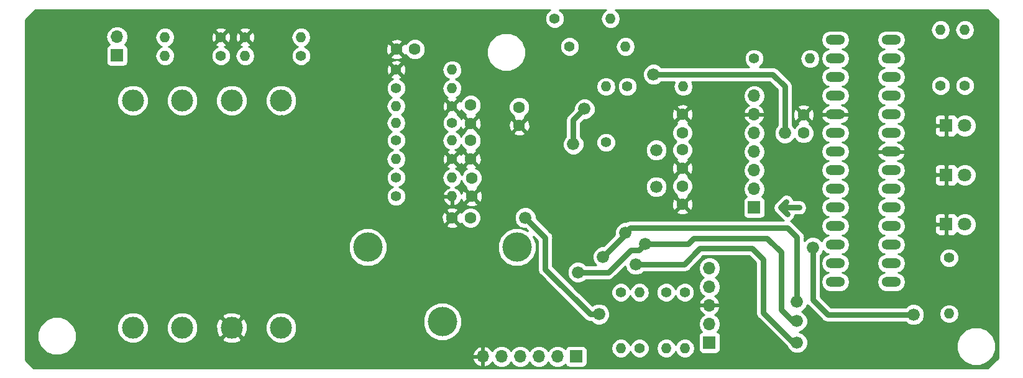
<source format=gtl>
G04 #@! TF.GenerationSoftware,KiCad,Pcbnew,(5.0.0)*
G04 #@! TF.CreationDate,2018-12-01T14:38:14-05:00*
G04 #@! TF.ProjectId,Power Sense 3.0,506F7765722053656E736520332E302E,rev?*
G04 #@! TF.SameCoordinates,Original*
G04 #@! TF.FileFunction,Copper,L1,Top,Signal*
G04 #@! TF.FilePolarity,Positive*
%FSLAX46Y46*%
G04 Gerber Fmt 4.6, Leading zero omitted, Abs format (unit mm)*
G04 Created by KiCad (PCBNEW (5.0.0)) date 12/01/18 14:38:14*
%MOMM*%
%LPD*%
G01*
G04 APERTURE LIST*
G04 #@! TA.AperFunction,ComponentPad*
%ADD10C,3.000000*%
G04 #@! TD*
G04 #@! TA.AperFunction,ComponentPad*
%ADD11O,1.400000X1.400000*%
G04 #@! TD*
G04 #@! TA.AperFunction,ComponentPad*
%ADD12C,1.400000*%
G04 #@! TD*
G04 #@! TA.AperFunction,ComponentPad*
%ADD13C,1.600000*%
G04 #@! TD*
G04 #@! TA.AperFunction,ComponentPad*
%ADD14R,1.800000X1.800000*%
G04 #@! TD*
G04 #@! TA.AperFunction,ComponentPad*
%ADD15C,1.800000*%
G04 #@! TD*
G04 #@! TA.AperFunction,ComponentPad*
%ADD16R,1.700000X1.700000*%
G04 #@! TD*
G04 #@! TA.AperFunction,ComponentPad*
%ADD17O,1.700000X1.700000*%
G04 #@! TD*
G04 #@! TA.AperFunction,ComponentPad*
%ADD18C,4.000000*%
G04 #@! TD*
G04 #@! TA.AperFunction,ComponentPad*
%ADD19O,2.641600X1.320800*%
G04 #@! TD*
G04 #@! TA.AperFunction,ComponentPad*
%ADD20C,1.676400*%
G04 #@! TD*
G04 #@! TA.AperFunction,ViaPad*
%ADD21C,1.676400*%
G04 #@! TD*
G04 #@! TA.AperFunction,Conductor*
%ADD22C,0.762000*%
G04 #@! TD*
G04 #@! TA.AperFunction,Conductor*
%ADD23C,0.406400*%
G04 #@! TD*
G04 #@! TA.AperFunction,Conductor*
%ADD24C,0.254000*%
G04 #@! TD*
G04 APERTURE END LIST*
D10*
G04 #@! TO.P,T2,1*
G04 #@! TO.N,/H*
X98996500Y-65659000D03*
G04 #@! TO.P,T2,2*
G04 #@! TO.N,Net-(T2-Pad2)*
X92265500Y-65659000D03*
G04 #@! TO.P,T2,3*
X85534500Y-65659000D03*
G04 #@! TO.P,T2,4*
G04 #@! TO.N,/N*
X78803500Y-65659000D03*
G04 #@! TO.P,T2,5*
G04 #@! TO.N,Net-(R5-Pad2)*
X98996500Y-96647000D03*
G04 #@! TO.P,T2,6*
G04 #@! TO.N,GND*
X92265500Y-96647000D03*
G04 #@! TO.P,T2,7*
G04 #@! TO.N,Net-(T2-Pad7)*
X85534500Y-96647000D03*
G04 #@! TO.P,T2,8*
G04 #@! TO.N,Net-(T2-Pad8)*
X78803500Y-96647000D03*
G04 #@! TD*
D11*
G04 #@! TO.P,R16,2*
G04 #@! TO.N,/+5V*
X151447500Y-99441000D03*
D12*
G04 #@! TO.P,R16,1*
G04 #@! TO.N,/SPI_CLK*
X151447500Y-91821000D03*
G04 #@! TD*
D13*
G04 #@! TO.P,C1,1*
G04 #@! TO.N,GND*
X124968000Y-78740000D03*
G04 #@! TO.P,C1,2*
G04 #@! TO.N,/CH0+*
X124968000Y-76240000D03*
G04 #@! TD*
G04 #@! TO.P,C2,1*
G04 #@! TO.N,Net-(C2-Pad1)*
X124841000Y-71120000D03*
G04 #@! TO.P,C2,2*
G04 #@! TO.N,GND*
X124841000Y-73620000D03*
G04 #@! TD*
G04 #@! TO.P,C3,1*
G04 #@! TO.N,GND*
X124841000Y-68794000D03*
G04 #@! TO.P,C3,2*
G04 #@! TO.N,Net-(C3-Pad2)*
X124841000Y-66294000D03*
G04 #@! TD*
G04 #@! TO.P,C4,1*
G04 #@! TO.N,/CH1+*
X117221000Y-58674000D03*
G04 #@! TO.P,C4,2*
G04 #@! TO.N,GND*
X114721000Y-58674000D03*
G04 #@! TD*
G04 #@! TO.P,C5,1*
G04 #@! TO.N,Net-(C5-Pad1)*
X131445000Y-66588000D03*
G04 #@! TO.P,C5,2*
G04 #@! TO.N,GND*
X131445000Y-69088000D03*
G04 #@! TD*
G04 #@! TO.P,C6,1*
G04 #@! TO.N,GND*
X122301000Y-81661000D03*
G04 #@! TO.P,C6,2*
G04 #@! TO.N,Net-(C6-Pad2)*
X124801000Y-81661000D03*
G04 #@! TD*
G04 #@! TO.P,C7,1*
G04 #@! TO.N,GND*
X153670000Y-67564000D03*
G04 #@! TO.P,C7,2*
G04 #@! TO.N,/+5V*
X153670000Y-70064000D03*
G04 #@! TD*
G04 #@! TO.P,C8,1*
G04 #@! TO.N,Net-(C8-Pad1)*
X153670000Y-77343000D03*
G04 #@! TO.P,C8,2*
G04 #@! TO.N,GND*
X153670000Y-79843000D03*
G04 #@! TD*
G04 #@! TO.P,C9,1*
G04 #@! TO.N,Net-(C9-Pad1)*
X153670000Y-72390000D03*
G04 #@! TO.P,C9,2*
G04 #@! TO.N,GND*
X153670000Y-74890000D03*
G04 #@! TD*
G04 #@! TO.P,C10,1*
G04 #@! TO.N,Net-(C10-Pad1)*
X170180000Y-70104000D03*
G04 #@! TO.P,C10,2*
G04 #@! TO.N,GND*
X170180000Y-67604000D03*
G04 #@! TD*
D14*
G04 #@! TO.P,D1,1*
G04 #@! TO.N,GND*
X189611000Y-82550000D03*
D15*
G04 #@! TO.P,D1,2*
G04 #@! TO.N,Net-(D1-Pad2)*
X192151000Y-82550000D03*
G04 #@! TD*
D14*
G04 #@! TO.P,D2,1*
G04 #@! TO.N,GND*
X189611000Y-69088000D03*
D15*
G04 #@! TO.P,D2,2*
G04 #@! TO.N,Net-(D2-Pad2)*
X192151000Y-69088000D03*
G04 #@! TD*
D14*
G04 #@! TO.P,D3,1*
G04 #@! TO.N,GND*
X189611000Y-75819000D03*
D15*
G04 #@! TO.P,D3,2*
G04 #@! TO.N,Net-(D3-Pad2)*
X192151000Y-75819000D03*
G04 #@! TD*
D16*
G04 #@! TO.P,J1,1*
G04 #@! TO.N,/H*
X76657200Y-59512200D03*
D17*
G04 #@! TO.P,J1,2*
G04 #@! TO.N,/N*
X76657200Y-56972200D03*
G04 #@! TD*
D16*
G04 #@! TO.P,J2,1*
G04 #@! TO.N,/5V_PULL_UP*
X157353000Y-98679000D03*
D17*
G04 #@! TO.P,J2,2*
G04 #@! TO.N,/+5V*
X157353000Y-96139000D03*
G04 #@! TO.P,J2,3*
G04 #@! TO.N,GND*
X157353000Y-93599000D03*
G04 #@! TO.P,J2,4*
G04 #@! TO.N,/PROG_CLK*
X157353000Y-91059000D03*
G04 #@! TO.P,J2,5*
G04 #@! TO.N,/PROG_DI*
X157353000Y-88519000D03*
G04 #@! TD*
D12*
G04 #@! TO.P,R2,1*
G04 #@! TO.N,Net-(R2-Pad1)*
X114681000Y-78740000D03*
D11*
G04 #@! TO.P,R2,2*
G04 #@! TO.N,GND*
X122301000Y-78740000D03*
G04 #@! TD*
D12*
G04 #@! TO.P,R3,1*
G04 #@! TO.N,GND*
X122301000Y-73660000D03*
D11*
G04 #@! TO.P,R3,2*
G04 #@! TO.N,Net-(R3-Pad2)*
X114681000Y-73660000D03*
G04 #@! TD*
D12*
G04 #@! TO.P,R6,1*
G04 #@! TO.N,Net-(R2-Pad1)*
X114681000Y-76200000D03*
D11*
G04 #@! TO.P,R6,2*
G04 #@! TO.N,/CH0+*
X122301000Y-76200000D03*
G04 #@! TD*
D12*
G04 #@! TO.P,R7,1*
G04 #@! TO.N,Net-(R3-Pad2)*
X114681000Y-71120000D03*
D11*
G04 #@! TO.P,R7,2*
G04 #@! TO.N,Net-(C2-Pad1)*
X122301000Y-71120000D03*
G04 #@! TD*
D12*
G04 #@! TO.P,R8,1*
G04 #@! TO.N,Net-(R1-Pad1)*
X114681000Y-64008000D03*
D11*
G04 #@! TO.P,R8,2*
G04 #@! TO.N,Net-(C3-Pad2)*
X122301000Y-64008000D03*
G04 #@! TD*
D12*
G04 #@! TO.P,R9,1*
G04 #@! TO.N,GND*
X114681000Y-61468000D03*
D11*
G04 #@! TO.P,R9,2*
G04 #@! TO.N,/CH1+*
X122301000Y-61468000D03*
G04 #@! TD*
D12*
G04 #@! TO.P,R10,1*
G04 #@! TO.N,Net-(D1-Pad2)*
X189992000Y-87122000D03*
D11*
G04 #@! TO.P,R10,2*
G04 #@! TO.N,/LED_TO_25*
X189992000Y-94742000D03*
G04 #@! TD*
D12*
G04 #@! TO.P,R11,1*
G04 #@! TO.N,Net-(C6-Pad2)*
X145288000Y-91821000D03*
D11*
G04 #@! TO.P,R11,2*
G04 #@! TO.N,/+5V*
X145288000Y-99441000D03*
G04 #@! TD*
D12*
G04 #@! TO.P,R13,1*
G04 #@! TO.N,/+5V*
X147828000Y-99441000D03*
D11*
G04 #@! TO.P,R13,2*
G04 #@! TO.N,/5V_PULL_UP*
X147828000Y-91821000D03*
G04 #@! TD*
D12*
G04 #@! TO.P,R14,1*
G04 #@! TO.N,Net-(C10-Pad1)*
X146177000Y-63754000D03*
D11*
G04 #@! TO.P,R14,2*
G04 #@! TO.N,/+5V*
X153797000Y-63754000D03*
G04 #@! TD*
D12*
G04 #@! TO.P,R15,1*
G04 #@! TO.N,/SPI_MD_IN*
X153987500Y-91821000D03*
D11*
G04 #@! TO.P,R15,2*
G04 #@! TO.N,/+5V*
X153987500Y-99441000D03*
G04 #@! TD*
D12*
G04 #@! TO.P,R17,1*
G04 #@! TO.N,/SCK*
X136271000Y-54483000D03*
D11*
G04 #@! TO.P,R17,2*
G04 #@! TO.N,Net-(R17-Pad2)*
X143891000Y-54483000D03*
G04 #@! TD*
D12*
G04 #@! TO.P,R18,1*
G04 #@! TO.N,/SDI*
X138303000Y-58293000D03*
D11*
G04 #@! TO.P,R18,2*
G04 #@! TO.N,Net-(R18-Pad2)*
X145923000Y-58293000D03*
G04 #@! TD*
D12*
G04 #@! TO.P,R19,1*
G04 #@! TO.N,/SDO*
X163449000Y-59944000D03*
D11*
G04 #@! TO.P,R19,2*
G04 #@! TO.N,Net-(R19-Pad2)*
X171069000Y-59944000D03*
G04 #@! TD*
D12*
G04 #@! TO.P,R21,1*
G04 #@! TO.N,/MCP_CS_TO_PIC*
X143256000Y-71374000D03*
D11*
G04 #@! TO.P,R21,2*
G04 #@! TO.N,Net-(R21-Pad2)*
X143256000Y-63754000D03*
G04 #@! TD*
D12*
G04 #@! TO.P,R22,1*
G04 #@! TO.N,Net-(D2-Pad2)*
X192151000Y-63627000D03*
D11*
G04 #@! TO.P,R22,2*
G04 #@! TO.N,/LED_TO_11*
X192151000Y-56007000D03*
G04 #@! TD*
D12*
G04 #@! TO.P,R23,1*
G04 #@! TO.N,Net-(D3-Pad2)*
X188849000Y-63627000D03*
D11*
G04 #@! TO.P,R23,2*
G04 #@! TO.N,/LED_TO_12*
X188849000Y-56007000D03*
G04 #@! TD*
D18*
G04 #@! TO.P,T1,3*
G04 #@! TO.N,N/C*
X120967500Y-95811500D03*
G04 #@! TO.P,T1,2*
G04 #@! TO.N,Net-(R3-Pad2)*
X110807500Y-85671500D03*
G04 #@! TO.P,T1,1*
G04 #@! TO.N,Net-(R2-Pad1)*
X131127500Y-85671500D03*
G04 #@! TD*
D19*
G04 #@! TO.P,U1,1*
G04 #@! TO.N,/5V_PULL_UP*
X182118000Y-90424000D03*
G04 #@! TO.P,U1,2*
G04 #@! TO.N,Net-(U1-Pad2)*
X182118000Y-87884000D03*
G04 #@! TO.P,U1,3*
G04 #@! TO.N,Net-(U1-Pad3)*
X182118000Y-85344000D03*
G04 #@! TO.P,U1,4*
G04 #@! TO.N,/Fo0toPIC*
X182118000Y-82804000D03*
G04 #@! TO.P,U1,5*
G04 #@! TO.N,/HFtoPIC*
X182118000Y-80264000D03*
G04 #@! TO.P,U1,6*
G04 #@! TO.N,/Fo1toPIC*
X182118000Y-77724000D03*
G04 #@! TO.P,U1,7*
G04 #@! TO.N,Net-(U1-Pad7)*
X182118000Y-75184000D03*
G04 #@! TO.P,U1,8*
G04 #@! TO.N,GND*
X182118000Y-72644000D03*
G04 #@! TO.P,U1,9*
G04 #@! TO.N,Net-(U1-Pad9)*
X182118000Y-70104000D03*
G04 #@! TO.P,U1,10*
G04 #@! TO.N,Net-(U1-Pad10)*
X182118000Y-67564000D03*
G04 #@! TO.P,U1,11*
G04 #@! TO.N,/LED_TO_11*
X182118000Y-65024000D03*
G04 #@! TO.P,U1,12*
G04 #@! TO.N,/LED_TO_12*
X182118000Y-62484000D03*
G04 #@! TO.P,U1,13*
G04 #@! TO.N,Net-(U1-Pad13)*
X182118000Y-59944000D03*
G04 #@! TO.P,U1,14*
G04 #@! TO.N,Net-(R17-Pad2)*
X182118000Y-57404000D03*
G04 #@! TO.P,U1,15*
G04 #@! TO.N,Net-(R18-Pad2)*
X174498000Y-57404000D03*
G04 #@! TO.P,U1,16*
G04 #@! TO.N,Net-(R19-Pad2)*
X174498000Y-59944000D03*
G04 #@! TO.P,U1,17*
G04 #@! TO.N,/MCLR*
X174498000Y-62484000D03*
G04 #@! TO.P,U1,18*
G04 #@! TO.N,Net-(R21-Pad2)*
X174498000Y-65024000D03*
G04 #@! TO.P,U1,19*
G04 #@! TO.N,GND*
X174498000Y-67564000D03*
G04 #@! TO.P,U1,20*
G04 #@! TO.N,Net-(C10-Pad1)*
X174498000Y-70104000D03*
G04 #@! TO.P,U1,21*
G04 #@! TO.N,/CHIP_SELECT*
X174498000Y-72644000D03*
G04 #@! TO.P,U1,22*
G04 #@! TO.N,/SPI_CLK*
X174498000Y-75184000D03*
G04 #@! TO.P,U1,23*
G04 #@! TO.N,/SPI_MD_OUT*
X174498000Y-77724000D03*
G04 #@! TO.P,U1,24*
G04 #@! TO.N,/SPI_MD_IN*
X174498000Y-80264000D03*
G04 #@! TO.P,U1,25*
G04 #@! TO.N,/LED_TO_25*
X174498000Y-82804000D03*
G04 #@! TO.P,U1,26*
G04 #@! TO.N,Net-(U1-Pad26)*
X174498000Y-85344000D03*
G04 #@! TO.P,U1,27*
G04 #@! TO.N,/PROG_DI*
X174498000Y-87884000D03*
G04 #@! TO.P,U1,28*
G04 #@! TO.N,/PROG_CLK*
X174498000Y-90424000D03*
G04 #@! TD*
D20*
G04 #@! TO.P,Y1,1*
G04 #@! TO.N,Net-(C8-Pad1)*
X150114000Y-77430000D03*
G04 #@! TO.P,Y1,2*
G04 #@! TO.N,Net-(C9-Pad1)*
X150114000Y-72430000D03*
G04 #@! TD*
D12*
G04 #@! TO.P,R12,1*
G04 #@! TO.N,GND*
X122301000Y-66421000D03*
D11*
G04 #@! TO.P,R12,2*
G04 #@! TO.N,Net-(R1-Pad1)*
X114681000Y-66421000D03*
G04 #@! TD*
D12*
G04 #@! TO.P,R1,1*
G04 #@! TO.N,Net-(R1-Pad1)*
X101727000Y-59563000D03*
D11*
G04 #@! TO.P,R1,2*
G04 #@! TO.N,Net-(R1-Pad2)*
X94107000Y-59563000D03*
G04 #@! TD*
D12*
G04 #@! TO.P,R4,1*
G04 #@! TO.N,GND*
X94107000Y-57023000D03*
D11*
G04 #@! TO.P,R4,2*
G04 #@! TO.N,Net-(R1-Pad1)*
X101727000Y-57023000D03*
G04 #@! TD*
G04 #@! TO.P,R5,2*
G04 #@! TO.N,Net-(R5-Pad2)*
X114681000Y-68707000D03*
D12*
G04 #@! TO.P,R5,1*
G04 #@! TO.N,Net-(R1-Pad1)*
X122301000Y-68707000D03*
G04 #@! TD*
D17*
G04 #@! TO.P,J4,6*
G04 #@! TO.N,GND*
X126492000Y-100584000D03*
G04 #@! TO.P,J4,5*
G04 #@! TO.N,/CH0+*
X129032000Y-100584000D03*
G04 #@! TO.P,J4,4*
G04 #@! TO.N,/CH1+*
X131572000Y-100584000D03*
G04 #@! TO.P,J4,3*
G04 #@! TO.N,/HFtoPIC*
X134112000Y-100584000D03*
G04 #@! TO.P,J4,2*
G04 #@! TO.N,/Fo1toPIC*
X136652000Y-100584000D03*
D16*
G04 #@! TO.P,J4,1*
G04 #@! TO.N,/Fo0toPIC*
X139192000Y-100584000D03*
G04 #@! TD*
D12*
G04 #@! TO.P,R20,1*
G04 #@! TO.N,Net-(R1-Pad2)*
X90805000Y-59563000D03*
D11*
G04 #@! TO.P,R20,2*
G04 #@! TO.N,/H*
X83185000Y-59563000D03*
G04 #@! TD*
G04 #@! TO.P,R24,2*
G04 #@! TO.N,/N*
X83185000Y-57023000D03*
D12*
G04 #@! TO.P,R24,1*
G04 #@! TO.N,GND*
X90805000Y-57023000D03*
G04 #@! TD*
D16*
G04 #@! TO.P,J3,1*
G04 #@! TO.N,/SPI_MD_IN*
X163449000Y-80264000D03*
D17*
G04 #@! TO.P,J3,2*
G04 #@! TO.N,/SPI_MD_OUT*
X163449000Y-77724000D03*
G04 #@! TO.P,J3,3*
G04 #@! TO.N,/SPI_CLK*
X163449000Y-75184000D03*
G04 #@! TO.P,J3,4*
G04 #@! TO.N,/CHIP_SELECT*
X163449000Y-72644000D03*
G04 #@! TO.P,J3,5*
G04 #@! TO.N,/+5V*
X163449000Y-70104000D03*
G04 #@! TO.P,J3,6*
G04 #@! TO.N,GND*
X163449000Y-67564000D03*
G04 #@! TO.P,J3,7*
G04 #@! TO.N,/+12V*
X163449000Y-65024000D03*
G04 #@! TD*
D21*
G04 #@! TO.N,GND*
X105918000Y-100584000D03*
X118935500Y-81661000D03*
X110236000Y-58674000D03*
X179324000Y-98425000D03*
X187325000Y-90932000D03*
X157099000Y-65532000D03*
X147193000Y-67056000D03*
X140716000Y-85153500D03*
G04 #@! TO.N,Net-(C6-Pad2)*
X142303500Y-94805500D03*
X132270500Y-81661000D03*
G04 #@! TO.N,Net-(C10-Pad1)*
X167640000Y-70104000D03*
X149733000Y-62103000D03*
G04 #@! TO.N,/SDO*
X138811000Y-71628000D03*
X140335000Y-66802000D03*
G04 #@! TO.N,/HFtoPIC*
X139446000Y-89090500D03*
X169291000Y-95758000D03*
X148590000Y-85217000D03*
G04 #@! TO.N,/Fo1toPIC*
X142875000Y-86995000D03*
X169291000Y-93091000D03*
X145923000Y-83693000D03*
G04 #@! TO.N,/Fo0toPIC*
X169291000Y-98679000D03*
X147320000Y-88011000D03*
G04 #@! TO.N,/LED_TO_25*
X185166000Y-94869000D03*
X171450000Y-85725000D03*
G04 #@! TD*
D22*
G04 #@! TO.N,*
X167068500Y-80264000D02*
X167957500Y-81153000D01*
X169608500Y-80264000D02*
X167068500Y-80264000D01*
X167068500Y-80264000D02*
X167830500Y-79502000D01*
G04 #@! TO.N,GND*
X162496500Y-98679000D02*
X161861500Y-98679000D01*
X161861500Y-98679000D02*
X159829500Y-98679000D01*
X159829500Y-98679000D02*
X160591500Y-99441000D01*
X159829500Y-98679000D02*
X160591500Y-97917000D01*
D23*
X99060000Y-67818000D02*
X98552000Y-68326000D01*
X99441000Y-69342000D02*
X98679000Y-69342000D01*
X99060000Y-69342000D02*
X98679000Y-69342000D01*
X99060000Y-67818000D02*
X99060000Y-69342000D01*
X98552000Y-68326000D02*
X99060000Y-67818000D01*
D22*
X179324000Y-98425000D02*
X185547000Y-98425000D01*
X185547000Y-98425000D02*
X187325000Y-96647000D01*
X187325000Y-90932000D02*
X187325000Y-96647000D01*
X147193000Y-67056000D02*
X148717000Y-65532000D01*
X157099000Y-65532000D02*
X148717000Y-65532000D01*
G04 #@! TO.N,Net-(C6-Pad2)*
X141118107Y-94805500D02*
X135001000Y-88688393D01*
X142303500Y-94805500D02*
X141118107Y-94805500D01*
X135001000Y-84391500D02*
X132270500Y-81661000D01*
X135001000Y-88688393D02*
X135001000Y-84391500D01*
G04 #@! TO.N,Net-(C10-Pad1)*
X167640000Y-63754000D02*
X167640000Y-70104000D01*
X149733000Y-62103000D02*
X165989000Y-62103000D01*
X165989000Y-62103000D02*
X167640000Y-63754000D01*
G04 #@! TO.N,/SDO*
X138811000Y-68326000D02*
X140335000Y-66802000D01*
X138811000Y-71628000D02*
X138811000Y-68326000D01*
G04 #@! TO.N,/HFtoPIC*
X165227000Y-84455000D02*
X155194000Y-84455000D01*
X167132000Y-86360000D02*
X165227000Y-84455000D01*
X169291000Y-95758000D02*
X168656000Y-95758000D01*
X167132000Y-94234000D02*
X167132000Y-86487000D01*
X168656000Y-95758000D02*
X167132000Y-94234000D01*
X167132000Y-86487000D02*
X167132000Y-86360000D01*
X154432000Y-85217000D02*
X148590000Y-85217000D01*
X155194000Y-84455000D02*
X154432000Y-85217000D01*
X147751801Y-86055199D02*
X146608801Y-86055199D01*
X148590000Y-85217000D02*
X147751801Y-86055199D01*
X146608801Y-86055199D02*
X143573500Y-89090500D01*
X139446000Y-89090500D02*
X143573500Y-89090500D01*
G04 #@! TO.N,/Fo1toPIC*
X168021000Y-83058000D02*
X146558000Y-83058000D01*
X169291000Y-84328000D02*
X168021000Y-83058000D01*
X169291000Y-93091000D02*
X169291000Y-84328000D01*
X145923000Y-83693000D02*
X146558000Y-83058000D01*
X145923000Y-83947000D02*
X142875000Y-86995000D01*
X145923000Y-83693000D02*
X145923000Y-83947000D01*
G04 #@! TO.N,/Fo0toPIC*
X168783000Y-98679000D02*
X169291000Y-98679000D01*
X153924000Y-88011000D02*
X156083000Y-85852000D01*
X147320000Y-88011000D02*
X153924000Y-88011000D01*
X156083000Y-85852000D02*
X163195000Y-85852000D01*
X163195000Y-85852000D02*
X164719000Y-87376000D01*
X164719000Y-87376000D02*
X164719000Y-94615000D01*
X164719000Y-94615000D02*
X168783000Y-98679000D01*
G04 #@! TO.N,/LED_TO_25*
X173482000Y-94869000D02*
X171450000Y-92837000D01*
X171450000Y-92837000D02*
X171450000Y-85725000D01*
X185166000Y-94869000D02*
X173482000Y-94869000D01*
G04 #@! TD*
D24*
G04 #@! TO.N,GND*
G36*
X135514783Y-53351242D02*
X135139242Y-53726783D01*
X134936000Y-54217452D01*
X134936000Y-54748548D01*
X135139242Y-55239217D01*
X135514783Y-55614758D01*
X136005452Y-55818000D01*
X136536548Y-55818000D01*
X137027217Y-55614758D01*
X137402758Y-55239217D01*
X137606000Y-54748548D01*
X137606000Y-54217452D01*
X137402758Y-53726783D01*
X137027217Y-53351242D01*
X136874537Y-53288000D01*
X143276508Y-53288000D01*
X142928519Y-53520519D01*
X142633458Y-53962109D01*
X142529846Y-54483000D01*
X142633458Y-55003891D01*
X142928519Y-55445481D01*
X143370109Y-55740542D01*
X143759515Y-55818000D01*
X144022485Y-55818000D01*
X144411891Y-55740542D01*
X144853481Y-55445481D01*
X145148542Y-55003891D01*
X145252154Y-54483000D01*
X145148542Y-53962109D01*
X144853481Y-53520519D01*
X144505492Y-53288000D01*
X195285910Y-53288000D01*
X196648000Y-54650092D01*
X196648001Y-57080070D01*
X196648000Y-57080075D01*
X196648001Y-100797907D01*
X195285910Y-102160000D01*
X65267291Y-102160000D01*
X64159200Y-101051910D01*
X64159200Y-100940892D01*
X125050514Y-100940892D01*
X125296817Y-101465358D01*
X125725076Y-101855645D01*
X126135110Y-102025476D01*
X126365000Y-101904155D01*
X126365000Y-100711000D01*
X125171181Y-100711000D01*
X125050514Y-100940892D01*
X64159200Y-100940892D01*
X64159200Y-97265866D01*
X65818000Y-97265866D01*
X65818000Y-98314134D01*
X66219155Y-99282608D01*
X66960392Y-100023845D01*
X67928866Y-100425000D01*
X68977134Y-100425000D01*
X69454887Y-100227108D01*
X125050514Y-100227108D01*
X125171181Y-100457000D01*
X126365000Y-100457000D01*
X126365000Y-99263845D01*
X126619000Y-99263845D01*
X126619000Y-100457000D01*
X126639000Y-100457000D01*
X126639000Y-100711000D01*
X126619000Y-100711000D01*
X126619000Y-101904155D01*
X126848890Y-102025476D01*
X127258924Y-101855645D01*
X127687183Y-101465358D01*
X127748157Y-101335522D01*
X127961375Y-101654625D01*
X128452582Y-101982839D01*
X128885744Y-102069000D01*
X129178256Y-102069000D01*
X129611418Y-101982839D01*
X130102625Y-101654625D01*
X130302000Y-101356239D01*
X130501375Y-101654625D01*
X130992582Y-101982839D01*
X131425744Y-102069000D01*
X131718256Y-102069000D01*
X132151418Y-101982839D01*
X132642625Y-101654625D01*
X132842000Y-101356239D01*
X133041375Y-101654625D01*
X133532582Y-101982839D01*
X133965744Y-102069000D01*
X134258256Y-102069000D01*
X134691418Y-101982839D01*
X135182625Y-101654625D01*
X135382000Y-101356239D01*
X135581375Y-101654625D01*
X136072582Y-101982839D01*
X136505744Y-102069000D01*
X136798256Y-102069000D01*
X137231418Y-101982839D01*
X137722625Y-101654625D01*
X137734816Y-101636381D01*
X137743843Y-101681765D01*
X137884191Y-101891809D01*
X138094235Y-102032157D01*
X138342000Y-102081440D01*
X140042000Y-102081440D01*
X140289765Y-102032157D01*
X140499809Y-101891809D01*
X140640157Y-101681765D01*
X140689440Y-101434000D01*
X140689440Y-99734000D01*
X140640157Y-99486235D01*
X140609932Y-99441000D01*
X143926846Y-99441000D01*
X144030458Y-99961891D01*
X144325519Y-100403481D01*
X144767109Y-100698542D01*
X145156515Y-100776000D01*
X145419485Y-100776000D01*
X145808891Y-100698542D01*
X146250481Y-100403481D01*
X146545542Y-99961891D01*
X146562809Y-99875082D01*
X146696242Y-100197217D01*
X147071783Y-100572758D01*
X147562452Y-100776000D01*
X148093548Y-100776000D01*
X148584217Y-100572758D01*
X148959758Y-100197217D01*
X149163000Y-99706548D01*
X149163000Y-99441000D01*
X150086346Y-99441000D01*
X150189958Y-99961891D01*
X150485019Y-100403481D01*
X150926609Y-100698542D01*
X151316015Y-100776000D01*
X151578985Y-100776000D01*
X151968391Y-100698542D01*
X152409981Y-100403481D01*
X152705042Y-99961891D01*
X152717500Y-99899261D01*
X152729958Y-99961891D01*
X153025019Y-100403481D01*
X153466609Y-100698542D01*
X153856015Y-100776000D01*
X154118985Y-100776000D01*
X154508391Y-100698542D01*
X154949981Y-100403481D01*
X155245042Y-99961891D01*
X155348654Y-99441000D01*
X155245042Y-98920109D01*
X154949981Y-98478519D01*
X154508391Y-98183458D01*
X154118985Y-98106000D01*
X153856015Y-98106000D01*
X153466609Y-98183458D01*
X153025019Y-98478519D01*
X152729958Y-98920109D01*
X152717500Y-98982739D01*
X152705042Y-98920109D01*
X152409981Y-98478519D01*
X151968391Y-98183458D01*
X151578985Y-98106000D01*
X151316015Y-98106000D01*
X150926609Y-98183458D01*
X150485019Y-98478519D01*
X150189958Y-98920109D01*
X150086346Y-99441000D01*
X149163000Y-99441000D01*
X149163000Y-99175452D01*
X148959758Y-98684783D01*
X148584217Y-98309242D01*
X148093548Y-98106000D01*
X147562452Y-98106000D01*
X147071783Y-98309242D01*
X146696242Y-98684783D01*
X146562809Y-99006918D01*
X146545542Y-98920109D01*
X146250481Y-98478519D01*
X145808891Y-98183458D01*
X145419485Y-98106000D01*
X145156515Y-98106000D01*
X144767109Y-98183458D01*
X144325519Y-98478519D01*
X144030458Y-98920109D01*
X143926846Y-99441000D01*
X140609932Y-99441000D01*
X140499809Y-99276191D01*
X140289765Y-99135843D01*
X140042000Y-99086560D01*
X138342000Y-99086560D01*
X138094235Y-99135843D01*
X137884191Y-99276191D01*
X137743843Y-99486235D01*
X137734816Y-99531619D01*
X137722625Y-99513375D01*
X137231418Y-99185161D01*
X136798256Y-99099000D01*
X136505744Y-99099000D01*
X136072582Y-99185161D01*
X135581375Y-99513375D01*
X135382000Y-99811761D01*
X135182625Y-99513375D01*
X134691418Y-99185161D01*
X134258256Y-99099000D01*
X133965744Y-99099000D01*
X133532582Y-99185161D01*
X133041375Y-99513375D01*
X132842000Y-99811761D01*
X132642625Y-99513375D01*
X132151418Y-99185161D01*
X131718256Y-99099000D01*
X131425744Y-99099000D01*
X130992582Y-99185161D01*
X130501375Y-99513375D01*
X130302000Y-99811761D01*
X130102625Y-99513375D01*
X129611418Y-99185161D01*
X129178256Y-99099000D01*
X128885744Y-99099000D01*
X128452582Y-99185161D01*
X127961375Y-99513375D01*
X127748157Y-99832478D01*
X127687183Y-99702642D01*
X127258924Y-99312355D01*
X126848890Y-99142524D01*
X126619000Y-99263845D01*
X126365000Y-99263845D01*
X126135110Y-99142524D01*
X125725076Y-99312355D01*
X125296817Y-99702642D01*
X125050514Y-100227108D01*
X69454887Y-100227108D01*
X69945608Y-100023845D01*
X70686845Y-99282608D01*
X71088000Y-98314134D01*
X71088000Y-97265866D01*
X70686845Y-96297392D01*
X70611775Y-96222322D01*
X76668500Y-96222322D01*
X76668500Y-97071678D01*
X76993534Y-97856380D01*
X77594120Y-98456966D01*
X78378822Y-98782000D01*
X79228178Y-98782000D01*
X80012880Y-98456966D01*
X80613466Y-97856380D01*
X80938500Y-97071678D01*
X80938500Y-96222322D01*
X83399500Y-96222322D01*
X83399500Y-97071678D01*
X83724534Y-97856380D01*
X84325120Y-98456966D01*
X85109822Y-98782000D01*
X85959178Y-98782000D01*
X86743880Y-98456966D01*
X87039876Y-98160970D01*
X90931135Y-98160970D01*
X91090918Y-98479739D01*
X91881687Y-98789723D01*
X92730887Y-98773497D01*
X93440082Y-98479739D01*
X93599865Y-98160970D01*
X92265500Y-96826605D01*
X90931135Y-98160970D01*
X87039876Y-98160970D01*
X87344466Y-97856380D01*
X87669500Y-97071678D01*
X87669500Y-96263187D01*
X90122777Y-96263187D01*
X90139003Y-97112387D01*
X90432761Y-97821582D01*
X90751530Y-97981365D01*
X92085895Y-96647000D01*
X92445105Y-96647000D01*
X93779470Y-97981365D01*
X94098239Y-97821582D01*
X94408223Y-97030813D01*
X94392775Y-96222322D01*
X96861500Y-96222322D01*
X96861500Y-97071678D01*
X97186534Y-97856380D01*
X97787120Y-98456966D01*
X98571822Y-98782000D01*
X99421178Y-98782000D01*
X100205880Y-98456966D01*
X100806466Y-97856380D01*
X101131500Y-97071678D01*
X101131500Y-96222322D01*
X100806466Y-95437620D01*
X100656212Y-95287366D01*
X118332500Y-95287366D01*
X118332500Y-96335634D01*
X118733655Y-97304108D01*
X119474892Y-98045345D01*
X120443366Y-98446500D01*
X121491634Y-98446500D01*
X122460108Y-98045345D01*
X123201345Y-97304108D01*
X123602500Y-96335634D01*
X123602500Y-95287366D01*
X123201345Y-94318892D01*
X122460108Y-93577655D01*
X121491634Y-93176500D01*
X120443366Y-93176500D01*
X119474892Y-93577655D01*
X118733655Y-94318892D01*
X118332500Y-95287366D01*
X100656212Y-95287366D01*
X100205880Y-94837034D01*
X99421178Y-94512000D01*
X98571822Y-94512000D01*
X97787120Y-94837034D01*
X97186534Y-95437620D01*
X96861500Y-96222322D01*
X94392775Y-96222322D01*
X94391997Y-96181613D01*
X94098239Y-95472418D01*
X93779470Y-95312635D01*
X92445105Y-96647000D01*
X92085895Y-96647000D01*
X90751530Y-95312635D01*
X90432761Y-95472418D01*
X90122777Y-96263187D01*
X87669500Y-96263187D01*
X87669500Y-96222322D01*
X87344466Y-95437620D01*
X87039876Y-95133030D01*
X90931135Y-95133030D01*
X92265500Y-96467395D01*
X93599865Y-95133030D01*
X93440082Y-94814261D01*
X92649313Y-94504277D01*
X91800113Y-94520503D01*
X91090918Y-94814261D01*
X90931135Y-95133030D01*
X87039876Y-95133030D01*
X86743880Y-94837034D01*
X85959178Y-94512000D01*
X85109822Y-94512000D01*
X84325120Y-94837034D01*
X83724534Y-95437620D01*
X83399500Y-96222322D01*
X80938500Y-96222322D01*
X80613466Y-95437620D01*
X80012880Y-94837034D01*
X79228178Y-94512000D01*
X78378822Y-94512000D01*
X77594120Y-94837034D01*
X76993534Y-95437620D01*
X76668500Y-96222322D01*
X70611775Y-96222322D01*
X69945608Y-95556155D01*
X68977134Y-95155000D01*
X67928866Y-95155000D01*
X66960392Y-95556155D01*
X66219155Y-96297392D01*
X65818000Y-97265866D01*
X64159200Y-97265866D01*
X64159200Y-85147366D01*
X108172500Y-85147366D01*
X108172500Y-86195634D01*
X108573655Y-87164108D01*
X109314892Y-87905345D01*
X110283366Y-88306500D01*
X111331634Y-88306500D01*
X112300108Y-87905345D01*
X113041345Y-87164108D01*
X113442500Y-86195634D01*
X113442500Y-85147366D01*
X128492500Y-85147366D01*
X128492500Y-86195634D01*
X128893655Y-87164108D01*
X129634892Y-87905345D01*
X130603366Y-88306500D01*
X131651634Y-88306500D01*
X132620108Y-87905345D01*
X133361345Y-87164108D01*
X133762500Y-86195634D01*
X133762500Y-85147366D01*
X133368270Y-84195611D01*
X133985001Y-84812342D01*
X133985000Y-88588329D01*
X133965096Y-88688393D01*
X133985000Y-88788456D01*
X133985000Y-88788457D01*
X134043949Y-89084815D01*
X134268505Y-89420888D01*
X134353340Y-89477573D01*
X140328929Y-95453163D01*
X140385612Y-95537995D01*
X140721684Y-95762551D01*
X141018042Y-95821500D01*
X141018043Y-95821500D01*
X141118107Y-95841404D01*
X141218171Y-95821500D01*
X141236080Y-95821500D01*
X141468999Y-96054419D01*
X142010462Y-96278700D01*
X142596538Y-96278700D01*
X142933804Y-96139000D01*
X155838908Y-96139000D01*
X155954161Y-96718418D01*
X156282375Y-97209625D01*
X156300619Y-97221816D01*
X156255235Y-97230843D01*
X156045191Y-97371191D01*
X155904843Y-97581235D01*
X155855560Y-97829000D01*
X155855560Y-99529000D01*
X155904843Y-99776765D01*
X156045191Y-99986809D01*
X156255235Y-100127157D01*
X156503000Y-100176440D01*
X158203000Y-100176440D01*
X158450765Y-100127157D01*
X158660809Y-99986809D01*
X158801157Y-99776765D01*
X158850440Y-99529000D01*
X158850440Y-97829000D01*
X158801157Y-97581235D01*
X158660809Y-97371191D01*
X158450765Y-97230843D01*
X158405381Y-97221816D01*
X158423625Y-97209625D01*
X158751839Y-96718418D01*
X158867092Y-96139000D01*
X158751839Y-95559582D01*
X158423625Y-95068375D01*
X158104522Y-94855157D01*
X158234358Y-94794183D01*
X158624645Y-94365924D01*
X158794476Y-93955890D01*
X158673155Y-93726000D01*
X157480000Y-93726000D01*
X157480000Y-93746000D01*
X157226000Y-93746000D01*
X157226000Y-93726000D01*
X156032845Y-93726000D01*
X155911524Y-93955890D01*
X156081355Y-94365924D01*
X156471642Y-94794183D01*
X156601478Y-94855157D01*
X156282375Y-95068375D01*
X155954161Y-95559582D01*
X155838908Y-96139000D01*
X142933804Y-96139000D01*
X143138001Y-96054419D01*
X143552419Y-95640001D01*
X143776700Y-95098538D01*
X143776700Y-94512462D01*
X143552419Y-93970999D01*
X143138001Y-93556581D01*
X142596538Y-93332300D01*
X142010462Y-93332300D01*
X141468999Y-93556581D01*
X141387514Y-93638066D01*
X139304900Y-91555452D01*
X143953000Y-91555452D01*
X143953000Y-92086548D01*
X144156242Y-92577217D01*
X144531783Y-92952758D01*
X145022452Y-93156000D01*
X145553548Y-93156000D01*
X146044217Y-92952758D01*
X146419758Y-92577217D01*
X146553191Y-92255082D01*
X146570458Y-92341891D01*
X146865519Y-92783481D01*
X147307109Y-93078542D01*
X147696515Y-93156000D01*
X147959485Y-93156000D01*
X148348891Y-93078542D01*
X148790481Y-92783481D01*
X149085542Y-92341891D01*
X149189154Y-91821000D01*
X149136334Y-91555452D01*
X150112500Y-91555452D01*
X150112500Y-92086548D01*
X150315742Y-92577217D01*
X150691283Y-92952758D01*
X151181952Y-93156000D01*
X151713048Y-93156000D01*
X152203717Y-92952758D01*
X152579258Y-92577217D01*
X152717500Y-92243472D01*
X152855742Y-92577217D01*
X153231283Y-92952758D01*
X153721952Y-93156000D01*
X154253048Y-93156000D01*
X154743717Y-92952758D01*
X155119258Y-92577217D01*
X155322500Y-92086548D01*
X155322500Y-91555452D01*
X155119258Y-91064783D01*
X154743717Y-90689242D01*
X154253048Y-90486000D01*
X153721952Y-90486000D01*
X153231283Y-90689242D01*
X152855742Y-91064783D01*
X152717500Y-91398528D01*
X152579258Y-91064783D01*
X152203717Y-90689242D01*
X151713048Y-90486000D01*
X151181952Y-90486000D01*
X150691283Y-90689242D01*
X150315742Y-91064783D01*
X150112500Y-91555452D01*
X149136334Y-91555452D01*
X149085542Y-91300109D01*
X148790481Y-90858519D01*
X148348891Y-90563458D01*
X147959485Y-90486000D01*
X147696515Y-90486000D01*
X147307109Y-90563458D01*
X146865519Y-90858519D01*
X146570458Y-91300109D01*
X146553191Y-91386918D01*
X146419758Y-91064783D01*
X146044217Y-90689242D01*
X145553548Y-90486000D01*
X145022452Y-90486000D01*
X144531783Y-90689242D01*
X144156242Y-91064783D01*
X143953000Y-91555452D01*
X139304900Y-91555452D01*
X136546910Y-88797462D01*
X137972800Y-88797462D01*
X137972800Y-89383538D01*
X138197081Y-89925001D01*
X138611499Y-90339419D01*
X139152962Y-90563700D01*
X139739038Y-90563700D01*
X140280501Y-90339419D01*
X140513420Y-90106500D01*
X143473437Y-90106500D01*
X143573500Y-90126404D01*
X143673563Y-90106500D01*
X143673565Y-90106500D01*
X143969923Y-90047551D01*
X144305995Y-89822995D01*
X144362680Y-89738160D01*
X145846800Y-88254041D01*
X145846800Y-88304038D01*
X146071081Y-88845501D01*
X146485499Y-89259919D01*
X147026962Y-89484200D01*
X147613038Y-89484200D01*
X148154501Y-89259919D01*
X148387420Y-89027000D01*
X153823937Y-89027000D01*
X153924000Y-89046904D01*
X154024063Y-89027000D01*
X154024065Y-89027000D01*
X154320423Y-88968051D01*
X154656495Y-88743495D01*
X154713180Y-88658660D01*
X154852840Y-88519000D01*
X155838908Y-88519000D01*
X155954161Y-89098418D01*
X156282375Y-89589625D01*
X156580761Y-89789000D01*
X156282375Y-89988375D01*
X155954161Y-90479582D01*
X155838908Y-91059000D01*
X155954161Y-91638418D01*
X156282375Y-92129625D01*
X156601478Y-92342843D01*
X156471642Y-92403817D01*
X156081355Y-92832076D01*
X155911524Y-93242110D01*
X156032845Y-93472000D01*
X157226000Y-93472000D01*
X157226000Y-93452000D01*
X157480000Y-93452000D01*
X157480000Y-93472000D01*
X158673155Y-93472000D01*
X158794476Y-93242110D01*
X158624645Y-92832076D01*
X158234358Y-92403817D01*
X158104522Y-92342843D01*
X158423625Y-92129625D01*
X158751839Y-91638418D01*
X158867092Y-91059000D01*
X158751839Y-90479582D01*
X158423625Y-89988375D01*
X158125239Y-89789000D01*
X158423625Y-89589625D01*
X158751839Y-89098418D01*
X158867092Y-88519000D01*
X158751839Y-87939582D01*
X158423625Y-87448375D01*
X157932418Y-87120161D01*
X157499256Y-87034000D01*
X157206744Y-87034000D01*
X156773582Y-87120161D01*
X156282375Y-87448375D01*
X155954161Y-87939582D01*
X155838908Y-88519000D01*
X154852840Y-88519000D01*
X156503841Y-86868000D01*
X162774160Y-86868000D01*
X163703000Y-87796841D01*
X163703001Y-94514932D01*
X163683096Y-94615000D01*
X163761950Y-95011423D01*
X163881974Y-95191051D01*
X163986506Y-95347495D01*
X164071338Y-95404178D01*
X167944091Y-99276932D01*
X168042081Y-99513501D01*
X168456499Y-99927919D01*
X168997962Y-100152200D01*
X169584038Y-100152200D01*
X170125501Y-99927919D01*
X170539919Y-99513501D01*
X170764200Y-98972038D01*
X170764200Y-98662866D01*
X191040000Y-98662866D01*
X191040000Y-99711134D01*
X191441155Y-100679608D01*
X192182392Y-101420845D01*
X193150866Y-101822000D01*
X194199134Y-101822000D01*
X195167608Y-101420845D01*
X195908845Y-100679608D01*
X196310000Y-99711134D01*
X196310000Y-98662866D01*
X195908845Y-97694392D01*
X195167608Y-96953155D01*
X194199134Y-96552000D01*
X193150866Y-96552000D01*
X192182392Y-96953155D01*
X191441155Y-97694392D01*
X191040000Y-98662866D01*
X170764200Y-98662866D01*
X170764200Y-98385962D01*
X170539919Y-97844499D01*
X170125501Y-97430081D01*
X169614699Y-97218500D01*
X170125501Y-97006919D01*
X170539919Y-96592501D01*
X170764200Y-96051038D01*
X170764200Y-95464962D01*
X170539919Y-94923499D01*
X170125501Y-94509081D01*
X169921304Y-94424500D01*
X170125501Y-94339919D01*
X170539919Y-93925501D01*
X170698909Y-93541664D01*
X170717505Y-93569495D01*
X170802340Y-93626180D01*
X172692822Y-95516663D01*
X172749505Y-95601495D01*
X173085577Y-95826051D01*
X173381935Y-95885000D01*
X173381936Y-95885000D01*
X173482000Y-95904904D01*
X173582063Y-95885000D01*
X184098580Y-95885000D01*
X184331499Y-96117919D01*
X184872962Y-96342200D01*
X185459038Y-96342200D01*
X186000501Y-96117919D01*
X186414919Y-95703501D01*
X186639200Y-95162038D01*
X186639200Y-94742000D01*
X188630846Y-94742000D01*
X188734458Y-95262891D01*
X189029519Y-95704481D01*
X189471109Y-95999542D01*
X189860515Y-96077000D01*
X190123485Y-96077000D01*
X190512891Y-95999542D01*
X190954481Y-95704481D01*
X191249542Y-95262891D01*
X191353154Y-94742000D01*
X191249542Y-94221109D01*
X190954481Y-93779519D01*
X190512891Y-93484458D01*
X190123485Y-93407000D01*
X189860515Y-93407000D01*
X189471109Y-93484458D01*
X189029519Y-93779519D01*
X188734458Y-94221109D01*
X188630846Y-94742000D01*
X186639200Y-94742000D01*
X186639200Y-94575962D01*
X186414919Y-94034499D01*
X186000501Y-93620081D01*
X185459038Y-93395800D01*
X184872962Y-93395800D01*
X184331499Y-93620081D01*
X184098580Y-93853000D01*
X173902841Y-93853000D01*
X172466000Y-92416160D01*
X172466000Y-86792420D01*
X172698919Y-86559501D01*
X172849271Y-86196519D01*
X172903669Y-86277931D01*
X173332160Y-86564240D01*
X173582321Y-86614000D01*
X173332160Y-86663760D01*
X172903669Y-86950069D01*
X172617360Y-87378560D01*
X172516822Y-87884000D01*
X172617360Y-88389440D01*
X172903669Y-88817931D01*
X173332160Y-89104240D01*
X173582321Y-89154000D01*
X173332160Y-89203760D01*
X172903669Y-89490069D01*
X172617360Y-89918560D01*
X172516822Y-90424000D01*
X172617360Y-90929440D01*
X172903669Y-91357931D01*
X173332160Y-91644240D01*
X173710016Y-91719400D01*
X175285984Y-91719400D01*
X175663840Y-91644240D01*
X176092331Y-91357931D01*
X176378640Y-90929440D01*
X176479178Y-90424000D01*
X176378640Y-89918560D01*
X176092331Y-89490069D01*
X175663840Y-89203760D01*
X175413679Y-89154000D01*
X175663840Y-89104240D01*
X176092331Y-88817931D01*
X176378640Y-88389440D01*
X176479178Y-87884000D01*
X176378640Y-87378560D01*
X176092331Y-86950069D01*
X175663840Y-86663760D01*
X175413679Y-86614000D01*
X175663840Y-86564240D01*
X176092331Y-86277931D01*
X176378640Y-85849440D01*
X176479178Y-85344000D01*
X176378640Y-84838560D01*
X176092331Y-84410069D01*
X175663840Y-84123760D01*
X175413679Y-84074000D01*
X175663840Y-84024240D01*
X176092331Y-83737931D01*
X176378640Y-83309440D01*
X176479178Y-82804000D01*
X176378640Y-82298560D01*
X176092331Y-81870069D01*
X175663840Y-81583760D01*
X175413679Y-81534000D01*
X175663840Y-81484240D01*
X176092331Y-81197931D01*
X176378640Y-80769440D01*
X176479178Y-80264000D01*
X176378640Y-79758560D01*
X176092331Y-79330069D01*
X175663840Y-79043760D01*
X175413679Y-78994000D01*
X175663840Y-78944240D01*
X176092331Y-78657931D01*
X176378640Y-78229440D01*
X176479178Y-77724000D01*
X176378640Y-77218560D01*
X176092331Y-76790069D01*
X175663840Y-76503760D01*
X175413679Y-76454000D01*
X175663840Y-76404240D01*
X176092331Y-76117931D01*
X176378640Y-75689440D01*
X176479178Y-75184000D01*
X180136822Y-75184000D01*
X180237360Y-75689440D01*
X180523669Y-76117931D01*
X180952160Y-76404240D01*
X181202321Y-76454000D01*
X180952160Y-76503760D01*
X180523669Y-76790069D01*
X180237360Y-77218560D01*
X180136822Y-77724000D01*
X180237360Y-78229440D01*
X180523669Y-78657931D01*
X180952160Y-78944240D01*
X181202321Y-78994000D01*
X180952160Y-79043760D01*
X180523669Y-79330069D01*
X180237360Y-79758560D01*
X180136822Y-80264000D01*
X180237360Y-80769440D01*
X180523669Y-81197931D01*
X180952160Y-81484240D01*
X181202321Y-81534000D01*
X180952160Y-81583760D01*
X180523669Y-81870069D01*
X180237360Y-82298560D01*
X180136822Y-82804000D01*
X180237360Y-83309440D01*
X180523669Y-83737931D01*
X180952160Y-84024240D01*
X181202321Y-84074000D01*
X180952160Y-84123760D01*
X180523669Y-84410069D01*
X180237360Y-84838560D01*
X180136822Y-85344000D01*
X180237360Y-85849440D01*
X180523669Y-86277931D01*
X180952160Y-86564240D01*
X181202321Y-86614000D01*
X180952160Y-86663760D01*
X180523669Y-86950069D01*
X180237360Y-87378560D01*
X180136822Y-87884000D01*
X180237360Y-88389440D01*
X180523669Y-88817931D01*
X180952160Y-89104240D01*
X181202321Y-89154000D01*
X180952160Y-89203760D01*
X180523669Y-89490069D01*
X180237360Y-89918560D01*
X180136822Y-90424000D01*
X180237360Y-90929440D01*
X180523669Y-91357931D01*
X180952160Y-91644240D01*
X181330016Y-91719400D01*
X182905984Y-91719400D01*
X183283840Y-91644240D01*
X183712331Y-91357931D01*
X183998640Y-90929440D01*
X184099178Y-90424000D01*
X183998640Y-89918560D01*
X183712331Y-89490069D01*
X183283840Y-89203760D01*
X183033679Y-89154000D01*
X183283840Y-89104240D01*
X183712331Y-88817931D01*
X183998640Y-88389440D01*
X184099178Y-87884000D01*
X183998640Y-87378560D01*
X183712331Y-86950069D01*
X183572224Y-86856452D01*
X188657000Y-86856452D01*
X188657000Y-87387548D01*
X188860242Y-87878217D01*
X189235783Y-88253758D01*
X189726452Y-88457000D01*
X190257548Y-88457000D01*
X190748217Y-88253758D01*
X191123758Y-87878217D01*
X191327000Y-87387548D01*
X191327000Y-86856452D01*
X191123758Y-86365783D01*
X190748217Y-85990242D01*
X190257548Y-85787000D01*
X189726452Y-85787000D01*
X189235783Y-85990242D01*
X188860242Y-86365783D01*
X188657000Y-86856452D01*
X183572224Y-86856452D01*
X183283840Y-86663760D01*
X183033679Y-86614000D01*
X183283840Y-86564240D01*
X183712331Y-86277931D01*
X183998640Y-85849440D01*
X184099178Y-85344000D01*
X183998640Y-84838560D01*
X183712331Y-84410069D01*
X183283840Y-84123760D01*
X183033679Y-84074000D01*
X183283840Y-84024240D01*
X183712331Y-83737931D01*
X183998640Y-83309440D01*
X184092862Y-82835750D01*
X188076000Y-82835750D01*
X188076000Y-83576310D01*
X188172673Y-83809699D01*
X188351302Y-83988327D01*
X188584691Y-84085000D01*
X189325250Y-84085000D01*
X189484000Y-83926250D01*
X189484000Y-82677000D01*
X188234750Y-82677000D01*
X188076000Y-82835750D01*
X184092862Y-82835750D01*
X184099178Y-82804000D01*
X183998640Y-82298560D01*
X183712331Y-81870069D01*
X183283840Y-81583760D01*
X183033679Y-81534000D01*
X183085510Y-81523690D01*
X188076000Y-81523690D01*
X188076000Y-82264250D01*
X188234750Y-82423000D01*
X189484000Y-82423000D01*
X189484000Y-81173750D01*
X189738000Y-81173750D01*
X189738000Y-82423000D01*
X189758000Y-82423000D01*
X189758000Y-82677000D01*
X189738000Y-82677000D01*
X189738000Y-83926250D01*
X189896750Y-84085000D01*
X190637309Y-84085000D01*
X190870698Y-83988327D01*
X191049327Y-83809699D01*
X191105139Y-83674956D01*
X191281493Y-83851310D01*
X191845670Y-84085000D01*
X192456330Y-84085000D01*
X193020507Y-83851310D01*
X193452310Y-83419507D01*
X193686000Y-82855330D01*
X193686000Y-82244670D01*
X193452310Y-81680493D01*
X193020507Y-81248690D01*
X192456330Y-81015000D01*
X191845670Y-81015000D01*
X191281493Y-81248690D01*
X191105139Y-81425044D01*
X191049327Y-81290301D01*
X190870698Y-81111673D01*
X190637309Y-81015000D01*
X189896750Y-81015000D01*
X189738000Y-81173750D01*
X189484000Y-81173750D01*
X189325250Y-81015000D01*
X188584691Y-81015000D01*
X188351302Y-81111673D01*
X188172673Y-81290301D01*
X188076000Y-81523690D01*
X183085510Y-81523690D01*
X183283840Y-81484240D01*
X183712331Y-81197931D01*
X183998640Y-80769440D01*
X184099178Y-80264000D01*
X183998640Y-79758560D01*
X183712331Y-79330069D01*
X183283840Y-79043760D01*
X183033679Y-78994000D01*
X183283840Y-78944240D01*
X183712331Y-78657931D01*
X183998640Y-78229440D01*
X184099178Y-77724000D01*
X183998640Y-77218560D01*
X183712331Y-76790069D01*
X183283840Y-76503760D01*
X183033679Y-76454000D01*
X183283840Y-76404240D01*
X183712331Y-76117931D01*
X183721138Y-76104750D01*
X188076000Y-76104750D01*
X188076000Y-76845310D01*
X188172673Y-77078699D01*
X188351302Y-77257327D01*
X188584691Y-77354000D01*
X189325250Y-77354000D01*
X189484000Y-77195250D01*
X189484000Y-75946000D01*
X188234750Y-75946000D01*
X188076000Y-76104750D01*
X183721138Y-76104750D01*
X183998640Y-75689440D01*
X184099178Y-75184000D01*
X184021342Y-74792690D01*
X188076000Y-74792690D01*
X188076000Y-75533250D01*
X188234750Y-75692000D01*
X189484000Y-75692000D01*
X189484000Y-74442750D01*
X189738000Y-74442750D01*
X189738000Y-75692000D01*
X189758000Y-75692000D01*
X189758000Y-75946000D01*
X189738000Y-75946000D01*
X189738000Y-77195250D01*
X189896750Y-77354000D01*
X190637309Y-77354000D01*
X190870698Y-77257327D01*
X191049327Y-77078699D01*
X191105139Y-76943956D01*
X191281493Y-77120310D01*
X191845670Y-77354000D01*
X192456330Y-77354000D01*
X193020507Y-77120310D01*
X193452310Y-76688507D01*
X193686000Y-76124330D01*
X193686000Y-75513670D01*
X193452310Y-74949493D01*
X193020507Y-74517690D01*
X192456330Y-74284000D01*
X191845670Y-74284000D01*
X191281493Y-74517690D01*
X191105139Y-74694044D01*
X191049327Y-74559301D01*
X190870698Y-74380673D01*
X190637309Y-74284000D01*
X189896750Y-74284000D01*
X189738000Y-74442750D01*
X189484000Y-74442750D01*
X189325250Y-74284000D01*
X188584691Y-74284000D01*
X188351302Y-74380673D01*
X188172673Y-74559301D01*
X188076000Y-74792690D01*
X184021342Y-74792690D01*
X183998640Y-74678560D01*
X183712331Y-74250069D01*
X183283840Y-73963760D01*
X183006873Y-73908668D01*
X183391461Y-73792193D01*
X183784189Y-73470184D01*
X184023795Y-73022396D01*
X184031820Y-72971105D01*
X183907933Y-72771000D01*
X182245000Y-72771000D01*
X182245000Y-72791000D01*
X181991000Y-72791000D01*
X181991000Y-72771000D01*
X180328067Y-72771000D01*
X180204180Y-72971105D01*
X180212205Y-73022396D01*
X180451811Y-73470184D01*
X180844539Y-73792193D01*
X181229127Y-73908668D01*
X180952160Y-73963760D01*
X180523669Y-74250069D01*
X180237360Y-74678560D01*
X180136822Y-75184000D01*
X176479178Y-75184000D01*
X176378640Y-74678560D01*
X176092331Y-74250069D01*
X175663840Y-73963760D01*
X175413679Y-73914000D01*
X175663840Y-73864240D01*
X176092331Y-73577931D01*
X176378640Y-73149440D01*
X176479178Y-72644000D01*
X176378640Y-72138560D01*
X176092331Y-71710069D01*
X175663840Y-71423760D01*
X175413679Y-71374000D01*
X175663840Y-71324240D01*
X176092331Y-71037931D01*
X176378640Y-70609440D01*
X176479178Y-70104000D01*
X176378640Y-69598560D01*
X176092331Y-69170069D01*
X175663840Y-68883760D01*
X175386873Y-68828668D01*
X175771461Y-68712193D01*
X176164189Y-68390184D01*
X176403795Y-67942396D01*
X176411820Y-67891105D01*
X176287933Y-67691000D01*
X174625000Y-67691000D01*
X174625000Y-67711000D01*
X174371000Y-67711000D01*
X174371000Y-67691000D01*
X172708067Y-67691000D01*
X172584180Y-67891105D01*
X172592205Y-67942396D01*
X172831811Y-68390184D01*
X173224539Y-68712193D01*
X173609127Y-68828668D01*
X173332160Y-68883760D01*
X172903669Y-69170069D01*
X172617360Y-69598560D01*
X172516822Y-70104000D01*
X172617360Y-70609440D01*
X172903669Y-71037931D01*
X173332160Y-71324240D01*
X173582321Y-71374000D01*
X173332160Y-71423760D01*
X172903669Y-71710069D01*
X172617360Y-72138560D01*
X172516822Y-72644000D01*
X172617360Y-73149440D01*
X172903669Y-73577931D01*
X173332160Y-73864240D01*
X173582321Y-73914000D01*
X173332160Y-73963760D01*
X172903669Y-74250069D01*
X172617360Y-74678560D01*
X172516822Y-75184000D01*
X172617360Y-75689440D01*
X172903669Y-76117931D01*
X173332160Y-76404240D01*
X173582321Y-76454000D01*
X173332160Y-76503760D01*
X172903669Y-76790069D01*
X172617360Y-77218560D01*
X172516822Y-77724000D01*
X172617360Y-78229440D01*
X172903669Y-78657931D01*
X173332160Y-78944240D01*
X173582321Y-78994000D01*
X173332160Y-79043760D01*
X172903669Y-79330069D01*
X172617360Y-79758560D01*
X172516822Y-80264000D01*
X172617360Y-80769440D01*
X172903669Y-81197931D01*
X173332160Y-81484240D01*
X173582321Y-81534000D01*
X173332160Y-81583760D01*
X172903669Y-81870069D01*
X172617360Y-82298560D01*
X172516822Y-82804000D01*
X172617360Y-83309440D01*
X172903669Y-83737931D01*
X173332160Y-84024240D01*
X173582321Y-84074000D01*
X173332160Y-84123760D01*
X172903669Y-84410069D01*
X172629224Y-84820804D01*
X172284501Y-84476081D01*
X171743038Y-84251800D01*
X171156962Y-84251800D01*
X170615499Y-84476081D01*
X170307000Y-84784580D01*
X170307000Y-84428063D01*
X170326904Y-84327999D01*
X170279448Y-84089423D01*
X170248051Y-83931577D01*
X170023495Y-83595505D01*
X169938663Y-83538822D01*
X168810180Y-82410339D01*
X168753495Y-82325505D01*
X168417423Y-82100949D01*
X168378986Y-82093303D01*
X168689994Y-81885494D01*
X168914550Y-81549423D01*
X168968142Y-81280000D01*
X169708565Y-81280000D01*
X170004923Y-81221051D01*
X170340995Y-80996495D01*
X170565551Y-80660423D01*
X170644404Y-80264000D01*
X170565551Y-79867577D01*
X170340995Y-79531505D01*
X170004923Y-79306949D01*
X169708565Y-79248000D01*
X168815880Y-79248000D01*
X168787550Y-79105576D01*
X168562994Y-78769506D01*
X168226924Y-78544950D01*
X167830500Y-78466096D01*
X167434076Y-78544950D01*
X167182836Y-78712823D01*
X166420839Y-79474821D01*
X166336005Y-79531505D01*
X166111449Y-79867577D01*
X166032596Y-80264000D01*
X166111449Y-80660423D01*
X166336005Y-80996495D01*
X166420839Y-81053179D01*
X167309836Y-81942177D01*
X167459232Y-82042000D01*
X146658064Y-82042000D01*
X146558000Y-82022096D01*
X146457936Y-82042000D01*
X146457935Y-82042000D01*
X146161577Y-82100949D01*
X145983704Y-82219800D01*
X145629962Y-82219800D01*
X145088499Y-82444081D01*
X144674081Y-82858499D01*
X144449800Y-83399962D01*
X144449800Y-83983359D01*
X142911360Y-85521800D01*
X142581962Y-85521800D01*
X142040499Y-85746081D01*
X141626081Y-86160499D01*
X141401800Y-86701962D01*
X141401800Y-87288038D01*
X141626081Y-87829501D01*
X141871080Y-88074500D01*
X140513420Y-88074500D01*
X140280501Y-87841581D01*
X139739038Y-87617300D01*
X139152962Y-87617300D01*
X138611499Y-87841581D01*
X138197081Y-88255999D01*
X137972800Y-88797462D01*
X136546910Y-88797462D01*
X136017000Y-88267553D01*
X136017000Y-84491563D01*
X136036904Y-84391499D01*
X135994614Y-84178892D01*
X135958051Y-83995077D01*
X135733495Y-83659005D01*
X135648663Y-83602322D01*
X133743700Y-81697360D01*
X133743700Y-81367962D01*
X133529463Y-80850745D01*
X152841861Y-80850745D01*
X152915995Y-81096864D01*
X153453223Y-81289965D01*
X154023454Y-81262778D01*
X154424005Y-81096864D01*
X154498139Y-80850745D01*
X153670000Y-80022605D01*
X152841861Y-80850745D01*
X133529463Y-80850745D01*
X133519419Y-80826499D01*
X133105001Y-80412081D01*
X132563538Y-80187800D01*
X131977462Y-80187800D01*
X131435999Y-80412081D01*
X131021581Y-80826499D01*
X130797300Y-81367962D01*
X130797300Y-81954038D01*
X131021581Y-82495501D01*
X131435999Y-82909919D01*
X131977462Y-83134200D01*
X132306860Y-83134200D01*
X132603390Y-83430730D01*
X131651634Y-83036500D01*
X130603366Y-83036500D01*
X129634892Y-83437655D01*
X128893655Y-84178892D01*
X128492500Y-85147366D01*
X113442500Y-85147366D01*
X113041345Y-84178892D01*
X112300108Y-83437655D01*
X111331634Y-83036500D01*
X110283366Y-83036500D01*
X109314892Y-83437655D01*
X108573655Y-84178892D01*
X108172500Y-85147366D01*
X64159200Y-85147366D01*
X64159200Y-82668745D01*
X121472861Y-82668745D01*
X121546995Y-82914864D01*
X122084223Y-83107965D01*
X122654454Y-83080778D01*
X123055005Y-82914864D01*
X123129139Y-82668745D01*
X122301000Y-81840605D01*
X121472861Y-82668745D01*
X64159200Y-82668745D01*
X64159200Y-81444223D01*
X120854035Y-81444223D01*
X120881222Y-82014454D01*
X121047136Y-82415005D01*
X121293255Y-82489139D01*
X122121395Y-81661000D01*
X122480605Y-81661000D01*
X123308745Y-82489139D01*
X123554864Y-82415005D01*
X123557290Y-82408254D01*
X123584466Y-82473862D01*
X123988138Y-82877534D01*
X124515561Y-83096000D01*
X125086439Y-83096000D01*
X125613862Y-82877534D01*
X126017534Y-82473862D01*
X126236000Y-81946439D01*
X126236000Y-81375561D01*
X126017534Y-80848138D01*
X125613862Y-80444466D01*
X125086439Y-80226000D01*
X124515561Y-80226000D01*
X123988138Y-80444466D01*
X123584466Y-80848138D01*
X123557475Y-80913299D01*
X123554864Y-80906995D01*
X123308745Y-80832861D01*
X122480605Y-81661000D01*
X122121395Y-81661000D01*
X121293255Y-80832861D01*
X121047136Y-80906995D01*
X120854035Y-81444223D01*
X64159200Y-81444223D01*
X64159200Y-80653255D01*
X121472861Y-80653255D01*
X122301000Y-81481395D01*
X123129139Y-80653255D01*
X123055005Y-80407136D01*
X122517777Y-80214035D01*
X121947546Y-80241222D01*
X121546995Y-80407136D01*
X121472861Y-80653255D01*
X64159200Y-80653255D01*
X64159200Y-65234322D01*
X76668500Y-65234322D01*
X76668500Y-66083678D01*
X76993534Y-66868380D01*
X77594120Y-67468966D01*
X78378822Y-67794000D01*
X79228178Y-67794000D01*
X80012880Y-67468966D01*
X80613466Y-66868380D01*
X80938500Y-66083678D01*
X80938500Y-65234322D01*
X83399500Y-65234322D01*
X83399500Y-66083678D01*
X83724534Y-66868380D01*
X84325120Y-67468966D01*
X85109822Y-67794000D01*
X85959178Y-67794000D01*
X86743880Y-67468966D01*
X87344466Y-66868380D01*
X87669500Y-66083678D01*
X87669500Y-65234322D01*
X90130500Y-65234322D01*
X90130500Y-66083678D01*
X90455534Y-66868380D01*
X91056120Y-67468966D01*
X91840822Y-67794000D01*
X92690178Y-67794000D01*
X93474880Y-67468966D01*
X94075466Y-66868380D01*
X94400500Y-66083678D01*
X94400500Y-65234322D01*
X96861500Y-65234322D01*
X96861500Y-66083678D01*
X97186534Y-66868380D01*
X97787120Y-67468966D01*
X98571822Y-67794000D01*
X99421178Y-67794000D01*
X100205880Y-67468966D01*
X100806466Y-66868380D01*
X100991776Y-66421000D01*
X113319846Y-66421000D01*
X113423458Y-66941891D01*
X113718519Y-67383481D01*
X113988685Y-67564000D01*
X113718519Y-67744519D01*
X113423458Y-68186109D01*
X113319846Y-68707000D01*
X113423458Y-69227891D01*
X113718519Y-69669481D01*
X114091950Y-69918999D01*
X113924783Y-69988242D01*
X113549242Y-70363783D01*
X113346000Y-70854452D01*
X113346000Y-71385548D01*
X113549242Y-71876217D01*
X113924783Y-72251758D01*
X114246918Y-72385191D01*
X114160109Y-72402458D01*
X113718519Y-72697519D01*
X113423458Y-73139109D01*
X113319846Y-73660000D01*
X113423458Y-74180891D01*
X113718519Y-74622481D01*
X114160109Y-74917542D01*
X114246918Y-74934809D01*
X113924783Y-75068242D01*
X113549242Y-75443783D01*
X113346000Y-75934452D01*
X113346000Y-76465548D01*
X113549242Y-76956217D01*
X113924783Y-77331758D01*
X114258528Y-77470000D01*
X113924783Y-77608242D01*
X113549242Y-77983783D01*
X113346000Y-78474452D01*
X113346000Y-79005548D01*
X113549242Y-79496217D01*
X113924783Y-79871758D01*
X114415452Y-80075000D01*
X114946548Y-80075000D01*
X115437217Y-79871758D01*
X115812758Y-79496217D01*
X115987924Y-79073329D01*
X121008284Y-79073329D01*
X121151203Y-79418396D01*
X121498337Y-79806764D01*
X121967669Y-80032727D01*
X122174000Y-79910206D01*
X122174000Y-78867000D01*
X121131626Y-78867000D01*
X121008284Y-79073329D01*
X115987924Y-79073329D01*
X116016000Y-79005548D01*
X116016000Y-78474452D01*
X115812758Y-77983783D01*
X115437217Y-77608242D01*
X115103472Y-77470000D01*
X115437217Y-77331758D01*
X115812758Y-76956217D01*
X116016000Y-76465548D01*
X116016000Y-76200000D01*
X120939846Y-76200000D01*
X121043458Y-76720891D01*
X121338519Y-77162481D01*
X121780109Y-77457542D01*
X121897741Y-77480940D01*
X121498337Y-77673236D01*
X121151203Y-78061604D01*
X121008284Y-78406671D01*
X121131626Y-78613000D01*
X122174000Y-78613000D01*
X122174000Y-78593000D01*
X122428000Y-78593000D01*
X122428000Y-78613000D01*
X122448000Y-78613000D01*
X122448000Y-78867000D01*
X122428000Y-78867000D01*
X122428000Y-79910206D01*
X122634331Y-80032727D01*
X123103663Y-79806764D01*
X123156415Y-79747745D01*
X124139861Y-79747745D01*
X124213995Y-79993864D01*
X124751223Y-80186965D01*
X125321454Y-80159778D01*
X125722005Y-79993864D01*
X125796139Y-79747745D01*
X125674618Y-79626223D01*
X152223035Y-79626223D01*
X152250222Y-80196454D01*
X152416136Y-80597005D01*
X152662255Y-80671139D01*
X153490395Y-79843000D01*
X153849605Y-79843000D01*
X154677745Y-80671139D01*
X154923864Y-80597005D01*
X155116965Y-80059777D01*
X155089778Y-79489546D01*
X154923864Y-79088995D01*
X154677745Y-79014861D01*
X153849605Y-79843000D01*
X153490395Y-79843000D01*
X152662255Y-79014861D01*
X152416136Y-79088995D01*
X152223035Y-79626223D01*
X125674618Y-79626223D01*
X124968000Y-78919605D01*
X124139861Y-79747745D01*
X123156415Y-79747745D01*
X123450797Y-79418396D01*
X123566802Y-79138310D01*
X123714136Y-79494005D01*
X123960255Y-79568139D01*
X124788395Y-78740000D01*
X125147605Y-78740000D01*
X125975745Y-79568139D01*
X126221864Y-79494005D01*
X126414965Y-78956777D01*
X126387778Y-78386546D01*
X126221864Y-77985995D01*
X125975745Y-77911861D01*
X125147605Y-78740000D01*
X124788395Y-78740000D01*
X123960255Y-77911861D01*
X123714136Y-77985995D01*
X123577233Y-78366874D01*
X123450797Y-78061604D01*
X123103663Y-77673236D01*
X122704259Y-77480940D01*
X122821891Y-77457542D01*
X123263481Y-77162481D01*
X123558542Y-76720891D01*
X123576521Y-76630507D01*
X123751466Y-77052862D01*
X124155138Y-77456534D01*
X124220299Y-77483525D01*
X124213995Y-77486136D01*
X124139861Y-77732255D01*
X124968000Y-78560395D01*
X125796139Y-77732255D01*
X125722005Y-77486136D01*
X125715254Y-77483710D01*
X125780862Y-77456534D01*
X126100434Y-77136962D01*
X148640800Y-77136962D01*
X148640800Y-77723038D01*
X148865081Y-78264501D01*
X149279499Y-78678919D01*
X149820962Y-78903200D01*
X150407038Y-78903200D01*
X150948501Y-78678919D01*
X151362919Y-78264501D01*
X151587200Y-77723038D01*
X151587200Y-77136962D01*
X151554312Y-77057561D01*
X152235000Y-77057561D01*
X152235000Y-77628439D01*
X152453466Y-78155862D01*
X152857138Y-78559534D01*
X152922299Y-78586525D01*
X152915995Y-78589136D01*
X152841861Y-78835255D01*
X153670000Y-79663395D01*
X154498139Y-78835255D01*
X154424005Y-78589136D01*
X154417254Y-78586710D01*
X154482862Y-78559534D01*
X154886534Y-78155862D01*
X155105000Y-77628439D01*
X155105000Y-77057561D01*
X154886534Y-76530138D01*
X154482862Y-76126466D01*
X154435193Y-76106721D01*
X154498139Y-75897745D01*
X153670000Y-75069605D01*
X152841861Y-75897745D01*
X152904807Y-76106721D01*
X152857138Y-76126466D01*
X152453466Y-76530138D01*
X152235000Y-77057561D01*
X151554312Y-77057561D01*
X151362919Y-76595499D01*
X150948501Y-76181081D01*
X150407038Y-75956800D01*
X149820962Y-75956800D01*
X149279499Y-76181081D01*
X148865081Y-76595499D01*
X148640800Y-77136962D01*
X126100434Y-77136962D01*
X126184534Y-77052862D01*
X126403000Y-76525439D01*
X126403000Y-75954561D01*
X126184534Y-75427138D01*
X125780862Y-75023466D01*
X125507348Y-74910173D01*
X125595005Y-74873864D01*
X125655440Y-74673223D01*
X152223035Y-74673223D01*
X152250222Y-75243454D01*
X152416136Y-75644005D01*
X152662255Y-75718139D01*
X153490395Y-74890000D01*
X153849605Y-74890000D01*
X154677745Y-75718139D01*
X154923864Y-75644005D01*
X155116965Y-75106777D01*
X155089778Y-74536546D01*
X154923864Y-74135995D01*
X154677745Y-74061861D01*
X153849605Y-74890000D01*
X153490395Y-74890000D01*
X152662255Y-74061861D01*
X152416136Y-74135995D01*
X152223035Y-74673223D01*
X125655440Y-74673223D01*
X125669139Y-74627745D01*
X124841000Y-73799605D01*
X124012861Y-74627745D01*
X124086995Y-74873864D01*
X124316850Y-74956483D01*
X124155138Y-75023466D01*
X123751466Y-75427138D01*
X123587271Y-75823539D01*
X123558542Y-75679109D01*
X123263481Y-75237519D01*
X122821891Y-74942458D01*
X122757007Y-74929552D01*
X122994831Y-74831042D01*
X123056669Y-74595275D01*
X122301000Y-73839605D01*
X121545331Y-74595275D01*
X121607169Y-74831042D01*
X121871810Y-74924218D01*
X121780109Y-74942458D01*
X121338519Y-75237519D01*
X121043458Y-75679109D01*
X120939846Y-76200000D01*
X116016000Y-76200000D01*
X116016000Y-75934452D01*
X115812758Y-75443783D01*
X115437217Y-75068242D01*
X115115082Y-74934809D01*
X115201891Y-74917542D01*
X115643481Y-74622481D01*
X115938542Y-74180891D01*
X116042154Y-73660000D01*
X116003789Y-73467122D01*
X120953581Y-73467122D01*
X120982336Y-73997440D01*
X121129958Y-74353831D01*
X121365725Y-74415669D01*
X122121395Y-73660000D01*
X122480605Y-73660000D01*
X123236275Y-74415669D01*
X123472042Y-74353831D01*
X123521084Y-74214541D01*
X123587136Y-74374005D01*
X123833255Y-74448139D01*
X124661395Y-73620000D01*
X125020605Y-73620000D01*
X125848745Y-74448139D01*
X126094864Y-74374005D01*
X126287965Y-73836777D01*
X126260778Y-73266546D01*
X126094864Y-72865995D01*
X125848745Y-72791861D01*
X125020605Y-73620000D01*
X124661395Y-73620000D01*
X123833255Y-72791861D01*
X123587136Y-72865995D01*
X123514385Y-73068395D01*
X123472042Y-72966169D01*
X123236275Y-72904331D01*
X122480605Y-73660000D01*
X122121395Y-73660000D01*
X121365725Y-72904331D01*
X121129958Y-72966169D01*
X120953581Y-73467122D01*
X116003789Y-73467122D01*
X115938542Y-73139109D01*
X115643481Y-72697519D01*
X115201891Y-72402458D01*
X115115082Y-72385191D01*
X115437217Y-72251758D01*
X115812758Y-71876217D01*
X116016000Y-71385548D01*
X116016000Y-71120000D01*
X120939846Y-71120000D01*
X121043458Y-71640891D01*
X121338519Y-72082481D01*
X121780109Y-72377542D01*
X121844993Y-72390448D01*
X121607169Y-72488958D01*
X121545331Y-72724725D01*
X122301000Y-73480395D01*
X123056669Y-72724725D01*
X122994831Y-72488958D01*
X122730190Y-72395782D01*
X122821891Y-72377542D01*
X123263481Y-72082481D01*
X123524581Y-71691718D01*
X123624466Y-71932862D01*
X124028138Y-72336534D01*
X124093299Y-72363525D01*
X124086995Y-72366136D01*
X124012861Y-72612255D01*
X124841000Y-73440395D01*
X125669139Y-72612255D01*
X125595005Y-72366136D01*
X125588254Y-72363710D01*
X125653862Y-72336534D01*
X126057534Y-71932862D01*
X126276000Y-71405439D01*
X126276000Y-71334962D01*
X137337800Y-71334962D01*
X137337800Y-71921038D01*
X137562081Y-72462501D01*
X137976499Y-72876919D01*
X138517962Y-73101200D01*
X139104038Y-73101200D01*
X139645501Y-72876919D01*
X140059919Y-72462501D01*
X140284200Y-71921038D01*
X140284200Y-71334962D01*
X140190377Y-71108452D01*
X141921000Y-71108452D01*
X141921000Y-71639548D01*
X142124242Y-72130217D01*
X142499783Y-72505758D01*
X142990452Y-72709000D01*
X143521548Y-72709000D01*
X144012217Y-72505758D01*
X144381013Y-72136962D01*
X148640800Y-72136962D01*
X148640800Y-72723038D01*
X148865081Y-73264501D01*
X149279499Y-73678919D01*
X149820962Y-73903200D01*
X150407038Y-73903200D01*
X150948501Y-73678919D01*
X151362919Y-73264501D01*
X151587200Y-72723038D01*
X151587200Y-72136962D01*
X151362919Y-71595499D01*
X150948501Y-71181081D01*
X150407038Y-70956800D01*
X149820962Y-70956800D01*
X149279499Y-71181081D01*
X148865081Y-71595499D01*
X148640800Y-72136962D01*
X144381013Y-72136962D01*
X144387758Y-72130217D01*
X144591000Y-71639548D01*
X144591000Y-71108452D01*
X144387758Y-70617783D01*
X144012217Y-70242242D01*
X143521548Y-70039000D01*
X142990452Y-70039000D01*
X142499783Y-70242242D01*
X142124242Y-70617783D01*
X141921000Y-71108452D01*
X140190377Y-71108452D01*
X140059919Y-70793499D01*
X139827000Y-70560580D01*
X139827000Y-69778561D01*
X152235000Y-69778561D01*
X152235000Y-70349439D01*
X152453466Y-70876862D01*
X152803604Y-71227000D01*
X152453466Y-71577138D01*
X152235000Y-72104561D01*
X152235000Y-72675439D01*
X152453466Y-73202862D01*
X152857138Y-73606534D01*
X152922299Y-73633525D01*
X152915995Y-73636136D01*
X152841861Y-73882255D01*
X153670000Y-74710395D01*
X154498139Y-73882255D01*
X154424005Y-73636136D01*
X154417254Y-73633710D01*
X154482862Y-73606534D01*
X154886534Y-73202862D01*
X155105000Y-72675439D01*
X155105000Y-72104561D01*
X154886534Y-71577138D01*
X154536396Y-71227000D01*
X154886534Y-70876862D01*
X155105000Y-70349439D01*
X155105000Y-70104000D01*
X161934908Y-70104000D01*
X162050161Y-70683418D01*
X162378375Y-71174625D01*
X162676761Y-71374000D01*
X162378375Y-71573375D01*
X162050161Y-72064582D01*
X161934908Y-72644000D01*
X162050161Y-73223418D01*
X162378375Y-73714625D01*
X162676761Y-73914000D01*
X162378375Y-74113375D01*
X162050161Y-74604582D01*
X161934908Y-75184000D01*
X162050161Y-75763418D01*
X162378375Y-76254625D01*
X162676761Y-76454000D01*
X162378375Y-76653375D01*
X162050161Y-77144582D01*
X161934908Y-77724000D01*
X162050161Y-78303418D01*
X162378375Y-78794625D01*
X162396619Y-78806816D01*
X162351235Y-78815843D01*
X162141191Y-78956191D01*
X162000843Y-79166235D01*
X161951560Y-79414000D01*
X161951560Y-81114000D01*
X162000843Y-81361765D01*
X162141191Y-81571809D01*
X162351235Y-81712157D01*
X162599000Y-81761440D01*
X164299000Y-81761440D01*
X164546765Y-81712157D01*
X164756809Y-81571809D01*
X164897157Y-81361765D01*
X164946440Y-81114000D01*
X164946440Y-79414000D01*
X164897157Y-79166235D01*
X164756809Y-78956191D01*
X164546765Y-78815843D01*
X164501381Y-78806816D01*
X164519625Y-78794625D01*
X164847839Y-78303418D01*
X164963092Y-77724000D01*
X164847839Y-77144582D01*
X164519625Y-76653375D01*
X164221239Y-76454000D01*
X164519625Y-76254625D01*
X164847839Y-75763418D01*
X164963092Y-75184000D01*
X164847839Y-74604582D01*
X164519625Y-74113375D01*
X164221239Y-73914000D01*
X164519625Y-73714625D01*
X164847839Y-73223418D01*
X164963092Y-72644000D01*
X164847839Y-72064582D01*
X164519625Y-71573375D01*
X164221239Y-71374000D01*
X164519625Y-71174625D01*
X164847839Y-70683418D01*
X164963092Y-70104000D01*
X164847839Y-69524582D01*
X164519625Y-69033375D01*
X164200522Y-68820157D01*
X164330358Y-68759183D01*
X164720645Y-68330924D01*
X164890476Y-67920890D01*
X164769155Y-67691000D01*
X163576000Y-67691000D01*
X163576000Y-67711000D01*
X163322000Y-67711000D01*
X163322000Y-67691000D01*
X162128845Y-67691000D01*
X162007524Y-67920890D01*
X162177355Y-68330924D01*
X162567642Y-68759183D01*
X162697478Y-68820157D01*
X162378375Y-69033375D01*
X162050161Y-69524582D01*
X161934908Y-70104000D01*
X155105000Y-70104000D01*
X155105000Y-69778561D01*
X154886534Y-69251138D01*
X154482862Y-68847466D01*
X154417701Y-68820475D01*
X154424005Y-68817864D01*
X154498139Y-68571745D01*
X153670000Y-67743605D01*
X152841861Y-68571745D01*
X152915995Y-68817864D01*
X152922746Y-68820290D01*
X152857138Y-68847466D01*
X152453466Y-69251138D01*
X152235000Y-69778561D01*
X139827000Y-69778561D01*
X139827000Y-68746840D01*
X140298641Y-68275200D01*
X140628038Y-68275200D01*
X141169501Y-68050919D01*
X141583919Y-67636501D01*
X141703741Y-67347223D01*
X152223035Y-67347223D01*
X152250222Y-67917454D01*
X152416136Y-68318005D01*
X152662255Y-68392139D01*
X153490395Y-67564000D01*
X153849605Y-67564000D01*
X154677745Y-68392139D01*
X154923864Y-68318005D01*
X155116965Y-67780777D01*
X155089778Y-67210546D01*
X154923864Y-66809995D01*
X154677745Y-66735861D01*
X153849605Y-67564000D01*
X153490395Y-67564000D01*
X152662255Y-66735861D01*
X152416136Y-66809995D01*
X152223035Y-67347223D01*
X141703741Y-67347223D01*
X141808200Y-67095038D01*
X141808200Y-66556255D01*
X152841861Y-66556255D01*
X153670000Y-67384395D01*
X154498139Y-66556255D01*
X154424005Y-66310136D01*
X153886777Y-66117035D01*
X153316546Y-66144222D01*
X152915995Y-66310136D01*
X152841861Y-66556255D01*
X141808200Y-66556255D01*
X141808200Y-66508962D01*
X141583919Y-65967499D01*
X141169501Y-65553081D01*
X140628038Y-65328800D01*
X140041962Y-65328800D01*
X139500499Y-65553081D01*
X139086081Y-65967499D01*
X138861800Y-66508962D01*
X138861800Y-66838359D01*
X138163337Y-67536822D01*
X138078506Y-67593505D01*
X138021823Y-67678337D01*
X137853950Y-67929577D01*
X137775096Y-68326000D01*
X137795001Y-68426068D01*
X137795000Y-70560580D01*
X137562081Y-70793499D01*
X137337800Y-71334962D01*
X126276000Y-71334962D01*
X126276000Y-70834561D01*
X126057534Y-70307138D01*
X125846141Y-70095745D01*
X130616861Y-70095745D01*
X130690995Y-70341864D01*
X131228223Y-70534965D01*
X131798454Y-70507778D01*
X132199005Y-70341864D01*
X132273139Y-70095745D01*
X131445000Y-69267605D01*
X130616861Y-70095745D01*
X125846141Y-70095745D01*
X125653862Y-69903466D01*
X125640204Y-69897808D01*
X125669139Y-69801745D01*
X124841000Y-68973605D01*
X124012861Y-69801745D01*
X124041796Y-69897808D01*
X124028138Y-69903466D01*
X123624466Y-70307138D01*
X123524581Y-70548282D01*
X123263481Y-70157519D01*
X122890050Y-69908001D01*
X123057217Y-69838758D01*
X123432758Y-69463217D01*
X123492387Y-69319261D01*
X123587136Y-69548005D01*
X123833255Y-69622139D01*
X124661395Y-68794000D01*
X125020605Y-68794000D01*
X125848745Y-69622139D01*
X126094864Y-69548005D01*
X126287965Y-69010777D01*
X126281312Y-68871223D01*
X129998035Y-68871223D01*
X130025222Y-69441454D01*
X130191136Y-69842005D01*
X130437255Y-69916139D01*
X131265395Y-69088000D01*
X131624605Y-69088000D01*
X132452745Y-69916139D01*
X132698864Y-69842005D01*
X132891965Y-69304777D01*
X132864778Y-68734546D01*
X132698864Y-68333995D01*
X132452745Y-68259861D01*
X131624605Y-69088000D01*
X131265395Y-69088000D01*
X130437255Y-68259861D01*
X130191136Y-68333995D01*
X129998035Y-68871223D01*
X126281312Y-68871223D01*
X126260778Y-68440546D01*
X126094864Y-68039995D01*
X125848745Y-67965861D01*
X125020605Y-68794000D01*
X124661395Y-68794000D01*
X123833255Y-67965861D01*
X123587136Y-68039995D01*
X123532580Y-68191775D01*
X123432758Y-67950783D01*
X123057217Y-67575242D01*
X123004919Y-67553579D01*
X123056669Y-67356275D01*
X122301000Y-66600605D01*
X121545331Y-67356275D01*
X121597081Y-67553579D01*
X121544783Y-67575242D01*
X121169242Y-67950783D01*
X120966000Y-68441452D01*
X120966000Y-68972548D01*
X121169242Y-69463217D01*
X121544783Y-69838758D01*
X121711950Y-69908001D01*
X121338519Y-70157519D01*
X121043458Y-70599109D01*
X120939846Y-71120000D01*
X116016000Y-71120000D01*
X116016000Y-70854452D01*
X115812758Y-70363783D01*
X115437217Y-69988242D01*
X115270050Y-69918999D01*
X115643481Y-69669481D01*
X115938542Y-69227891D01*
X116042154Y-68707000D01*
X115938542Y-68186109D01*
X115643481Y-67744519D01*
X115373315Y-67564000D01*
X115643481Y-67383481D01*
X115938542Y-66941891D01*
X116042154Y-66421000D01*
X116003789Y-66228122D01*
X120953581Y-66228122D01*
X120982336Y-66758440D01*
X121129958Y-67114831D01*
X121365725Y-67176669D01*
X122121395Y-66421000D01*
X122480605Y-66421000D01*
X123236275Y-67176669D01*
X123472042Y-67114831D01*
X123543591Y-66911614D01*
X123624466Y-67106862D01*
X124028138Y-67510534D01*
X124093299Y-67537525D01*
X124086995Y-67540136D01*
X124012861Y-67786255D01*
X124841000Y-68614395D01*
X125669139Y-67786255D01*
X125595005Y-67540136D01*
X125588254Y-67537710D01*
X125653862Y-67510534D01*
X126057534Y-67106862D01*
X126276000Y-66579439D01*
X126276000Y-66302561D01*
X130010000Y-66302561D01*
X130010000Y-66873439D01*
X130228466Y-67400862D01*
X130632138Y-67804534D01*
X130697299Y-67831525D01*
X130690995Y-67834136D01*
X130616861Y-68080255D01*
X131445000Y-68908395D01*
X132273139Y-68080255D01*
X132199005Y-67834136D01*
X132192254Y-67831710D01*
X132257862Y-67804534D01*
X132661534Y-67400862D01*
X132880000Y-66873439D01*
X132880000Y-66302561D01*
X132661534Y-65775138D01*
X132257862Y-65371466D01*
X131730439Y-65153000D01*
X131159561Y-65153000D01*
X130632138Y-65371466D01*
X130228466Y-65775138D01*
X130010000Y-66302561D01*
X126276000Y-66302561D01*
X126276000Y-66008561D01*
X126057534Y-65481138D01*
X125653862Y-65077466D01*
X125126439Y-64859000D01*
X124555561Y-64859000D01*
X124028138Y-65077466D01*
X123624466Y-65481138D01*
X123497299Y-65788145D01*
X123472042Y-65727169D01*
X123236275Y-65665331D01*
X122480605Y-66421000D01*
X122121395Y-66421000D01*
X121365725Y-65665331D01*
X121129958Y-65727169D01*
X120953581Y-66228122D01*
X116003789Y-66228122D01*
X115938542Y-65900109D01*
X115643481Y-65458519D01*
X115270050Y-65209001D01*
X115437217Y-65139758D01*
X115812758Y-64764217D01*
X116016000Y-64273548D01*
X116016000Y-63742452D01*
X115812758Y-63251783D01*
X115437217Y-62876242D01*
X115119698Y-62744721D01*
X115374831Y-62639042D01*
X115436669Y-62403275D01*
X114681000Y-61647605D01*
X113925331Y-62403275D01*
X113987169Y-62639042D01*
X114262987Y-62736153D01*
X113924783Y-62876242D01*
X113549242Y-63251783D01*
X113346000Y-63742452D01*
X113346000Y-64273548D01*
X113549242Y-64764217D01*
X113924783Y-65139758D01*
X114091950Y-65209001D01*
X113718519Y-65458519D01*
X113423458Y-65900109D01*
X113319846Y-66421000D01*
X100991776Y-66421000D01*
X101131500Y-66083678D01*
X101131500Y-65234322D01*
X100806466Y-64449620D01*
X100205880Y-63849034D01*
X99421178Y-63524000D01*
X98571822Y-63524000D01*
X97787120Y-63849034D01*
X97186534Y-64449620D01*
X96861500Y-65234322D01*
X94400500Y-65234322D01*
X94075466Y-64449620D01*
X93474880Y-63849034D01*
X92690178Y-63524000D01*
X91840822Y-63524000D01*
X91056120Y-63849034D01*
X90455534Y-64449620D01*
X90130500Y-65234322D01*
X87669500Y-65234322D01*
X87344466Y-64449620D01*
X86743880Y-63849034D01*
X85959178Y-63524000D01*
X85109822Y-63524000D01*
X84325120Y-63849034D01*
X83724534Y-64449620D01*
X83399500Y-65234322D01*
X80938500Y-65234322D01*
X80613466Y-64449620D01*
X80012880Y-63849034D01*
X79228178Y-63524000D01*
X78378822Y-63524000D01*
X77594120Y-63849034D01*
X76993534Y-64449620D01*
X76668500Y-65234322D01*
X64159200Y-65234322D01*
X64159200Y-61275122D01*
X113333581Y-61275122D01*
X113362336Y-61805440D01*
X113509958Y-62161831D01*
X113745725Y-62223669D01*
X114501395Y-61468000D01*
X114860605Y-61468000D01*
X115616275Y-62223669D01*
X115852042Y-62161831D01*
X116028419Y-61660878D01*
X116017961Y-61468000D01*
X120939846Y-61468000D01*
X121043458Y-61988891D01*
X121338519Y-62430481D01*
X121780109Y-62725542D01*
X121842739Y-62738000D01*
X121780109Y-62750458D01*
X121338519Y-63045519D01*
X121043458Y-63487109D01*
X120939846Y-64008000D01*
X121043458Y-64528891D01*
X121338519Y-64970481D01*
X121699530Y-65211701D01*
X121607169Y-65249958D01*
X121545331Y-65485725D01*
X122301000Y-66241395D01*
X123056669Y-65485725D01*
X122994831Y-65249958D01*
X122896846Y-65215459D01*
X123263481Y-64970481D01*
X123558542Y-64528891D01*
X123662154Y-64008000D01*
X123611631Y-63754000D01*
X141894846Y-63754000D01*
X141998458Y-64274891D01*
X142293519Y-64716481D01*
X142735109Y-65011542D01*
X143124515Y-65089000D01*
X143387485Y-65089000D01*
X143776891Y-65011542D01*
X144218481Y-64716481D01*
X144513542Y-64274891D01*
X144617154Y-63754000D01*
X144564334Y-63488452D01*
X144842000Y-63488452D01*
X144842000Y-64019548D01*
X145045242Y-64510217D01*
X145420783Y-64885758D01*
X145911452Y-65089000D01*
X146442548Y-65089000D01*
X146933217Y-64885758D01*
X147308758Y-64510217D01*
X147512000Y-64019548D01*
X147512000Y-63488452D01*
X147308758Y-62997783D01*
X146933217Y-62622242D01*
X146442548Y-62419000D01*
X145911452Y-62419000D01*
X145420783Y-62622242D01*
X145045242Y-62997783D01*
X144842000Y-63488452D01*
X144564334Y-63488452D01*
X144513542Y-63233109D01*
X144218481Y-62791519D01*
X143776891Y-62496458D01*
X143387485Y-62419000D01*
X143124515Y-62419000D01*
X142735109Y-62496458D01*
X142293519Y-62791519D01*
X141998458Y-63233109D01*
X141894846Y-63754000D01*
X123611631Y-63754000D01*
X123558542Y-63487109D01*
X123263481Y-63045519D01*
X122821891Y-62750458D01*
X122759261Y-62738000D01*
X122821891Y-62725542D01*
X123263481Y-62430481D01*
X123558542Y-61988891D01*
X123594133Y-61809962D01*
X148259800Y-61809962D01*
X148259800Y-62396038D01*
X148484081Y-62937501D01*
X148898499Y-63351919D01*
X149439962Y-63576200D01*
X150026038Y-63576200D01*
X150567501Y-63351919D01*
X150800420Y-63119000D01*
X152615703Y-63119000D01*
X152539458Y-63233109D01*
X152435846Y-63754000D01*
X152539458Y-64274891D01*
X152834519Y-64716481D01*
X153276109Y-65011542D01*
X153665515Y-65089000D01*
X153928485Y-65089000D01*
X154255260Y-65024000D01*
X161934908Y-65024000D01*
X162050161Y-65603418D01*
X162378375Y-66094625D01*
X162697478Y-66307843D01*
X162567642Y-66368817D01*
X162177355Y-66797076D01*
X162007524Y-67207110D01*
X162128845Y-67437000D01*
X163322000Y-67437000D01*
X163322000Y-67417000D01*
X163576000Y-67417000D01*
X163576000Y-67437000D01*
X164769155Y-67437000D01*
X164890476Y-67207110D01*
X164720645Y-66797076D01*
X164330358Y-66368817D01*
X164200522Y-66307843D01*
X164519625Y-66094625D01*
X164847839Y-65603418D01*
X164963092Y-65024000D01*
X164847839Y-64444582D01*
X164519625Y-63953375D01*
X164028418Y-63625161D01*
X163595256Y-63539000D01*
X163302744Y-63539000D01*
X162869582Y-63625161D01*
X162378375Y-63953375D01*
X162050161Y-64444582D01*
X161934908Y-65024000D01*
X154255260Y-65024000D01*
X154317891Y-65011542D01*
X154759481Y-64716481D01*
X155054542Y-64274891D01*
X155158154Y-63754000D01*
X155054542Y-63233109D01*
X154978297Y-63119000D01*
X165568160Y-63119000D01*
X166624000Y-64174841D01*
X166624001Y-69036579D01*
X166391081Y-69269499D01*
X166166800Y-69810962D01*
X166166800Y-70397038D01*
X166391081Y-70938501D01*
X166805499Y-71352919D01*
X167346962Y-71577200D01*
X167933038Y-71577200D01*
X168474501Y-71352919D01*
X168888919Y-70938501D01*
X168930674Y-70837695D01*
X168963466Y-70916862D01*
X169367138Y-71320534D01*
X169894561Y-71539000D01*
X170465439Y-71539000D01*
X170992862Y-71320534D01*
X171396534Y-70916862D01*
X171615000Y-70389439D01*
X171615000Y-69818561D01*
X171396534Y-69291138D01*
X170992862Y-68887466D01*
X170927701Y-68860475D01*
X170934005Y-68857864D01*
X171008139Y-68611745D01*
X170180000Y-67783605D01*
X169351861Y-68611745D01*
X169425995Y-68857864D01*
X169432746Y-68860290D01*
X169367138Y-68887466D01*
X168963466Y-69291138D01*
X168930674Y-69370305D01*
X168888919Y-69269499D01*
X168656000Y-69036580D01*
X168656000Y-67387223D01*
X168733035Y-67387223D01*
X168760222Y-67957454D01*
X168926136Y-68358005D01*
X169172255Y-68432139D01*
X170000395Y-67604000D01*
X170359605Y-67604000D01*
X171187745Y-68432139D01*
X171433864Y-68358005D01*
X171626965Y-67820777D01*
X171599778Y-67250546D01*
X171433864Y-66849995D01*
X171187745Y-66775861D01*
X170359605Y-67604000D01*
X170000395Y-67604000D01*
X169172255Y-66775861D01*
X168926136Y-66849995D01*
X168733035Y-67387223D01*
X168656000Y-67387223D01*
X168656000Y-66596255D01*
X169351861Y-66596255D01*
X170180000Y-67424395D01*
X171008139Y-66596255D01*
X170934005Y-66350136D01*
X170396777Y-66157035D01*
X169826546Y-66184222D01*
X169425995Y-66350136D01*
X169351861Y-66596255D01*
X168656000Y-66596255D01*
X168656000Y-63854064D01*
X168675904Y-63754000D01*
X168656000Y-63653935D01*
X168597051Y-63357577D01*
X168372495Y-63021505D01*
X168287664Y-62964823D01*
X166778180Y-61455339D01*
X166721495Y-61370505D01*
X166385423Y-61145949D01*
X166089065Y-61087000D01*
X166089063Y-61087000D01*
X165989000Y-61067096D01*
X165888937Y-61087000D01*
X164178076Y-61087000D01*
X164205217Y-61075758D01*
X164580758Y-60700217D01*
X164784000Y-60209548D01*
X164784000Y-59944000D01*
X169707846Y-59944000D01*
X169811458Y-60464891D01*
X170106519Y-60906481D01*
X170548109Y-61201542D01*
X170937515Y-61279000D01*
X171200485Y-61279000D01*
X171589891Y-61201542D01*
X172031481Y-60906481D01*
X172326542Y-60464891D01*
X172430154Y-59944000D01*
X172326542Y-59423109D01*
X172031481Y-58981519D01*
X171589891Y-58686458D01*
X171200485Y-58609000D01*
X170937515Y-58609000D01*
X170548109Y-58686458D01*
X170106519Y-58981519D01*
X169811458Y-59423109D01*
X169707846Y-59944000D01*
X164784000Y-59944000D01*
X164784000Y-59678452D01*
X164580758Y-59187783D01*
X164205217Y-58812242D01*
X163714548Y-58609000D01*
X163183452Y-58609000D01*
X162692783Y-58812242D01*
X162317242Y-59187783D01*
X162114000Y-59678452D01*
X162114000Y-60209548D01*
X162317242Y-60700217D01*
X162692783Y-61075758D01*
X162719924Y-61087000D01*
X150800420Y-61087000D01*
X150567501Y-60854081D01*
X150026038Y-60629800D01*
X149439962Y-60629800D01*
X148898499Y-60854081D01*
X148484081Y-61268499D01*
X148259800Y-61809962D01*
X123594133Y-61809962D01*
X123662154Y-61468000D01*
X123558542Y-60947109D01*
X123263481Y-60505519D01*
X122821891Y-60210458D01*
X122432485Y-60133000D01*
X122169515Y-60133000D01*
X121780109Y-60210458D01*
X121338519Y-60505519D01*
X121043458Y-60947109D01*
X120939846Y-61468000D01*
X116017961Y-61468000D01*
X115999664Y-61130560D01*
X115852042Y-60774169D01*
X115616275Y-60712331D01*
X114860605Y-61468000D01*
X114501395Y-61468000D01*
X113745725Y-60712331D01*
X113509958Y-60774169D01*
X113333581Y-61275122D01*
X64159200Y-61275122D01*
X64159200Y-56972200D01*
X75143108Y-56972200D01*
X75258361Y-57551618D01*
X75586575Y-58042825D01*
X75604819Y-58055016D01*
X75559435Y-58064043D01*
X75349391Y-58204391D01*
X75209043Y-58414435D01*
X75159760Y-58662200D01*
X75159760Y-60362200D01*
X75209043Y-60609965D01*
X75349391Y-60820009D01*
X75559435Y-60960357D01*
X75807200Y-61009640D01*
X77507200Y-61009640D01*
X77754965Y-60960357D01*
X77965009Y-60820009D01*
X78105357Y-60609965D01*
X78154640Y-60362200D01*
X78154640Y-58662200D01*
X78105357Y-58414435D01*
X77965009Y-58204391D01*
X77754965Y-58064043D01*
X77709581Y-58055016D01*
X77727825Y-58042825D01*
X78056039Y-57551618D01*
X78161187Y-57023000D01*
X81823846Y-57023000D01*
X81927458Y-57543891D01*
X82222519Y-57985481D01*
X82664109Y-58280542D01*
X82726739Y-58293000D01*
X82664109Y-58305458D01*
X82222519Y-58600519D01*
X81927458Y-59042109D01*
X81823846Y-59563000D01*
X81927458Y-60083891D01*
X82222519Y-60525481D01*
X82664109Y-60820542D01*
X83053515Y-60898000D01*
X83316485Y-60898000D01*
X83705891Y-60820542D01*
X84147481Y-60525481D01*
X84442542Y-60083891D01*
X84546154Y-59563000D01*
X84493334Y-59297452D01*
X89470000Y-59297452D01*
X89470000Y-59828548D01*
X89673242Y-60319217D01*
X90048783Y-60694758D01*
X90539452Y-60898000D01*
X91070548Y-60898000D01*
X91561217Y-60694758D01*
X91936758Y-60319217D01*
X92140000Y-59828548D01*
X92140000Y-59563000D01*
X92745846Y-59563000D01*
X92849458Y-60083891D01*
X93144519Y-60525481D01*
X93586109Y-60820542D01*
X93975515Y-60898000D01*
X94238485Y-60898000D01*
X94627891Y-60820542D01*
X95069481Y-60525481D01*
X95364542Y-60083891D01*
X95468154Y-59563000D01*
X95364542Y-59042109D01*
X95069481Y-58600519D01*
X94627891Y-58305458D01*
X94563007Y-58292552D01*
X94800831Y-58194042D01*
X94862669Y-57958275D01*
X94107000Y-57202605D01*
X93351331Y-57958275D01*
X93413169Y-58194042D01*
X93677810Y-58287218D01*
X93586109Y-58305458D01*
X93144519Y-58600519D01*
X92849458Y-59042109D01*
X92745846Y-59563000D01*
X92140000Y-59563000D01*
X92140000Y-59297452D01*
X91936758Y-58806783D01*
X91561217Y-58431242D01*
X91243698Y-58299721D01*
X91498831Y-58194042D01*
X91560669Y-57958275D01*
X90805000Y-57202605D01*
X90049331Y-57958275D01*
X90111169Y-58194042D01*
X90386987Y-58291153D01*
X90048783Y-58431242D01*
X89673242Y-58806783D01*
X89470000Y-59297452D01*
X84493334Y-59297452D01*
X84442542Y-59042109D01*
X84147481Y-58600519D01*
X83705891Y-58305458D01*
X83643261Y-58293000D01*
X83705891Y-58280542D01*
X84147481Y-57985481D01*
X84442542Y-57543891D01*
X84546154Y-57023000D01*
X84507789Y-56830122D01*
X89457581Y-56830122D01*
X89486336Y-57360440D01*
X89633958Y-57716831D01*
X89869725Y-57778669D01*
X90625395Y-57023000D01*
X90984605Y-57023000D01*
X91740275Y-57778669D01*
X91976042Y-57716831D01*
X92152419Y-57215878D01*
X92131503Y-56830122D01*
X92759581Y-56830122D01*
X92788336Y-57360440D01*
X92935958Y-57716831D01*
X93171725Y-57778669D01*
X93927395Y-57023000D01*
X94286605Y-57023000D01*
X95042275Y-57778669D01*
X95278042Y-57716831D01*
X95454419Y-57215878D01*
X95443961Y-57023000D01*
X100365846Y-57023000D01*
X100469458Y-57543891D01*
X100764519Y-57985481D01*
X101206109Y-58280542D01*
X101292918Y-58297809D01*
X100970783Y-58431242D01*
X100595242Y-58806783D01*
X100392000Y-59297452D01*
X100392000Y-59828548D01*
X100595242Y-60319217D01*
X100970783Y-60694758D01*
X101461452Y-60898000D01*
X101992548Y-60898000D01*
X102483217Y-60694758D01*
X102645250Y-60532725D01*
X113925331Y-60532725D01*
X114681000Y-61288395D01*
X115436669Y-60532725D01*
X115374831Y-60296958D01*
X114873878Y-60120581D01*
X114343560Y-60149336D01*
X113987169Y-60296958D01*
X113925331Y-60532725D01*
X102645250Y-60532725D01*
X102858758Y-60319217D01*
X103062000Y-59828548D01*
X103062000Y-59681745D01*
X113892861Y-59681745D01*
X113966995Y-59927864D01*
X114504223Y-60120965D01*
X115074454Y-60093778D01*
X115475005Y-59927864D01*
X115549139Y-59681745D01*
X114721000Y-58853605D01*
X113892861Y-59681745D01*
X103062000Y-59681745D01*
X103062000Y-59297452D01*
X102858758Y-58806783D01*
X102509198Y-58457223D01*
X113274035Y-58457223D01*
X113301222Y-59027454D01*
X113467136Y-59428005D01*
X113713255Y-59502139D01*
X114541395Y-58674000D01*
X114900605Y-58674000D01*
X115728745Y-59502139D01*
X115974864Y-59428005D01*
X115977290Y-59421254D01*
X116004466Y-59486862D01*
X116408138Y-59890534D01*
X116935561Y-60109000D01*
X117506439Y-60109000D01*
X118033862Y-59890534D01*
X118437534Y-59486862D01*
X118656000Y-58959439D01*
X118656000Y-58530866D01*
X127032000Y-58530866D01*
X127032000Y-59579134D01*
X127433155Y-60547608D01*
X128174392Y-61288845D01*
X129142866Y-61690000D01*
X130191134Y-61690000D01*
X131159608Y-61288845D01*
X131900845Y-60547608D01*
X132302000Y-59579134D01*
X132302000Y-58530866D01*
X132093480Y-58027452D01*
X136968000Y-58027452D01*
X136968000Y-58558548D01*
X137171242Y-59049217D01*
X137546783Y-59424758D01*
X138037452Y-59628000D01*
X138568548Y-59628000D01*
X139059217Y-59424758D01*
X139434758Y-59049217D01*
X139638000Y-58558548D01*
X139638000Y-58293000D01*
X144561846Y-58293000D01*
X144665458Y-58813891D01*
X144960519Y-59255481D01*
X145402109Y-59550542D01*
X145791515Y-59628000D01*
X146054485Y-59628000D01*
X146443891Y-59550542D01*
X146885481Y-59255481D01*
X147180542Y-58813891D01*
X147284154Y-58293000D01*
X147180542Y-57772109D01*
X146934580Y-57404000D01*
X172516822Y-57404000D01*
X172617360Y-57909440D01*
X172903669Y-58337931D01*
X173332160Y-58624240D01*
X173582321Y-58674000D01*
X173332160Y-58723760D01*
X172903669Y-59010069D01*
X172617360Y-59438560D01*
X172516822Y-59944000D01*
X172617360Y-60449440D01*
X172903669Y-60877931D01*
X173332160Y-61164240D01*
X173582321Y-61214000D01*
X173332160Y-61263760D01*
X172903669Y-61550069D01*
X172617360Y-61978560D01*
X172516822Y-62484000D01*
X172617360Y-62989440D01*
X172903669Y-63417931D01*
X173332160Y-63704240D01*
X173582321Y-63754000D01*
X173332160Y-63803760D01*
X172903669Y-64090069D01*
X172617360Y-64518560D01*
X172516822Y-65024000D01*
X172617360Y-65529440D01*
X172903669Y-65957931D01*
X173332160Y-66244240D01*
X173609127Y-66299332D01*
X173224539Y-66415807D01*
X172831811Y-66737816D01*
X172592205Y-67185604D01*
X172584180Y-67236895D01*
X172708067Y-67437000D01*
X174371000Y-67437000D01*
X174371000Y-67417000D01*
X174625000Y-67417000D01*
X174625000Y-67437000D01*
X176287933Y-67437000D01*
X176411820Y-67236895D01*
X176403795Y-67185604D01*
X176164189Y-66737816D01*
X175771461Y-66415807D01*
X175386873Y-66299332D01*
X175663840Y-66244240D01*
X176092331Y-65957931D01*
X176378640Y-65529440D01*
X176479178Y-65024000D01*
X176378640Y-64518560D01*
X176092331Y-64090069D01*
X175663840Y-63803760D01*
X175413679Y-63754000D01*
X175663840Y-63704240D01*
X176092331Y-63417931D01*
X176378640Y-62989440D01*
X176479178Y-62484000D01*
X176378640Y-61978560D01*
X176092331Y-61550069D01*
X175663840Y-61263760D01*
X175413679Y-61214000D01*
X175663840Y-61164240D01*
X176092331Y-60877931D01*
X176378640Y-60449440D01*
X176479178Y-59944000D01*
X176378640Y-59438560D01*
X176092331Y-59010069D01*
X175663840Y-58723760D01*
X175413679Y-58674000D01*
X175663840Y-58624240D01*
X176092331Y-58337931D01*
X176378640Y-57909440D01*
X176479178Y-57404000D01*
X180136822Y-57404000D01*
X180237360Y-57909440D01*
X180523669Y-58337931D01*
X180952160Y-58624240D01*
X181202321Y-58674000D01*
X180952160Y-58723760D01*
X180523669Y-59010069D01*
X180237360Y-59438560D01*
X180136822Y-59944000D01*
X180237360Y-60449440D01*
X180523669Y-60877931D01*
X180952160Y-61164240D01*
X181202321Y-61214000D01*
X180952160Y-61263760D01*
X180523669Y-61550069D01*
X180237360Y-61978560D01*
X180136822Y-62484000D01*
X180237360Y-62989440D01*
X180523669Y-63417931D01*
X180952160Y-63704240D01*
X181202321Y-63754000D01*
X180952160Y-63803760D01*
X180523669Y-64090069D01*
X180237360Y-64518560D01*
X180136822Y-65024000D01*
X180237360Y-65529440D01*
X180523669Y-65957931D01*
X180952160Y-66244240D01*
X181202321Y-66294000D01*
X180952160Y-66343760D01*
X180523669Y-66630069D01*
X180237360Y-67058560D01*
X180136822Y-67564000D01*
X180237360Y-68069440D01*
X180523669Y-68497931D01*
X180952160Y-68784240D01*
X181202321Y-68834000D01*
X180952160Y-68883760D01*
X180523669Y-69170069D01*
X180237360Y-69598560D01*
X180136822Y-70104000D01*
X180237360Y-70609440D01*
X180523669Y-71037931D01*
X180952160Y-71324240D01*
X181229127Y-71379332D01*
X180844539Y-71495807D01*
X180451811Y-71817816D01*
X180212205Y-72265604D01*
X180204180Y-72316895D01*
X180328067Y-72517000D01*
X181991000Y-72517000D01*
X181991000Y-72497000D01*
X182245000Y-72497000D01*
X182245000Y-72517000D01*
X183907933Y-72517000D01*
X184031820Y-72316895D01*
X184023795Y-72265604D01*
X183784189Y-71817816D01*
X183391461Y-71495807D01*
X183006873Y-71379332D01*
X183283840Y-71324240D01*
X183712331Y-71037931D01*
X183998640Y-70609440D01*
X184099178Y-70104000D01*
X183998640Y-69598560D01*
X183848427Y-69373750D01*
X188076000Y-69373750D01*
X188076000Y-70114310D01*
X188172673Y-70347699D01*
X188351302Y-70526327D01*
X188584691Y-70623000D01*
X189325250Y-70623000D01*
X189484000Y-70464250D01*
X189484000Y-69215000D01*
X188234750Y-69215000D01*
X188076000Y-69373750D01*
X183848427Y-69373750D01*
X183712331Y-69170069D01*
X183283840Y-68883760D01*
X183033679Y-68834000D01*
X183283840Y-68784240D01*
X183712331Y-68497931D01*
X183998640Y-68069440D01*
X184000181Y-68061690D01*
X188076000Y-68061690D01*
X188076000Y-68802250D01*
X188234750Y-68961000D01*
X189484000Y-68961000D01*
X189484000Y-67711750D01*
X189738000Y-67711750D01*
X189738000Y-68961000D01*
X189758000Y-68961000D01*
X189758000Y-69215000D01*
X189738000Y-69215000D01*
X189738000Y-70464250D01*
X189896750Y-70623000D01*
X190637309Y-70623000D01*
X190870698Y-70526327D01*
X191049327Y-70347699D01*
X191105139Y-70212956D01*
X191281493Y-70389310D01*
X191845670Y-70623000D01*
X192456330Y-70623000D01*
X193020507Y-70389310D01*
X193452310Y-69957507D01*
X193686000Y-69393330D01*
X193686000Y-68782670D01*
X193452310Y-68218493D01*
X193020507Y-67786690D01*
X192456330Y-67553000D01*
X191845670Y-67553000D01*
X191281493Y-67786690D01*
X191105139Y-67963044D01*
X191049327Y-67828301D01*
X190870698Y-67649673D01*
X190637309Y-67553000D01*
X189896750Y-67553000D01*
X189738000Y-67711750D01*
X189484000Y-67711750D01*
X189325250Y-67553000D01*
X188584691Y-67553000D01*
X188351302Y-67649673D01*
X188172673Y-67828301D01*
X188076000Y-68061690D01*
X184000181Y-68061690D01*
X184099178Y-67564000D01*
X183998640Y-67058560D01*
X183712331Y-66630069D01*
X183283840Y-66343760D01*
X183033679Y-66294000D01*
X183283840Y-66244240D01*
X183712331Y-65957931D01*
X183998640Y-65529440D01*
X184099178Y-65024000D01*
X183998640Y-64518560D01*
X183712331Y-64090069D01*
X183283840Y-63803760D01*
X183033679Y-63754000D01*
X183283840Y-63704240D01*
X183712331Y-63417931D01*
X183750069Y-63361452D01*
X187514000Y-63361452D01*
X187514000Y-63892548D01*
X187717242Y-64383217D01*
X188092783Y-64758758D01*
X188583452Y-64962000D01*
X189114548Y-64962000D01*
X189605217Y-64758758D01*
X189980758Y-64383217D01*
X190184000Y-63892548D01*
X190184000Y-63361452D01*
X190816000Y-63361452D01*
X190816000Y-63892548D01*
X191019242Y-64383217D01*
X191394783Y-64758758D01*
X191885452Y-64962000D01*
X192416548Y-64962000D01*
X192907217Y-64758758D01*
X193282758Y-64383217D01*
X193486000Y-63892548D01*
X193486000Y-63361452D01*
X193282758Y-62870783D01*
X192907217Y-62495242D01*
X192416548Y-62292000D01*
X191885452Y-62292000D01*
X191394783Y-62495242D01*
X191019242Y-62870783D01*
X190816000Y-63361452D01*
X190184000Y-63361452D01*
X189980758Y-62870783D01*
X189605217Y-62495242D01*
X189114548Y-62292000D01*
X188583452Y-62292000D01*
X188092783Y-62495242D01*
X187717242Y-62870783D01*
X187514000Y-63361452D01*
X183750069Y-63361452D01*
X183998640Y-62989440D01*
X184099178Y-62484000D01*
X183998640Y-61978560D01*
X183712331Y-61550069D01*
X183283840Y-61263760D01*
X183033679Y-61214000D01*
X183283840Y-61164240D01*
X183712331Y-60877931D01*
X183998640Y-60449440D01*
X184099178Y-59944000D01*
X183998640Y-59438560D01*
X183712331Y-59010069D01*
X183283840Y-58723760D01*
X183033679Y-58674000D01*
X183283840Y-58624240D01*
X183712331Y-58337931D01*
X183998640Y-57909440D01*
X184099178Y-57404000D01*
X183998640Y-56898560D01*
X183712331Y-56470069D01*
X183283840Y-56183760D01*
X182905984Y-56108600D01*
X181330016Y-56108600D01*
X180952160Y-56183760D01*
X180523669Y-56470069D01*
X180237360Y-56898560D01*
X180136822Y-57404000D01*
X176479178Y-57404000D01*
X176378640Y-56898560D01*
X176092331Y-56470069D01*
X175663840Y-56183760D01*
X175285984Y-56108600D01*
X173710016Y-56108600D01*
X173332160Y-56183760D01*
X172903669Y-56470069D01*
X172617360Y-56898560D01*
X172516822Y-57404000D01*
X146934580Y-57404000D01*
X146885481Y-57330519D01*
X146443891Y-57035458D01*
X146054485Y-56958000D01*
X145791515Y-56958000D01*
X145402109Y-57035458D01*
X144960519Y-57330519D01*
X144665458Y-57772109D01*
X144561846Y-58293000D01*
X139638000Y-58293000D01*
X139638000Y-58027452D01*
X139434758Y-57536783D01*
X139059217Y-57161242D01*
X138568548Y-56958000D01*
X138037452Y-56958000D01*
X137546783Y-57161242D01*
X137171242Y-57536783D01*
X136968000Y-58027452D01*
X132093480Y-58027452D01*
X131900845Y-57562392D01*
X131159608Y-56821155D01*
X130191134Y-56420000D01*
X129142866Y-56420000D01*
X128174392Y-56821155D01*
X127433155Y-57562392D01*
X127032000Y-58530866D01*
X118656000Y-58530866D01*
X118656000Y-58388561D01*
X118437534Y-57861138D01*
X118033862Y-57457466D01*
X117506439Y-57239000D01*
X116935561Y-57239000D01*
X116408138Y-57457466D01*
X116004466Y-57861138D01*
X115977475Y-57926299D01*
X115974864Y-57919995D01*
X115728745Y-57845861D01*
X114900605Y-58674000D01*
X114541395Y-58674000D01*
X113713255Y-57845861D01*
X113467136Y-57919995D01*
X113274035Y-58457223D01*
X102509198Y-58457223D01*
X102483217Y-58431242D01*
X102161082Y-58297809D01*
X102247891Y-58280542D01*
X102689481Y-57985481D01*
X102902780Y-57666255D01*
X113892861Y-57666255D01*
X114721000Y-58494395D01*
X115549139Y-57666255D01*
X115475005Y-57420136D01*
X114937777Y-57227035D01*
X114367546Y-57254222D01*
X113966995Y-57420136D01*
X113892861Y-57666255D01*
X102902780Y-57666255D01*
X102984542Y-57543891D01*
X103088154Y-57023000D01*
X102984542Y-56502109D01*
X102689481Y-56060519D01*
X102609385Y-56007000D01*
X187487846Y-56007000D01*
X187591458Y-56527891D01*
X187886519Y-56969481D01*
X188328109Y-57264542D01*
X188717515Y-57342000D01*
X188980485Y-57342000D01*
X189369891Y-57264542D01*
X189811481Y-56969481D01*
X190106542Y-56527891D01*
X190210154Y-56007000D01*
X190789846Y-56007000D01*
X190893458Y-56527891D01*
X191188519Y-56969481D01*
X191630109Y-57264542D01*
X192019515Y-57342000D01*
X192282485Y-57342000D01*
X192671891Y-57264542D01*
X193113481Y-56969481D01*
X193408542Y-56527891D01*
X193512154Y-56007000D01*
X193408542Y-55486109D01*
X193113481Y-55044519D01*
X192671891Y-54749458D01*
X192282485Y-54672000D01*
X192019515Y-54672000D01*
X191630109Y-54749458D01*
X191188519Y-55044519D01*
X190893458Y-55486109D01*
X190789846Y-56007000D01*
X190210154Y-56007000D01*
X190106542Y-55486109D01*
X189811481Y-55044519D01*
X189369891Y-54749458D01*
X188980485Y-54672000D01*
X188717515Y-54672000D01*
X188328109Y-54749458D01*
X187886519Y-55044519D01*
X187591458Y-55486109D01*
X187487846Y-56007000D01*
X102609385Y-56007000D01*
X102247891Y-55765458D01*
X101858485Y-55688000D01*
X101595515Y-55688000D01*
X101206109Y-55765458D01*
X100764519Y-56060519D01*
X100469458Y-56502109D01*
X100365846Y-57023000D01*
X95443961Y-57023000D01*
X95425664Y-56685560D01*
X95278042Y-56329169D01*
X95042275Y-56267331D01*
X94286605Y-57023000D01*
X93927395Y-57023000D01*
X93171725Y-56267331D01*
X92935958Y-56329169D01*
X92759581Y-56830122D01*
X92131503Y-56830122D01*
X92123664Y-56685560D01*
X91976042Y-56329169D01*
X91740275Y-56267331D01*
X90984605Y-57023000D01*
X90625395Y-57023000D01*
X89869725Y-56267331D01*
X89633958Y-56329169D01*
X89457581Y-56830122D01*
X84507789Y-56830122D01*
X84442542Y-56502109D01*
X84165660Y-56087725D01*
X90049331Y-56087725D01*
X90805000Y-56843395D01*
X91560669Y-56087725D01*
X93351331Y-56087725D01*
X94107000Y-56843395D01*
X94862669Y-56087725D01*
X94800831Y-55851958D01*
X94299878Y-55675581D01*
X93769560Y-55704336D01*
X93413169Y-55851958D01*
X93351331Y-56087725D01*
X91560669Y-56087725D01*
X91498831Y-55851958D01*
X90997878Y-55675581D01*
X90467560Y-55704336D01*
X90111169Y-55851958D01*
X90049331Y-56087725D01*
X84165660Y-56087725D01*
X84147481Y-56060519D01*
X83705891Y-55765458D01*
X83316485Y-55688000D01*
X83053515Y-55688000D01*
X82664109Y-55765458D01*
X82222519Y-56060519D01*
X81927458Y-56502109D01*
X81823846Y-57023000D01*
X78161187Y-57023000D01*
X78171292Y-56972200D01*
X78056039Y-56392782D01*
X77727825Y-55901575D01*
X77236618Y-55573361D01*
X76803456Y-55487200D01*
X76510944Y-55487200D01*
X76077782Y-55573361D01*
X75586575Y-55901575D01*
X75258361Y-56392782D01*
X75143108Y-56972200D01*
X64159200Y-56972200D01*
X64159200Y-54650090D01*
X65521292Y-53288000D01*
X135667463Y-53288000D01*
X135514783Y-53351242D01*
X135514783Y-53351242D01*
G37*
X135514783Y-53351242D02*
X135139242Y-53726783D01*
X134936000Y-54217452D01*
X134936000Y-54748548D01*
X135139242Y-55239217D01*
X135514783Y-55614758D01*
X136005452Y-55818000D01*
X136536548Y-55818000D01*
X137027217Y-55614758D01*
X137402758Y-55239217D01*
X137606000Y-54748548D01*
X137606000Y-54217452D01*
X137402758Y-53726783D01*
X137027217Y-53351242D01*
X136874537Y-53288000D01*
X143276508Y-53288000D01*
X142928519Y-53520519D01*
X142633458Y-53962109D01*
X142529846Y-54483000D01*
X142633458Y-55003891D01*
X142928519Y-55445481D01*
X143370109Y-55740542D01*
X143759515Y-55818000D01*
X144022485Y-55818000D01*
X144411891Y-55740542D01*
X144853481Y-55445481D01*
X145148542Y-55003891D01*
X145252154Y-54483000D01*
X145148542Y-53962109D01*
X144853481Y-53520519D01*
X144505492Y-53288000D01*
X195285910Y-53288000D01*
X196648000Y-54650092D01*
X196648001Y-57080070D01*
X196648000Y-57080075D01*
X196648001Y-100797907D01*
X195285910Y-102160000D01*
X65267291Y-102160000D01*
X64159200Y-101051910D01*
X64159200Y-100940892D01*
X125050514Y-100940892D01*
X125296817Y-101465358D01*
X125725076Y-101855645D01*
X126135110Y-102025476D01*
X126365000Y-101904155D01*
X126365000Y-100711000D01*
X125171181Y-100711000D01*
X125050514Y-100940892D01*
X64159200Y-100940892D01*
X64159200Y-97265866D01*
X65818000Y-97265866D01*
X65818000Y-98314134D01*
X66219155Y-99282608D01*
X66960392Y-100023845D01*
X67928866Y-100425000D01*
X68977134Y-100425000D01*
X69454887Y-100227108D01*
X125050514Y-100227108D01*
X125171181Y-100457000D01*
X126365000Y-100457000D01*
X126365000Y-99263845D01*
X126619000Y-99263845D01*
X126619000Y-100457000D01*
X126639000Y-100457000D01*
X126639000Y-100711000D01*
X126619000Y-100711000D01*
X126619000Y-101904155D01*
X126848890Y-102025476D01*
X127258924Y-101855645D01*
X127687183Y-101465358D01*
X127748157Y-101335522D01*
X127961375Y-101654625D01*
X128452582Y-101982839D01*
X128885744Y-102069000D01*
X129178256Y-102069000D01*
X129611418Y-101982839D01*
X130102625Y-101654625D01*
X130302000Y-101356239D01*
X130501375Y-101654625D01*
X130992582Y-101982839D01*
X131425744Y-102069000D01*
X131718256Y-102069000D01*
X132151418Y-101982839D01*
X132642625Y-101654625D01*
X132842000Y-101356239D01*
X133041375Y-101654625D01*
X133532582Y-101982839D01*
X133965744Y-102069000D01*
X134258256Y-102069000D01*
X134691418Y-101982839D01*
X135182625Y-101654625D01*
X135382000Y-101356239D01*
X135581375Y-101654625D01*
X136072582Y-101982839D01*
X136505744Y-102069000D01*
X136798256Y-102069000D01*
X137231418Y-101982839D01*
X137722625Y-101654625D01*
X137734816Y-101636381D01*
X137743843Y-101681765D01*
X137884191Y-101891809D01*
X138094235Y-102032157D01*
X138342000Y-102081440D01*
X140042000Y-102081440D01*
X140289765Y-102032157D01*
X140499809Y-101891809D01*
X140640157Y-101681765D01*
X140689440Y-101434000D01*
X140689440Y-99734000D01*
X140640157Y-99486235D01*
X140609932Y-99441000D01*
X143926846Y-99441000D01*
X144030458Y-99961891D01*
X144325519Y-100403481D01*
X144767109Y-100698542D01*
X145156515Y-100776000D01*
X145419485Y-100776000D01*
X145808891Y-100698542D01*
X146250481Y-100403481D01*
X146545542Y-99961891D01*
X146562809Y-99875082D01*
X146696242Y-100197217D01*
X147071783Y-100572758D01*
X147562452Y-100776000D01*
X148093548Y-100776000D01*
X148584217Y-100572758D01*
X148959758Y-100197217D01*
X149163000Y-99706548D01*
X149163000Y-99441000D01*
X150086346Y-99441000D01*
X150189958Y-99961891D01*
X150485019Y-100403481D01*
X150926609Y-100698542D01*
X151316015Y-100776000D01*
X151578985Y-100776000D01*
X151968391Y-100698542D01*
X152409981Y-100403481D01*
X152705042Y-99961891D01*
X152717500Y-99899261D01*
X152729958Y-99961891D01*
X153025019Y-100403481D01*
X153466609Y-100698542D01*
X153856015Y-100776000D01*
X154118985Y-100776000D01*
X154508391Y-100698542D01*
X154949981Y-100403481D01*
X155245042Y-99961891D01*
X155348654Y-99441000D01*
X155245042Y-98920109D01*
X154949981Y-98478519D01*
X154508391Y-98183458D01*
X154118985Y-98106000D01*
X153856015Y-98106000D01*
X153466609Y-98183458D01*
X153025019Y-98478519D01*
X152729958Y-98920109D01*
X152717500Y-98982739D01*
X152705042Y-98920109D01*
X152409981Y-98478519D01*
X151968391Y-98183458D01*
X151578985Y-98106000D01*
X151316015Y-98106000D01*
X150926609Y-98183458D01*
X150485019Y-98478519D01*
X150189958Y-98920109D01*
X150086346Y-99441000D01*
X149163000Y-99441000D01*
X149163000Y-99175452D01*
X148959758Y-98684783D01*
X148584217Y-98309242D01*
X148093548Y-98106000D01*
X147562452Y-98106000D01*
X147071783Y-98309242D01*
X146696242Y-98684783D01*
X146562809Y-99006918D01*
X146545542Y-98920109D01*
X146250481Y-98478519D01*
X145808891Y-98183458D01*
X145419485Y-98106000D01*
X145156515Y-98106000D01*
X144767109Y-98183458D01*
X144325519Y-98478519D01*
X144030458Y-98920109D01*
X143926846Y-99441000D01*
X140609932Y-99441000D01*
X140499809Y-99276191D01*
X140289765Y-99135843D01*
X140042000Y-99086560D01*
X138342000Y-99086560D01*
X138094235Y-99135843D01*
X137884191Y-99276191D01*
X137743843Y-99486235D01*
X137734816Y-99531619D01*
X137722625Y-99513375D01*
X137231418Y-99185161D01*
X136798256Y-99099000D01*
X136505744Y-99099000D01*
X136072582Y-99185161D01*
X135581375Y-99513375D01*
X135382000Y-99811761D01*
X135182625Y-99513375D01*
X134691418Y-99185161D01*
X134258256Y-99099000D01*
X133965744Y-99099000D01*
X133532582Y-99185161D01*
X133041375Y-99513375D01*
X132842000Y-99811761D01*
X132642625Y-99513375D01*
X132151418Y-99185161D01*
X131718256Y-99099000D01*
X131425744Y-99099000D01*
X130992582Y-99185161D01*
X130501375Y-99513375D01*
X130302000Y-99811761D01*
X130102625Y-99513375D01*
X129611418Y-99185161D01*
X129178256Y-99099000D01*
X128885744Y-99099000D01*
X128452582Y-99185161D01*
X127961375Y-99513375D01*
X127748157Y-99832478D01*
X127687183Y-99702642D01*
X127258924Y-99312355D01*
X126848890Y-99142524D01*
X126619000Y-99263845D01*
X126365000Y-99263845D01*
X126135110Y-99142524D01*
X125725076Y-99312355D01*
X125296817Y-99702642D01*
X125050514Y-100227108D01*
X69454887Y-100227108D01*
X69945608Y-100023845D01*
X70686845Y-99282608D01*
X71088000Y-98314134D01*
X71088000Y-97265866D01*
X70686845Y-96297392D01*
X70611775Y-96222322D01*
X76668500Y-96222322D01*
X76668500Y-97071678D01*
X76993534Y-97856380D01*
X77594120Y-98456966D01*
X78378822Y-98782000D01*
X79228178Y-98782000D01*
X80012880Y-98456966D01*
X80613466Y-97856380D01*
X80938500Y-97071678D01*
X80938500Y-96222322D01*
X83399500Y-96222322D01*
X83399500Y-97071678D01*
X83724534Y-97856380D01*
X84325120Y-98456966D01*
X85109822Y-98782000D01*
X85959178Y-98782000D01*
X86743880Y-98456966D01*
X87039876Y-98160970D01*
X90931135Y-98160970D01*
X91090918Y-98479739D01*
X91881687Y-98789723D01*
X92730887Y-98773497D01*
X93440082Y-98479739D01*
X93599865Y-98160970D01*
X92265500Y-96826605D01*
X90931135Y-98160970D01*
X87039876Y-98160970D01*
X87344466Y-97856380D01*
X87669500Y-97071678D01*
X87669500Y-96263187D01*
X90122777Y-96263187D01*
X90139003Y-97112387D01*
X90432761Y-97821582D01*
X90751530Y-97981365D01*
X92085895Y-96647000D01*
X92445105Y-96647000D01*
X93779470Y-97981365D01*
X94098239Y-97821582D01*
X94408223Y-97030813D01*
X94392775Y-96222322D01*
X96861500Y-96222322D01*
X96861500Y-97071678D01*
X97186534Y-97856380D01*
X97787120Y-98456966D01*
X98571822Y-98782000D01*
X99421178Y-98782000D01*
X100205880Y-98456966D01*
X100806466Y-97856380D01*
X101131500Y-97071678D01*
X101131500Y-96222322D01*
X100806466Y-95437620D01*
X100656212Y-95287366D01*
X118332500Y-95287366D01*
X118332500Y-96335634D01*
X118733655Y-97304108D01*
X119474892Y-98045345D01*
X120443366Y-98446500D01*
X121491634Y-98446500D01*
X122460108Y-98045345D01*
X123201345Y-97304108D01*
X123602500Y-96335634D01*
X123602500Y-95287366D01*
X123201345Y-94318892D01*
X122460108Y-93577655D01*
X121491634Y-93176500D01*
X120443366Y-93176500D01*
X119474892Y-93577655D01*
X118733655Y-94318892D01*
X118332500Y-95287366D01*
X100656212Y-95287366D01*
X100205880Y-94837034D01*
X99421178Y-94512000D01*
X98571822Y-94512000D01*
X97787120Y-94837034D01*
X97186534Y-95437620D01*
X96861500Y-96222322D01*
X94392775Y-96222322D01*
X94391997Y-96181613D01*
X94098239Y-95472418D01*
X93779470Y-95312635D01*
X92445105Y-96647000D01*
X92085895Y-96647000D01*
X90751530Y-95312635D01*
X90432761Y-95472418D01*
X90122777Y-96263187D01*
X87669500Y-96263187D01*
X87669500Y-96222322D01*
X87344466Y-95437620D01*
X87039876Y-95133030D01*
X90931135Y-95133030D01*
X92265500Y-96467395D01*
X93599865Y-95133030D01*
X93440082Y-94814261D01*
X92649313Y-94504277D01*
X91800113Y-94520503D01*
X91090918Y-94814261D01*
X90931135Y-95133030D01*
X87039876Y-95133030D01*
X86743880Y-94837034D01*
X85959178Y-94512000D01*
X85109822Y-94512000D01*
X84325120Y-94837034D01*
X83724534Y-95437620D01*
X83399500Y-96222322D01*
X80938500Y-96222322D01*
X80613466Y-95437620D01*
X80012880Y-94837034D01*
X79228178Y-94512000D01*
X78378822Y-94512000D01*
X77594120Y-94837034D01*
X76993534Y-95437620D01*
X76668500Y-96222322D01*
X70611775Y-96222322D01*
X69945608Y-95556155D01*
X68977134Y-95155000D01*
X67928866Y-95155000D01*
X66960392Y-95556155D01*
X66219155Y-96297392D01*
X65818000Y-97265866D01*
X64159200Y-97265866D01*
X64159200Y-85147366D01*
X108172500Y-85147366D01*
X108172500Y-86195634D01*
X108573655Y-87164108D01*
X109314892Y-87905345D01*
X110283366Y-88306500D01*
X111331634Y-88306500D01*
X112300108Y-87905345D01*
X113041345Y-87164108D01*
X113442500Y-86195634D01*
X113442500Y-85147366D01*
X128492500Y-85147366D01*
X128492500Y-86195634D01*
X128893655Y-87164108D01*
X129634892Y-87905345D01*
X130603366Y-88306500D01*
X131651634Y-88306500D01*
X132620108Y-87905345D01*
X133361345Y-87164108D01*
X133762500Y-86195634D01*
X133762500Y-85147366D01*
X133368270Y-84195611D01*
X133985001Y-84812342D01*
X133985000Y-88588329D01*
X133965096Y-88688393D01*
X133985000Y-88788456D01*
X133985000Y-88788457D01*
X134043949Y-89084815D01*
X134268505Y-89420888D01*
X134353340Y-89477573D01*
X140328929Y-95453163D01*
X140385612Y-95537995D01*
X140721684Y-95762551D01*
X141018042Y-95821500D01*
X141018043Y-95821500D01*
X141118107Y-95841404D01*
X141218171Y-95821500D01*
X141236080Y-95821500D01*
X141468999Y-96054419D01*
X142010462Y-96278700D01*
X142596538Y-96278700D01*
X142933804Y-96139000D01*
X155838908Y-96139000D01*
X155954161Y-96718418D01*
X156282375Y-97209625D01*
X156300619Y-97221816D01*
X156255235Y-97230843D01*
X156045191Y-97371191D01*
X155904843Y-97581235D01*
X155855560Y-97829000D01*
X155855560Y-99529000D01*
X155904843Y-99776765D01*
X156045191Y-99986809D01*
X156255235Y-100127157D01*
X156503000Y-100176440D01*
X158203000Y-100176440D01*
X158450765Y-100127157D01*
X158660809Y-99986809D01*
X158801157Y-99776765D01*
X158850440Y-99529000D01*
X158850440Y-97829000D01*
X158801157Y-97581235D01*
X158660809Y-97371191D01*
X158450765Y-97230843D01*
X158405381Y-97221816D01*
X158423625Y-97209625D01*
X158751839Y-96718418D01*
X158867092Y-96139000D01*
X158751839Y-95559582D01*
X158423625Y-95068375D01*
X158104522Y-94855157D01*
X158234358Y-94794183D01*
X158624645Y-94365924D01*
X158794476Y-93955890D01*
X158673155Y-93726000D01*
X157480000Y-93726000D01*
X157480000Y-93746000D01*
X157226000Y-93746000D01*
X157226000Y-93726000D01*
X156032845Y-93726000D01*
X155911524Y-93955890D01*
X156081355Y-94365924D01*
X156471642Y-94794183D01*
X156601478Y-94855157D01*
X156282375Y-95068375D01*
X155954161Y-95559582D01*
X155838908Y-96139000D01*
X142933804Y-96139000D01*
X143138001Y-96054419D01*
X143552419Y-95640001D01*
X143776700Y-95098538D01*
X143776700Y-94512462D01*
X143552419Y-93970999D01*
X143138001Y-93556581D01*
X142596538Y-93332300D01*
X142010462Y-93332300D01*
X141468999Y-93556581D01*
X141387514Y-93638066D01*
X139304900Y-91555452D01*
X143953000Y-91555452D01*
X143953000Y-92086548D01*
X144156242Y-92577217D01*
X144531783Y-92952758D01*
X145022452Y-93156000D01*
X145553548Y-93156000D01*
X146044217Y-92952758D01*
X146419758Y-92577217D01*
X146553191Y-92255082D01*
X146570458Y-92341891D01*
X146865519Y-92783481D01*
X147307109Y-93078542D01*
X147696515Y-93156000D01*
X147959485Y-93156000D01*
X148348891Y-93078542D01*
X148790481Y-92783481D01*
X149085542Y-92341891D01*
X149189154Y-91821000D01*
X149136334Y-91555452D01*
X150112500Y-91555452D01*
X150112500Y-92086548D01*
X150315742Y-92577217D01*
X150691283Y-92952758D01*
X151181952Y-93156000D01*
X151713048Y-93156000D01*
X152203717Y-92952758D01*
X152579258Y-92577217D01*
X152717500Y-92243472D01*
X152855742Y-92577217D01*
X153231283Y-92952758D01*
X153721952Y-93156000D01*
X154253048Y-93156000D01*
X154743717Y-92952758D01*
X155119258Y-92577217D01*
X155322500Y-92086548D01*
X155322500Y-91555452D01*
X155119258Y-91064783D01*
X154743717Y-90689242D01*
X154253048Y-90486000D01*
X153721952Y-90486000D01*
X153231283Y-90689242D01*
X152855742Y-91064783D01*
X152717500Y-91398528D01*
X152579258Y-91064783D01*
X152203717Y-90689242D01*
X151713048Y-90486000D01*
X151181952Y-90486000D01*
X150691283Y-90689242D01*
X150315742Y-91064783D01*
X150112500Y-91555452D01*
X149136334Y-91555452D01*
X149085542Y-91300109D01*
X148790481Y-90858519D01*
X148348891Y-90563458D01*
X147959485Y-90486000D01*
X147696515Y-90486000D01*
X147307109Y-90563458D01*
X146865519Y-90858519D01*
X146570458Y-91300109D01*
X146553191Y-91386918D01*
X146419758Y-91064783D01*
X146044217Y-90689242D01*
X145553548Y-90486000D01*
X145022452Y-90486000D01*
X144531783Y-90689242D01*
X144156242Y-91064783D01*
X143953000Y-91555452D01*
X139304900Y-91555452D01*
X136546910Y-88797462D01*
X137972800Y-88797462D01*
X137972800Y-89383538D01*
X138197081Y-89925001D01*
X138611499Y-90339419D01*
X139152962Y-90563700D01*
X139739038Y-90563700D01*
X140280501Y-90339419D01*
X140513420Y-90106500D01*
X143473437Y-90106500D01*
X143573500Y-90126404D01*
X143673563Y-90106500D01*
X143673565Y-90106500D01*
X143969923Y-90047551D01*
X144305995Y-89822995D01*
X144362680Y-89738160D01*
X145846800Y-88254041D01*
X145846800Y-88304038D01*
X146071081Y-88845501D01*
X146485499Y-89259919D01*
X147026962Y-89484200D01*
X147613038Y-89484200D01*
X148154501Y-89259919D01*
X148387420Y-89027000D01*
X153823937Y-89027000D01*
X153924000Y-89046904D01*
X154024063Y-89027000D01*
X154024065Y-89027000D01*
X154320423Y-88968051D01*
X154656495Y-88743495D01*
X154713180Y-88658660D01*
X154852840Y-88519000D01*
X155838908Y-88519000D01*
X155954161Y-89098418D01*
X156282375Y-89589625D01*
X156580761Y-89789000D01*
X156282375Y-89988375D01*
X155954161Y-90479582D01*
X155838908Y-91059000D01*
X155954161Y-91638418D01*
X156282375Y-92129625D01*
X156601478Y-92342843D01*
X156471642Y-92403817D01*
X156081355Y-92832076D01*
X155911524Y-93242110D01*
X156032845Y-93472000D01*
X157226000Y-93472000D01*
X157226000Y-93452000D01*
X157480000Y-93452000D01*
X157480000Y-93472000D01*
X158673155Y-93472000D01*
X158794476Y-93242110D01*
X158624645Y-92832076D01*
X158234358Y-92403817D01*
X158104522Y-92342843D01*
X158423625Y-92129625D01*
X158751839Y-91638418D01*
X158867092Y-91059000D01*
X158751839Y-90479582D01*
X158423625Y-89988375D01*
X158125239Y-89789000D01*
X158423625Y-89589625D01*
X158751839Y-89098418D01*
X158867092Y-88519000D01*
X158751839Y-87939582D01*
X158423625Y-87448375D01*
X157932418Y-87120161D01*
X157499256Y-87034000D01*
X157206744Y-87034000D01*
X156773582Y-87120161D01*
X156282375Y-87448375D01*
X155954161Y-87939582D01*
X155838908Y-88519000D01*
X154852840Y-88519000D01*
X156503841Y-86868000D01*
X162774160Y-86868000D01*
X163703000Y-87796841D01*
X163703001Y-94514932D01*
X163683096Y-94615000D01*
X163761950Y-95011423D01*
X163881974Y-95191051D01*
X163986506Y-95347495D01*
X164071338Y-95404178D01*
X167944091Y-99276932D01*
X168042081Y-99513501D01*
X168456499Y-99927919D01*
X168997962Y-100152200D01*
X169584038Y-100152200D01*
X170125501Y-99927919D01*
X170539919Y-99513501D01*
X170764200Y-98972038D01*
X170764200Y-98662866D01*
X191040000Y-98662866D01*
X191040000Y-99711134D01*
X191441155Y-100679608D01*
X192182392Y-101420845D01*
X193150866Y-101822000D01*
X194199134Y-101822000D01*
X195167608Y-101420845D01*
X195908845Y-100679608D01*
X196310000Y-99711134D01*
X196310000Y-98662866D01*
X195908845Y-97694392D01*
X195167608Y-96953155D01*
X194199134Y-96552000D01*
X193150866Y-96552000D01*
X192182392Y-96953155D01*
X191441155Y-97694392D01*
X191040000Y-98662866D01*
X170764200Y-98662866D01*
X170764200Y-98385962D01*
X170539919Y-97844499D01*
X170125501Y-97430081D01*
X169614699Y-97218500D01*
X170125501Y-97006919D01*
X170539919Y-96592501D01*
X170764200Y-96051038D01*
X170764200Y-95464962D01*
X170539919Y-94923499D01*
X170125501Y-94509081D01*
X169921304Y-94424500D01*
X170125501Y-94339919D01*
X170539919Y-93925501D01*
X170698909Y-93541664D01*
X170717505Y-93569495D01*
X170802340Y-93626180D01*
X172692822Y-95516663D01*
X172749505Y-95601495D01*
X173085577Y-95826051D01*
X173381935Y-95885000D01*
X173381936Y-95885000D01*
X173482000Y-95904904D01*
X173582063Y-95885000D01*
X184098580Y-95885000D01*
X184331499Y-96117919D01*
X184872962Y-96342200D01*
X185459038Y-96342200D01*
X186000501Y-96117919D01*
X186414919Y-95703501D01*
X186639200Y-95162038D01*
X186639200Y-94742000D01*
X188630846Y-94742000D01*
X188734458Y-95262891D01*
X189029519Y-95704481D01*
X189471109Y-95999542D01*
X189860515Y-96077000D01*
X190123485Y-96077000D01*
X190512891Y-95999542D01*
X190954481Y-95704481D01*
X191249542Y-95262891D01*
X191353154Y-94742000D01*
X191249542Y-94221109D01*
X190954481Y-93779519D01*
X190512891Y-93484458D01*
X190123485Y-93407000D01*
X189860515Y-93407000D01*
X189471109Y-93484458D01*
X189029519Y-93779519D01*
X188734458Y-94221109D01*
X188630846Y-94742000D01*
X186639200Y-94742000D01*
X186639200Y-94575962D01*
X186414919Y-94034499D01*
X186000501Y-93620081D01*
X185459038Y-93395800D01*
X184872962Y-93395800D01*
X184331499Y-93620081D01*
X184098580Y-93853000D01*
X173902841Y-93853000D01*
X172466000Y-92416160D01*
X172466000Y-86792420D01*
X172698919Y-86559501D01*
X172849271Y-86196519D01*
X172903669Y-86277931D01*
X173332160Y-86564240D01*
X173582321Y-86614000D01*
X173332160Y-86663760D01*
X172903669Y-86950069D01*
X172617360Y-87378560D01*
X172516822Y-87884000D01*
X172617360Y-88389440D01*
X172903669Y-88817931D01*
X173332160Y-89104240D01*
X173582321Y-89154000D01*
X173332160Y-89203760D01*
X172903669Y-89490069D01*
X172617360Y-89918560D01*
X172516822Y-90424000D01*
X172617360Y-90929440D01*
X172903669Y-91357931D01*
X173332160Y-91644240D01*
X173710016Y-91719400D01*
X175285984Y-91719400D01*
X175663840Y-91644240D01*
X176092331Y-91357931D01*
X176378640Y-90929440D01*
X176479178Y-90424000D01*
X176378640Y-89918560D01*
X176092331Y-89490069D01*
X175663840Y-89203760D01*
X175413679Y-89154000D01*
X175663840Y-89104240D01*
X176092331Y-88817931D01*
X176378640Y-88389440D01*
X176479178Y-87884000D01*
X176378640Y-87378560D01*
X176092331Y-86950069D01*
X175663840Y-86663760D01*
X175413679Y-86614000D01*
X175663840Y-86564240D01*
X176092331Y-86277931D01*
X176378640Y-85849440D01*
X176479178Y-85344000D01*
X176378640Y-84838560D01*
X176092331Y-84410069D01*
X175663840Y-84123760D01*
X175413679Y-84074000D01*
X175663840Y-84024240D01*
X176092331Y-83737931D01*
X176378640Y-83309440D01*
X176479178Y-82804000D01*
X176378640Y-82298560D01*
X176092331Y-81870069D01*
X175663840Y-81583760D01*
X175413679Y-81534000D01*
X175663840Y-81484240D01*
X176092331Y-81197931D01*
X176378640Y-80769440D01*
X176479178Y-80264000D01*
X176378640Y-79758560D01*
X176092331Y-79330069D01*
X175663840Y-79043760D01*
X175413679Y-78994000D01*
X175663840Y-78944240D01*
X176092331Y-78657931D01*
X176378640Y-78229440D01*
X176479178Y-77724000D01*
X176378640Y-77218560D01*
X176092331Y-76790069D01*
X175663840Y-76503760D01*
X175413679Y-76454000D01*
X175663840Y-76404240D01*
X176092331Y-76117931D01*
X176378640Y-75689440D01*
X176479178Y-75184000D01*
X180136822Y-75184000D01*
X180237360Y-75689440D01*
X180523669Y-76117931D01*
X180952160Y-76404240D01*
X181202321Y-76454000D01*
X180952160Y-76503760D01*
X180523669Y-76790069D01*
X180237360Y-77218560D01*
X180136822Y-77724000D01*
X180237360Y-78229440D01*
X180523669Y-78657931D01*
X180952160Y-78944240D01*
X181202321Y-78994000D01*
X180952160Y-79043760D01*
X180523669Y-79330069D01*
X180237360Y-79758560D01*
X180136822Y-80264000D01*
X180237360Y-80769440D01*
X180523669Y-81197931D01*
X180952160Y-81484240D01*
X181202321Y-81534000D01*
X180952160Y-81583760D01*
X180523669Y-81870069D01*
X180237360Y-82298560D01*
X180136822Y-82804000D01*
X180237360Y-83309440D01*
X180523669Y-83737931D01*
X180952160Y-84024240D01*
X181202321Y-84074000D01*
X180952160Y-84123760D01*
X180523669Y-84410069D01*
X180237360Y-84838560D01*
X180136822Y-85344000D01*
X180237360Y-85849440D01*
X180523669Y-86277931D01*
X180952160Y-86564240D01*
X181202321Y-86614000D01*
X180952160Y-86663760D01*
X180523669Y-86950069D01*
X180237360Y-87378560D01*
X180136822Y-87884000D01*
X180237360Y-88389440D01*
X180523669Y-88817931D01*
X180952160Y-89104240D01*
X181202321Y-89154000D01*
X180952160Y-89203760D01*
X180523669Y-89490069D01*
X180237360Y-89918560D01*
X180136822Y-90424000D01*
X180237360Y-90929440D01*
X180523669Y-91357931D01*
X180952160Y-91644240D01*
X181330016Y-91719400D01*
X182905984Y-91719400D01*
X183283840Y-91644240D01*
X183712331Y-91357931D01*
X183998640Y-90929440D01*
X184099178Y-90424000D01*
X183998640Y-89918560D01*
X183712331Y-89490069D01*
X183283840Y-89203760D01*
X183033679Y-89154000D01*
X183283840Y-89104240D01*
X183712331Y-88817931D01*
X183998640Y-88389440D01*
X184099178Y-87884000D01*
X183998640Y-87378560D01*
X183712331Y-86950069D01*
X183572224Y-86856452D01*
X188657000Y-86856452D01*
X188657000Y-87387548D01*
X188860242Y-87878217D01*
X189235783Y-88253758D01*
X189726452Y-88457000D01*
X190257548Y-88457000D01*
X190748217Y-88253758D01*
X191123758Y-87878217D01*
X191327000Y-87387548D01*
X191327000Y-86856452D01*
X191123758Y-86365783D01*
X190748217Y-85990242D01*
X190257548Y-85787000D01*
X189726452Y-85787000D01*
X189235783Y-85990242D01*
X188860242Y-86365783D01*
X188657000Y-86856452D01*
X183572224Y-86856452D01*
X183283840Y-86663760D01*
X183033679Y-86614000D01*
X183283840Y-86564240D01*
X183712331Y-86277931D01*
X183998640Y-85849440D01*
X184099178Y-85344000D01*
X183998640Y-84838560D01*
X183712331Y-84410069D01*
X183283840Y-84123760D01*
X183033679Y-84074000D01*
X183283840Y-84024240D01*
X183712331Y-83737931D01*
X183998640Y-83309440D01*
X184092862Y-82835750D01*
X188076000Y-82835750D01*
X188076000Y-83576310D01*
X188172673Y-83809699D01*
X188351302Y-83988327D01*
X188584691Y-84085000D01*
X189325250Y-84085000D01*
X189484000Y-83926250D01*
X189484000Y-82677000D01*
X188234750Y-82677000D01*
X188076000Y-82835750D01*
X184092862Y-82835750D01*
X184099178Y-82804000D01*
X183998640Y-82298560D01*
X183712331Y-81870069D01*
X183283840Y-81583760D01*
X183033679Y-81534000D01*
X183085510Y-81523690D01*
X188076000Y-81523690D01*
X188076000Y-82264250D01*
X188234750Y-82423000D01*
X189484000Y-82423000D01*
X189484000Y-81173750D01*
X189738000Y-81173750D01*
X189738000Y-82423000D01*
X189758000Y-82423000D01*
X189758000Y-82677000D01*
X189738000Y-82677000D01*
X189738000Y-83926250D01*
X189896750Y-84085000D01*
X190637309Y-84085000D01*
X190870698Y-83988327D01*
X191049327Y-83809699D01*
X191105139Y-83674956D01*
X191281493Y-83851310D01*
X191845670Y-84085000D01*
X192456330Y-84085000D01*
X193020507Y-83851310D01*
X193452310Y-83419507D01*
X193686000Y-82855330D01*
X193686000Y-82244670D01*
X193452310Y-81680493D01*
X193020507Y-81248690D01*
X192456330Y-81015000D01*
X191845670Y-81015000D01*
X191281493Y-81248690D01*
X191105139Y-81425044D01*
X191049327Y-81290301D01*
X190870698Y-81111673D01*
X190637309Y-81015000D01*
X189896750Y-81015000D01*
X189738000Y-81173750D01*
X189484000Y-81173750D01*
X189325250Y-81015000D01*
X188584691Y-81015000D01*
X188351302Y-81111673D01*
X188172673Y-81290301D01*
X188076000Y-81523690D01*
X183085510Y-81523690D01*
X183283840Y-81484240D01*
X183712331Y-81197931D01*
X183998640Y-80769440D01*
X184099178Y-80264000D01*
X183998640Y-79758560D01*
X183712331Y-79330069D01*
X183283840Y-79043760D01*
X183033679Y-78994000D01*
X183283840Y-78944240D01*
X183712331Y-78657931D01*
X183998640Y-78229440D01*
X184099178Y-77724000D01*
X183998640Y-77218560D01*
X183712331Y-76790069D01*
X183283840Y-76503760D01*
X183033679Y-76454000D01*
X183283840Y-76404240D01*
X183712331Y-76117931D01*
X183721138Y-76104750D01*
X188076000Y-76104750D01*
X188076000Y-76845310D01*
X188172673Y-77078699D01*
X188351302Y-77257327D01*
X188584691Y-77354000D01*
X189325250Y-77354000D01*
X189484000Y-77195250D01*
X189484000Y-75946000D01*
X188234750Y-75946000D01*
X188076000Y-76104750D01*
X183721138Y-76104750D01*
X183998640Y-75689440D01*
X184099178Y-75184000D01*
X184021342Y-74792690D01*
X188076000Y-74792690D01*
X188076000Y-75533250D01*
X188234750Y-75692000D01*
X189484000Y-75692000D01*
X189484000Y-74442750D01*
X189738000Y-74442750D01*
X189738000Y-75692000D01*
X189758000Y-75692000D01*
X189758000Y-75946000D01*
X189738000Y-75946000D01*
X189738000Y-77195250D01*
X189896750Y-77354000D01*
X190637309Y-77354000D01*
X190870698Y-77257327D01*
X191049327Y-77078699D01*
X191105139Y-76943956D01*
X191281493Y-77120310D01*
X191845670Y-77354000D01*
X192456330Y-77354000D01*
X193020507Y-77120310D01*
X193452310Y-76688507D01*
X193686000Y-76124330D01*
X193686000Y-75513670D01*
X193452310Y-74949493D01*
X193020507Y-74517690D01*
X192456330Y-74284000D01*
X191845670Y-74284000D01*
X191281493Y-74517690D01*
X191105139Y-74694044D01*
X191049327Y-74559301D01*
X190870698Y-74380673D01*
X190637309Y-74284000D01*
X189896750Y-74284000D01*
X189738000Y-74442750D01*
X189484000Y-74442750D01*
X189325250Y-74284000D01*
X188584691Y-74284000D01*
X188351302Y-74380673D01*
X188172673Y-74559301D01*
X188076000Y-74792690D01*
X184021342Y-74792690D01*
X183998640Y-74678560D01*
X183712331Y-74250069D01*
X183283840Y-73963760D01*
X183006873Y-73908668D01*
X183391461Y-73792193D01*
X183784189Y-73470184D01*
X184023795Y-73022396D01*
X184031820Y-72971105D01*
X183907933Y-72771000D01*
X182245000Y-72771000D01*
X182245000Y-72791000D01*
X181991000Y-72791000D01*
X181991000Y-72771000D01*
X180328067Y-72771000D01*
X180204180Y-72971105D01*
X180212205Y-73022396D01*
X180451811Y-73470184D01*
X180844539Y-73792193D01*
X181229127Y-73908668D01*
X180952160Y-73963760D01*
X180523669Y-74250069D01*
X180237360Y-74678560D01*
X180136822Y-75184000D01*
X176479178Y-75184000D01*
X176378640Y-74678560D01*
X176092331Y-74250069D01*
X175663840Y-73963760D01*
X175413679Y-73914000D01*
X175663840Y-73864240D01*
X176092331Y-73577931D01*
X176378640Y-73149440D01*
X176479178Y-72644000D01*
X176378640Y-72138560D01*
X176092331Y-71710069D01*
X175663840Y-71423760D01*
X175413679Y-71374000D01*
X175663840Y-71324240D01*
X176092331Y-71037931D01*
X176378640Y-70609440D01*
X176479178Y-70104000D01*
X176378640Y-69598560D01*
X176092331Y-69170069D01*
X175663840Y-68883760D01*
X175386873Y-68828668D01*
X175771461Y-68712193D01*
X176164189Y-68390184D01*
X176403795Y-67942396D01*
X176411820Y-67891105D01*
X176287933Y-67691000D01*
X174625000Y-67691000D01*
X174625000Y-67711000D01*
X174371000Y-67711000D01*
X174371000Y-67691000D01*
X172708067Y-67691000D01*
X172584180Y-67891105D01*
X172592205Y-67942396D01*
X172831811Y-68390184D01*
X173224539Y-68712193D01*
X173609127Y-68828668D01*
X173332160Y-68883760D01*
X172903669Y-69170069D01*
X172617360Y-69598560D01*
X172516822Y-70104000D01*
X172617360Y-70609440D01*
X172903669Y-71037931D01*
X173332160Y-71324240D01*
X173582321Y-71374000D01*
X173332160Y-71423760D01*
X172903669Y-71710069D01*
X172617360Y-72138560D01*
X172516822Y-72644000D01*
X172617360Y-73149440D01*
X172903669Y-73577931D01*
X173332160Y-73864240D01*
X173582321Y-73914000D01*
X173332160Y-73963760D01*
X172903669Y-74250069D01*
X172617360Y-74678560D01*
X172516822Y-75184000D01*
X172617360Y-75689440D01*
X172903669Y-76117931D01*
X173332160Y-76404240D01*
X173582321Y-76454000D01*
X173332160Y-76503760D01*
X172903669Y-76790069D01*
X172617360Y-77218560D01*
X172516822Y-77724000D01*
X172617360Y-78229440D01*
X172903669Y-78657931D01*
X173332160Y-78944240D01*
X173582321Y-78994000D01*
X173332160Y-79043760D01*
X172903669Y-79330069D01*
X172617360Y-79758560D01*
X172516822Y-80264000D01*
X172617360Y-80769440D01*
X172903669Y-81197931D01*
X173332160Y-81484240D01*
X173582321Y-81534000D01*
X173332160Y-81583760D01*
X172903669Y-81870069D01*
X172617360Y-82298560D01*
X172516822Y-82804000D01*
X172617360Y-83309440D01*
X172903669Y-83737931D01*
X173332160Y-84024240D01*
X173582321Y-84074000D01*
X173332160Y-84123760D01*
X172903669Y-84410069D01*
X172629224Y-84820804D01*
X172284501Y-84476081D01*
X171743038Y-84251800D01*
X171156962Y-84251800D01*
X170615499Y-84476081D01*
X170307000Y-84784580D01*
X170307000Y-84428063D01*
X170326904Y-84327999D01*
X170279448Y-84089423D01*
X170248051Y-83931577D01*
X170023495Y-83595505D01*
X169938663Y-83538822D01*
X168810180Y-82410339D01*
X168753495Y-82325505D01*
X168417423Y-82100949D01*
X168378986Y-82093303D01*
X168689994Y-81885494D01*
X168914550Y-81549423D01*
X168968142Y-81280000D01*
X169708565Y-81280000D01*
X170004923Y-81221051D01*
X170340995Y-80996495D01*
X170565551Y-80660423D01*
X170644404Y-80264000D01*
X170565551Y-79867577D01*
X170340995Y-79531505D01*
X170004923Y-79306949D01*
X169708565Y-79248000D01*
X168815880Y-79248000D01*
X168787550Y-79105576D01*
X168562994Y-78769506D01*
X168226924Y-78544950D01*
X167830500Y-78466096D01*
X167434076Y-78544950D01*
X167182836Y-78712823D01*
X166420839Y-79474821D01*
X166336005Y-79531505D01*
X166111449Y-79867577D01*
X166032596Y-80264000D01*
X166111449Y-80660423D01*
X166336005Y-80996495D01*
X166420839Y-81053179D01*
X167309836Y-81942177D01*
X167459232Y-82042000D01*
X146658064Y-82042000D01*
X146558000Y-82022096D01*
X146457936Y-82042000D01*
X146457935Y-82042000D01*
X146161577Y-82100949D01*
X145983704Y-82219800D01*
X145629962Y-82219800D01*
X145088499Y-82444081D01*
X144674081Y-82858499D01*
X144449800Y-83399962D01*
X144449800Y-83983359D01*
X142911360Y-85521800D01*
X142581962Y-85521800D01*
X142040499Y-85746081D01*
X141626081Y-86160499D01*
X141401800Y-86701962D01*
X141401800Y-87288038D01*
X141626081Y-87829501D01*
X141871080Y-88074500D01*
X140513420Y-88074500D01*
X140280501Y-87841581D01*
X139739038Y-87617300D01*
X139152962Y-87617300D01*
X138611499Y-87841581D01*
X138197081Y-88255999D01*
X137972800Y-88797462D01*
X136546910Y-88797462D01*
X136017000Y-88267553D01*
X136017000Y-84491563D01*
X136036904Y-84391499D01*
X135994614Y-84178892D01*
X135958051Y-83995077D01*
X135733495Y-83659005D01*
X135648663Y-83602322D01*
X133743700Y-81697360D01*
X133743700Y-81367962D01*
X133529463Y-80850745D01*
X152841861Y-80850745D01*
X152915995Y-81096864D01*
X153453223Y-81289965D01*
X154023454Y-81262778D01*
X154424005Y-81096864D01*
X154498139Y-80850745D01*
X153670000Y-80022605D01*
X152841861Y-80850745D01*
X133529463Y-80850745D01*
X133519419Y-80826499D01*
X133105001Y-80412081D01*
X132563538Y-80187800D01*
X131977462Y-80187800D01*
X131435999Y-80412081D01*
X131021581Y-80826499D01*
X130797300Y-81367962D01*
X130797300Y-81954038D01*
X131021581Y-82495501D01*
X131435999Y-82909919D01*
X131977462Y-83134200D01*
X132306860Y-83134200D01*
X132603390Y-83430730D01*
X131651634Y-83036500D01*
X130603366Y-83036500D01*
X129634892Y-83437655D01*
X128893655Y-84178892D01*
X128492500Y-85147366D01*
X113442500Y-85147366D01*
X113041345Y-84178892D01*
X112300108Y-83437655D01*
X111331634Y-83036500D01*
X110283366Y-83036500D01*
X109314892Y-83437655D01*
X108573655Y-84178892D01*
X108172500Y-85147366D01*
X64159200Y-85147366D01*
X64159200Y-82668745D01*
X121472861Y-82668745D01*
X121546995Y-82914864D01*
X122084223Y-83107965D01*
X122654454Y-83080778D01*
X123055005Y-82914864D01*
X123129139Y-82668745D01*
X122301000Y-81840605D01*
X121472861Y-82668745D01*
X64159200Y-82668745D01*
X64159200Y-81444223D01*
X120854035Y-81444223D01*
X120881222Y-82014454D01*
X121047136Y-82415005D01*
X121293255Y-82489139D01*
X122121395Y-81661000D01*
X122480605Y-81661000D01*
X123308745Y-82489139D01*
X123554864Y-82415005D01*
X123557290Y-82408254D01*
X123584466Y-82473862D01*
X123988138Y-82877534D01*
X124515561Y-83096000D01*
X125086439Y-83096000D01*
X125613862Y-82877534D01*
X126017534Y-82473862D01*
X126236000Y-81946439D01*
X126236000Y-81375561D01*
X126017534Y-80848138D01*
X125613862Y-80444466D01*
X125086439Y-80226000D01*
X124515561Y-80226000D01*
X123988138Y-80444466D01*
X123584466Y-80848138D01*
X123557475Y-80913299D01*
X123554864Y-80906995D01*
X123308745Y-80832861D01*
X122480605Y-81661000D01*
X122121395Y-81661000D01*
X121293255Y-80832861D01*
X121047136Y-80906995D01*
X120854035Y-81444223D01*
X64159200Y-81444223D01*
X64159200Y-80653255D01*
X121472861Y-80653255D01*
X122301000Y-81481395D01*
X123129139Y-80653255D01*
X123055005Y-80407136D01*
X122517777Y-80214035D01*
X121947546Y-80241222D01*
X121546995Y-80407136D01*
X121472861Y-80653255D01*
X64159200Y-80653255D01*
X64159200Y-65234322D01*
X76668500Y-65234322D01*
X76668500Y-66083678D01*
X76993534Y-66868380D01*
X77594120Y-67468966D01*
X78378822Y-67794000D01*
X79228178Y-67794000D01*
X80012880Y-67468966D01*
X80613466Y-66868380D01*
X80938500Y-66083678D01*
X80938500Y-65234322D01*
X83399500Y-65234322D01*
X83399500Y-66083678D01*
X83724534Y-66868380D01*
X84325120Y-67468966D01*
X85109822Y-67794000D01*
X85959178Y-67794000D01*
X86743880Y-67468966D01*
X87344466Y-66868380D01*
X87669500Y-66083678D01*
X87669500Y-65234322D01*
X90130500Y-65234322D01*
X90130500Y-66083678D01*
X90455534Y-66868380D01*
X91056120Y-67468966D01*
X91840822Y-67794000D01*
X92690178Y-67794000D01*
X93474880Y-67468966D01*
X94075466Y-66868380D01*
X94400500Y-66083678D01*
X94400500Y-65234322D01*
X96861500Y-65234322D01*
X96861500Y-66083678D01*
X97186534Y-66868380D01*
X97787120Y-67468966D01*
X98571822Y-67794000D01*
X99421178Y-67794000D01*
X100205880Y-67468966D01*
X100806466Y-66868380D01*
X100991776Y-66421000D01*
X113319846Y-66421000D01*
X113423458Y-66941891D01*
X113718519Y-67383481D01*
X113988685Y-67564000D01*
X113718519Y-67744519D01*
X113423458Y-68186109D01*
X113319846Y-68707000D01*
X113423458Y-69227891D01*
X113718519Y-69669481D01*
X114091950Y-69918999D01*
X113924783Y-69988242D01*
X113549242Y-70363783D01*
X113346000Y-70854452D01*
X113346000Y-71385548D01*
X113549242Y-71876217D01*
X113924783Y-72251758D01*
X114246918Y-72385191D01*
X114160109Y-72402458D01*
X113718519Y-72697519D01*
X113423458Y-73139109D01*
X113319846Y-73660000D01*
X113423458Y-74180891D01*
X113718519Y-74622481D01*
X114160109Y-74917542D01*
X114246918Y-74934809D01*
X113924783Y-75068242D01*
X113549242Y-75443783D01*
X113346000Y-75934452D01*
X113346000Y-76465548D01*
X113549242Y-76956217D01*
X113924783Y-77331758D01*
X114258528Y-77470000D01*
X113924783Y-77608242D01*
X113549242Y-77983783D01*
X113346000Y-78474452D01*
X113346000Y-79005548D01*
X113549242Y-79496217D01*
X113924783Y-79871758D01*
X114415452Y-80075000D01*
X114946548Y-80075000D01*
X115437217Y-79871758D01*
X115812758Y-79496217D01*
X115987924Y-79073329D01*
X121008284Y-79073329D01*
X121151203Y-79418396D01*
X121498337Y-79806764D01*
X121967669Y-80032727D01*
X122174000Y-79910206D01*
X122174000Y-78867000D01*
X121131626Y-78867000D01*
X121008284Y-79073329D01*
X115987924Y-79073329D01*
X116016000Y-79005548D01*
X116016000Y-78474452D01*
X115812758Y-77983783D01*
X115437217Y-77608242D01*
X115103472Y-77470000D01*
X115437217Y-77331758D01*
X115812758Y-76956217D01*
X116016000Y-76465548D01*
X116016000Y-76200000D01*
X120939846Y-76200000D01*
X121043458Y-76720891D01*
X121338519Y-77162481D01*
X121780109Y-77457542D01*
X121897741Y-77480940D01*
X121498337Y-77673236D01*
X121151203Y-78061604D01*
X121008284Y-78406671D01*
X121131626Y-78613000D01*
X122174000Y-78613000D01*
X122174000Y-78593000D01*
X122428000Y-78593000D01*
X122428000Y-78613000D01*
X122448000Y-78613000D01*
X122448000Y-78867000D01*
X122428000Y-78867000D01*
X122428000Y-79910206D01*
X122634331Y-80032727D01*
X123103663Y-79806764D01*
X123156415Y-79747745D01*
X124139861Y-79747745D01*
X124213995Y-79993864D01*
X124751223Y-80186965D01*
X125321454Y-80159778D01*
X125722005Y-79993864D01*
X125796139Y-79747745D01*
X125674618Y-79626223D01*
X152223035Y-79626223D01*
X152250222Y-80196454D01*
X152416136Y-80597005D01*
X152662255Y-80671139D01*
X153490395Y-79843000D01*
X153849605Y-79843000D01*
X154677745Y-80671139D01*
X154923864Y-80597005D01*
X155116965Y-80059777D01*
X155089778Y-79489546D01*
X154923864Y-79088995D01*
X154677745Y-79014861D01*
X153849605Y-79843000D01*
X153490395Y-79843000D01*
X152662255Y-79014861D01*
X152416136Y-79088995D01*
X152223035Y-79626223D01*
X125674618Y-79626223D01*
X124968000Y-78919605D01*
X124139861Y-79747745D01*
X123156415Y-79747745D01*
X123450797Y-79418396D01*
X123566802Y-79138310D01*
X123714136Y-79494005D01*
X123960255Y-79568139D01*
X124788395Y-78740000D01*
X125147605Y-78740000D01*
X125975745Y-79568139D01*
X126221864Y-79494005D01*
X126414965Y-78956777D01*
X126387778Y-78386546D01*
X126221864Y-77985995D01*
X125975745Y-77911861D01*
X125147605Y-78740000D01*
X124788395Y-78740000D01*
X123960255Y-77911861D01*
X123714136Y-77985995D01*
X123577233Y-78366874D01*
X123450797Y-78061604D01*
X123103663Y-77673236D01*
X122704259Y-77480940D01*
X122821891Y-77457542D01*
X123263481Y-77162481D01*
X123558542Y-76720891D01*
X123576521Y-76630507D01*
X123751466Y-77052862D01*
X124155138Y-77456534D01*
X124220299Y-77483525D01*
X124213995Y-77486136D01*
X124139861Y-77732255D01*
X124968000Y-78560395D01*
X125796139Y-77732255D01*
X125722005Y-77486136D01*
X125715254Y-77483710D01*
X125780862Y-77456534D01*
X126100434Y-77136962D01*
X148640800Y-77136962D01*
X148640800Y-77723038D01*
X148865081Y-78264501D01*
X149279499Y-78678919D01*
X149820962Y-78903200D01*
X150407038Y-78903200D01*
X150948501Y-78678919D01*
X151362919Y-78264501D01*
X151587200Y-77723038D01*
X151587200Y-77136962D01*
X151554312Y-77057561D01*
X152235000Y-77057561D01*
X152235000Y-77628439D01*
X152453466Y-78155862D01*
X152857138Y-78559534D01*
X152922299Y-78586525D01*
X152915995Y-78589136D01*
X152841861Y-78835255D01*
X153670000Y-79663395D01*
X154498139Y-78835255D01*
X154424005Y-78589136D01*
X154417254Y-78586710D01*
X154482862Y-78559534D01*
X154886534Y-78155862D01*
X155105000Y-77628439D01*
X155105000Y-77057561D01*
X154886534Y-76530138D01*
X154482862Y-76126466D01*
X154435193Y-76106721D01*
X154498139Y-75897745D01*
X153670000Y-75069605D01*
X152841861Y-75897745D01*
X152904807Y-76106721D01*
X152857138Y-76126466D01*
X152453466Y-76530138D01*
X152235000Y-77057561D01*
X151554312Y-77057561D01*
X151362919Y-76595499D01*
X150948501Y-76181081D01*
X150407038Y-75956800D01*
X149820962Y-75956800D01*
X149279499Y-76181081D01*
X148865081Y-76595499D01*
X148640800Y-77136962D01*
X126100434Y-77136962D01*
X126184534Y-77052862D01*
X126403000Y-76525439D01*
X126403000Y-75954561D01*
X126184534Y-75427138D01*
X125780862Y-75023466D01*
X125507348Y-74910173D01*
X125595005Y-74873864D01*
X125655440Y-74673223D01*
X152223035Y-74673223D01*
X152250222Y-75243454D01*
X152416136Y-75644005D01*
X152662255Y-75718139D01*
X153490395Y-74890000D01*
X153849605Y-74890000D01*
X154677745Y-75718139D01*
X154923864Y-75644005D01*
X155116965Y-75106777D01*
X155089778Y-74536546D01*
X154923864Y-74135995D01*
X154677745Y-74061861D01*
X153849605Y-74890000D01*
X153490395Y-74890000D01*
X152662255Y-74061861D01*
X152416136Y-74135995D01*
X152223035Y-74673223D01*
X125655440Y-74673223D01*
X125669139Y-74627745D01*
X124841000Y-73799605D01*
X124012861Y-74627745D01*
X124086995Y-74873864D01*
X124316850Y-74956483D01*
X124155138Y-75023466D01*
X123751466Y-75427138D01*
X123587271Y-75823539D01*
X123558542Y-75679109D01*
X123263481Y-75237519D01*
X122821891Y-74942458D01*
X122757007Y-74929552D01*
X122994831Y-74831042D01*
X123056669Y-74595275D01*
X122301000Y-73839605D01*
X121545331Y-74595275D01*
X121607169Y-74831042D01*
X121871810Y-74924218D01*
X121780109Y-74942458D01*
X121338519Y-75237519D01*
X121043458Y-75679109D01*
X120939846Y-76200000D01*
X116016000Y-76200000D01*
X116016000Y-75934452D01*
X115812758Y-75443783D01*
X115437217Y-75068242D01*
X115115082Y-74934809D01*
X115201891Y-74917542D01*
X115643481Y-74622481D01*
X115938542Y-74180891D01*
X116042154Y-73660000D01*
X116003789Y-73467122D01*
X120953581Y-73467122D01*
X120982336Y-73997440D01*
X121129958Y-74353831D01*
X121365725Y-74415669D01*
X122121395Y-73660000D01*
X122480605Y-73660000D01*
X123236275Y-74415669D01*
X123472042Y-74353831D01*
X123521084Y-74214541D01*
X123587136Y-74374005D01*
X123833255Y-74448139D01*
X124661395Y-73620000D01*
X125020605Y-73620000D01*
X125848745Y-74448139D01*
X126094864Y-74374005D01*
X126287965Y-73836777D01*
X126260778Y-73266546D01*
X126094864Y-72865995D01*
X125848745Y-72791861D01*
X125020605Y-73620000D01*
X124661395Y-73620000D01*
X123833255Y-72791861D01*
X123587136Y-72865995D01*
X123514385Y-73068395D01*
X123472042Y-72966169D01*
X123236275Y-72904331D01*
X122480605Y-73660000D01*
X122121395Y-73660000D01*
X121365725Y-72904331D01*
X121129958Y-72966169D01*
X120953581Y-73467122D01*
X116003789Y-73467122D01*
X115938542Y-73139109D01*
X115643481Y-72697519D01*
X115201891Y-72402458D01*
X115115082Y-72385191D01*
X115437217Y-72251758D01*
X115812758Y-71876217D01*
X116016000Y-71385548D01*
X116016000Y-71120000D01*
X120939846Y-71120000D01*
X121043458Y-71640891D01*
X121338519Y-72082481D01*
X121780109Y-72377542D01*
X121844993Y-72390448D01*
X121607169Y-72488958D01*
X121545331Y-72724725D01*
X122301000Y-73480395D01*
X123056669Y-72724725D01*
X122994831Y-72488958D01*
X122730190Y-72395782D01*
X122821891Y-72377542D01*
X123263481Y-72082481D01*
X123524581Y-71691718D01*
X123624466Y-71932862D01*
X124028138Y-72336534D01*
X124093299Y-72363525D01*
X124086995Y-72366136D01*
X124012861Y-72612255D01*
X124841000Y-73440395D01*
X125669139Y-72612255D01*
X125595005Y-72366136D01*
X125588254Y-72363710D01*
X125653862Y-72336534D01*
X126057534Y-71932862D01*
X126276000Y-71405439D01*
X126276000Y-71334962D01*
X137337800Y-71334962D01*
X137337800Y-71921038D01*
X137562081Y-72462501D01*
X137976499Y-72876919D01*
X138517962Y-73101200D01*
X139104038Y-73101200D01*
X139645501Y-72876919D01*
X140059919Y-72462501D01*
X140284200Y-71921038D01*
X140284200Y-71334962D01*
X140190377Y-71108452D01*
X141921000Y-71108452D01*
X141921000Y-71639548D01*
X142124242Y-72130217D01*
X142499783Y-72505758D01*
X142990452Y-72709000D01*
X143521548Y-72709000D01*
X144012217Y-72505758D01*
X144381013Y-72136962D01*
X148640800Y-72136962D01*
X148640800Y-72723038D01*
X148865081Y-73264501D01*
X149279499Y-73678919D01*
X149820962Y-73903200D01*
X150407038Y-73903200D01*
X150948501Y-73678919D01*
X151362919Y-73264501D01*
X151587200Y-72723038D01*
X151587200Y-72136962D01*
X151362919Y-71595499D01*
X150948501Y-71181081D01*
X150407038Y-70956800D01*
X149820962Y-70956800D01*
X149279499Y-71181081D01*
X148865081Y-71595499D01*
X148640800Y-72136962D01*
X144381013Y-72136962D01*
X144387758Y-72130217D01*
X144591000Y-71639548D01*
X144591000Y-71108452D01*
X144387758Y-70617783D01*
X144012217Y-70242242D01*
X143521548Y-70039000D01*
X142990452Y-70039000D01*
X142499783Y-70242242D01*
X142124242Y-70617783D01*
X141921000Y-71108452D01*
X140190377Y-71108452D01*
X140059919Y-70793499D01*
X139827000Y-70560580D01*
X139827000Y-69778561D01*
X152235000Y-69778561D01*
X152235000Y-70349439D01*
X152453466Y-70876862D01*
X152803604Y-71227000D01*
X152453466Y-71577138D01*
X152235000Y-72104561D01*
X152235000Y-72675439D01*
X152453466Y-73202862D01*
X152857138Y-73606534D01*
X152922299Y-73633525D01*
X152915995Y-73636136D01*
X152841861Y-73882255D01*
X153670000Y-74710395D01*
X154498139Y-73882255D01*
X154424005Y-73636136D01*
X154417254Y-73633710D01*
X154482862Y-73606534D01*
X154886534Y-73202862D01*
X155105000Y-72675439D01*
X155105000Y-72104561D01*
X154886534Y-71577138D01*
X154536396Y-71227000D01*
X154886534Y-70876862D01*
X155105000Y-70349439D01*
X155105000Y-70104000D01*
X161934908Y-70104000D01*
X162050161Y-70683418D01*
X162378375Y-71174625D01*
X162676761Y-71374000D01*
X162378375Y-71573375D01*
X162050161Y-72064582D01*
X161934908Y-72644000D01*
X162050161Y-73223418D01*
X162378375Y-73714625D01*
X162676761Y-73914000D01*
X162378375Y-74113375D01*
X162050161Y-74604582D01*
X161934908Y-75184000D01*
X162050161Y-75763418D01*
X162378375Y-76254625D01*
X162676761Y-76454000D01*
X162378375Y-76653375D01*
X162050161Y-77144582D01*
X161934908Y-77724000D01*
X162050161Y-78303418D01*
X162378375Y-78794625D01*
X162396619Y-78806816D01*
X162351235Y-78815843D01*
X162141191Y-78956191D01*
X162000843Y-79166235D01*
X161951560Y-79414000D01*
X161951560Y-81114000D01*
X162000843Y-81361765D01*
X162141191Y-81571809D01*
X162351235Y-81712157D01*
X162599000Y-81761440D01*
X164299000Y-81761440D01*
X164546765Y-81712157D01*
X164756809Y-81571809D01*
X164897157Y-81361765D01*
X164946440Y-81114000D01*
X164946440Y-79414000D01*
X164897157Y-79166235D01*
X164756809Y-78956191D01*
X164546765Y-78815843D01*
X164501381Y-78806816D01*
X164519625Y-78794625D01*
X164847839Y-78303418D01*
X164963092Y-77724000D01*
X164847839Y-77144582D01*
X164519625Y-76653375D01*
X164221239Y-76454000D01*
X164519625Y-76254625D01*
X164847839Y-75763418D01*
X164963092Y-75184000D01*
X164847839Y-74604582D01*
X164519625Y-74113375D01*
X164221239Y-73914000D01*
X164519625Y-73714625D01*
X164847839Y-73223418D01*
X164963092Y-72644000D01*
X164847839Y-72064582D01*
X164519625Y-71573375D01*
X164221239Y-71374000D01*
X164519625Y-71174625D01*
X164847839Y-70683418D01*
X164963092Y-70104000D01*
X164847839Y-69524582D01*
X164519625Y-69033375D01*
X164200522Y-68820157D01*
X164330358Y-68759183D01*
X164720645Y-68330924D01*
X164890476Y-67920890D01*
X164769155Y-67691000D01*
X163576000Y-67691000D01*
X163576000Y-67711000D01*
X163322000Y-67711000D01*
X163322000Y-67691000D01*
X162128845Y-67691000D01*
X162007524Y-67920890D01*
X162177355Y-68330924D01*
X162567642Y-68759183D01*
X162697478Y-68820157D01*
X162378375Y-69033375D01*
X162050161Y-69524582D01*
X161934908Y-70104000D01*
X155105000Y-70104000D01*
X155105000Y-69778561D01*
X154886534Y-69251138D01*
X154482862Y-68847466D01*
X154417701Y-68820475D01*
X154424005Y-68817864D01*
X154498139Y-68571745D01*
X153670000Y-67743605D01*
X152841861Y-68571745D01*
X152915995Y-68817864D01*
X152922746Y-68820290D01*
X152857138Y-68847466D01*
X152453466Y-69251138D01*
X152235000Y-69778561D01*
X139827000Y-69778561D01*
X139827000Y-68746840D01*
X140298641Y-68275200D01*
X140628038Y-68275200D01*
X141169501Y-68050919D01*
X141583919Y-67636501D01*
X141703741Y-67347223D01*
X152223035Y-67347223D01*
X152250222Y-67917454D01*
X152416136Y-68318005D01*
X152662255Y-68392139D01*
X153490395Y-67564000D01*
X153849605Y-67564000D01*
X154677745Y-68392139D01*
X154923864Y-68318005D01*
X155116965Y-67780777D01*
X155089778Y-67210546D01*
X154923864Y-66809995D01*
X154677745Y-66735861D01*
X153849605Y-67564000D01*
X153490395Y-67564000D01*
X152662255Y-66735861D01*
X152416136Y-66809995D01*
X152223035Y-67347223D01*
X141703741Y-67347223D01*
X141808200Y-67095038D01*
X141808200Y-66556255D01*
X152841861Y-66556255D01*
X153670000Y-67384395D01*
X154498139Y-66556255D01*
X154424005Y-66310136D01*
X153886777Y-66117035D01*
X153316546Y-66144222D01*
X152915995Y-66310136D01*
X152841861Y-66556255D01*
X141808200Y-66556255D01*
X141808200Y-66508962D01*
X141583919Y-65967499D01*
X141169501Y-65553081D01*
X140628038Y-65328800D01*
X140041962Y-65328800D01*
X139500499Y-65553081D01*
X139086081Y-65967499D01*
X138861800Y-66508962D01*
X138861800Y-66838359D01*
X138163337Y-67536822D01*
X138078506Y-67593505D01*
X138021823Y-67678337D01*
X137853950Y-67929577D01*
X137775096Y-68326000D01*
X137795001Y-68426068D01*
X137795000Y-70560580D01*
X137562081Y-70793499D01*
X137337800Y-71334962D01*
X126276000Y-71334962D01*
X126276000Y-70834561D01*
X126057534Y-70307138D01*
X125846141Y-70095745D01*
X130616861Y-70095745D01*
X130690995Y-70341864D01*
X131228223Y-70534965D01*
X131798454Y-70507778D01*
X132199005Y-70341864D01*
X132273139Y-70095745D01*
X131445000Y-69267605D01*
X130616861Y-70095745D01*
X125846141Y-70095745D01*
X125653862Y-69903466D01*
X125640204Y-69897808D01*
X125669139Y-69801745D01*
X124841000Y-68973605D01*
X124012861Y-69801745D01*
X124041796Y-69897808D01*
X124028138Y-69903466D01*
X123624466Y-70307138D01*
X123524581Y-70548282D01*
X123263481Y-70157519D01*
X122890050Y-69908001D01*
X123057217Y-69838758D01*
X123432758Y-69463217D01*
X123492387Y-69319261D01*
X123587136Y-69548005D01*
X123833255Y-69622139D01*
X124661395Y-68794000D01*
X125020605Y-68794000D01*
X125848745Y-69622139D01*
X126094864Y-69548005D01*
X126287965Y-69010777D01*
X126281312Y-68871223D01*
X129998035Y-68871223D01*
X130025222Y-69441454D01*
X130191136Y-69842005D01*
X130437255Y-69916139D01*
X131265395Y-69088000D01*
X131624605Y-69088000D01*
X132452745Y-69916139D01*
X132698864Y-69842005D01*
X132891965Y-69304777D01*
X132864778Y-68734546D01*
X132698864Y-68333995D01*
X132452745Y-68259861D01*
X131624605Y-69088000D01*
X131265395Y-69088000D01*
X130437255Y-68259861D01*
X130191136Y-68333995D01*
X129998035Y-68871223D01*
X126281312Y-68871223D01*
X126260778Y-68440546D01*
X126094864Y-68039995D01*
X125848745Y-67965861D01*
X125020605Y-68794000D01*
X124661395Y-68794000D01*
X123833255Y-67965861D01*
X123587136Y-68039995D01*
X123532580Y-68191775D01*
X123432758Y-67950783D01*
X123057217Y-67575242D01*
X123004919Y-67553579D01*
X123056669Y-67356275D01*
X122301000Y-66600605D01*
X121545331Y-67356275D01*
X121597081Y-67553579D01*
X121544783Y-67575242D01*
X121169242Y-67950783D01*
X120966000Y-68441452D01*
X120966000Y-68972548D01*
X121169242Y-69463217D01*
X121544783Y-69838758D01*
X121711950Y-69908001D01*
X121338519Y-70157519D01*
X121043458Y-70599109D01*
X120939846Y-71120000D01*
X116016000Y-71120000D01*
X116016000Y-70854452D01*
X115812758Y-70363783D01*
X115437217Y-69988242D01*
X115270050Y-69918999D01*
X115643481Y-69669481D01*
X115938542Y-69227891D01*
X116042154Y-68707000D01*
X115938542Y-68186109D01*
X115643481Y-67744519D01*
X115373315Y-67564000D01*
X115643481Y-67383481D01*
X115938542Y-66941891D01*
X116042154Y-66421000D01*
X116003789Y-66228122D01*
X120953581Y-66228122D01*
X120982336Y-66758440D01*
X121129958Y-67114831D01*
X121365725Y-67176669D01*
X122121395Y-66421000D01*
X122480605Y-66421000D01*
X123236275Y-67176669D01*
X123472042Y-67114831D01*
X123543591Y-66911614D01*
X123624466Y-67106862D01*
X124028138Y-67510534D01*
X124093299Y-67537525D01*
X124086995Y-67540136D01*
X124012861Y-67786255D01*
X124841000Y-68614395D01*
X125669139Y-67786255D01*
X125595005Y-67540136D01*
X125588254Y-67537710D01*
X125653862Y-67510534D01*
X126057534Y-67106862D01*
X126276000Y-66579439D01*
X126276000Y-66302561D01*
X130010000Y-66302561D01*
X130010000Y-66873439D01*
X130228466Y-67400862D01*
X130632138Y-67804534D01*
X130697299Y-67831525D01*
X130690995Y-67834136D01*
X130616861Y-68080255D01*
X131445000Y-68908395D01*
X132273139Y-68080255D01*
X132199005Y-67834136D01*
X132192254Y-67831710D01*
X132257862Y-67804534D01*
X132661534Y-67400862D01*
X132880000Y-66873439D01*
X132880000Y-66302561D01*
X132661534Y-65775138D01*
X132257862Y-65371466D01*
X131730439Y-65153000D01*
X131159561Y-65153000D01*
X130632138Y-65371466D01*
X130228466Y-65775138D01*
X130010000Y-66302561D01*
X126276000Y-66302561D01*
X126276000Y-66008561D01*
X126057534Y-65481138D01*
X125653862Y-65077466D01*
X125126439Y-64859000D01*
X124555561Y-64859000D01*
X124028138Y-65077466D01*
X123624466Y-65481138D01*
X123497299Y-65788145D01*
X123472042Y-65727169D01*
X123236275Y-65665331D01*
X122480605Y-66421000D01*
X122121395Y-66421000D01*
X121365725Y-65665331D01*
X121129958Y-65727169D01*
X120953581Y-66228122D01*
X116003789Y-66228122D01*
X115938542Y-65900109D01*
X115643481Y-65458519D01*
X115270050Y-65209001D01*
X115437217Y-65139758D01*
X115812758Y-64764217D01*
X116016000Y-64273548D01*
X116016000Y-63742452D01*
X115812758Y-63251783D01*
X115437217Y-62876242D01*
X115119698Y-62744721D01*
X115374831Y-62639042D01*
X115436669Y-62403275D01*
X114681000Y-61647605D01*
X113925331Y-62403275D01*
X113987169Y-62639042D01*
X114262987Y-62736153D01*
X113924783Y-62876242D01*
X113549242Y-63251783D01*
X113346000Y-63742452D01*
X113346000Y-64273548D01*
X113549242Y-64764217D01*
X113924783Y-65139758D01*
X114091950Y-65209001D01*
X113718519Y-65458519D01*
X113423458Y-65900109D01*
X113319846Y-66421000D01*
X100991776Y-66421000D01*
X101131500Y-66083678D01*
X101131500Y-65234322D01*
X100806466Y-64449620D01*
X100205880Y-63849034D01*
X99421178Y-63524000D01*
X98571822Y-63524000D01*
X97787120Y-63849034D01*
X97186534Y-64449620D01*
X96861500Y-65234322D01*
X94400500Y-65234322D01*
X94075466Y-64449620D01*
X93474880Y-63849034D01*
X92690178Y-63524000D01*
X91840822Y-63524000D01*
X91056120Y-63849034D01*
X90455534Y-64449620D01*
X90130500Y-65234322D01*
X87669500Y-65234322D01*
X87344466Y-64449620D01*
X86743880Y-63849034D01*
X85959178Y-63524000D01*
X85109822Y-63524000D01*
X84325120Y-63849034D01*
X83724534Y-64449620D01*
X83399500Y-65234322D01*
X80938500Y-65234322D01*
X80613466Y-64449620D01*
X80012880Y-63849034D01*
X79228178Y-63524000D01*
X78378822Y-63524000D01*
X77594120Y-63849034D01*
X76993534Y-64449620D01*
X76668500Y-65234322D01*
X64159200Y-65234322D01*
X64159200Y-61275122D01*
X113333581Y-61275122D01*
X113362336Y-61805440D01*
X113509958Y-62161831D01*
X113745725Y-62223669D01*
X114501395Y-61468000D01*
X114860605Y-61468000D01*
X115616275Y-62223669D01*
X115852042Y-62161831D01*
X116028419Y-61660878D01*
X116017961Y-61468000D01*
X120939846Y-61468000D01*
X121043458Y-61988891D01*
X121338519Y-62430481D01*
X121780109Y-62725542D01*
X121842739Y-62738000D01*
X121780109Y-62750458D01*
X121338519Y-63045519D01*
X121043458Y-63487109D01*
X120939846Y-64008000D01*
X121043458Y-64528891D01*
X121338519Y-64970481D01*
X121699530Y-65211701D01*
X121607169Y-65249958D01*
X121545331Y-65485725D01*
X122301000Y-66241395D01*
X123056669Y-65485725D01*
X122994831Y-65249958D01*
X122896846Y-65215459D01*
X123263481Y-64970481D01*
X123558542Y-64528891D01*
X123662154Y-64008000D01*
X123611631Y-63754000D01*
X141894846Y-63754000D01*
X141998458Y-64274891D01*
X142293519Y-64716481D01*
X142735109Y-65011542D01*
X143124515Y-65089000D01*
X143387485Y-65089000D01*
X143776891Y-65011542D01*
X144218481Y-64716481D01*
X144513542Y-64274891D01*
X144617154Y-63754000D01*
X144564334Y-63488452D01*
X144842000Y-63488452D01*
X144842000Y-64019548D01*
X145045242Y-64510217D01*
X145420783Y-64885758D01*
X145911452Y-65089000D01*
X146442548Y-65089000D01*
X146933217Y-64885758D01*
X147308758Y-64510217D01*
X147512000Y-64019548D01*
X147512000Y-63488452D01*
X147308758Y-62997783D01*
X146933217Y-62622242D01*
X146442548Y-62419000D01*
X145911452Y-62419000D01*
X145420783Y-62622242D01*
X145045242Y-62997783D01*
X144842000Y-63488452D01*
X144564334Y-63488452D01*
X144513542Y-63233109D01*
X144218481Y-62791519D01*
X143776891Y-62496458D01*
X143387485Y-62419000D01*
X143124515Y-62419000D01*
X142735109Y-62496458D01*
X142293519Y-62791519D01*
X141998458Y-63233109D01*
X141894846Y-63754000D01*
X123611631Y-63754000D01*
X123558542Y-63487109D01*
X123263481Y-63045519D01*
X122821891Y-62750458D01*
X122759261Y-62738000D01*
X122821891Y-62725542D01*
X123263481Y-62430481D01*
X123558542Y-61988891D01*
X123594133Y-61809962D01*
X148259800Y-61809962D01*
X148259800Y-62396038D01*
X148484081Y-62937501D01*
X148898499Y-63351919D01*
X149439962Y-63576200D01*
X150026038Y-63576200D01*
X150567501Y-63351919D01*
X150800420Y-63119000D01*
X152615703Y-63119000D01*
X152539458Y-63233109D01*
X152435846Y-63754000D01*
X152539458Y-64274891D01*
X152834519Y-64716481D01*
X153276109Y-65011542D01*
X153665515Y-65089000D01*
X153928485Y-65089000D01*
X154255260Y-65024000D01*
X161934908Y-65024000D01*
X162050161Y-65603418D01*
X162378375Y-66094625D01*
X162697478Y-66307843D01*
X162567642Y-66368817D01*
X162177355Y-66797076D01*
X162007524Y-67207110D01*
X162128845Y-67437000D01*
X163322000Y-67437000D01*
X163322000Y-67417000D01*
X163576000Y-67417000D01*
X163576000Y-67437000D01*
X164769155Y-67437000D01*
X164890476Y-67207110D01*
X164720645Y-66797076D01*
X164330358Y-66368817D01*
X164200522Y-66307843D01*
X164519625Y-66094625D01*
X164847839Y-65603418D01*
X164963092Y-65024000D01*
X164847839Y-64444582D01*
X164519625Y-63953375D01*
X164028418Y-63625161D01*
X163595256Y-63539000D01*
X163302744Y-63539000D01*
X162869582Y-63625161D01*
X162378375Y-63953375D01*
X162050161Y-64444582D01*
X161934908Y-65024000D01*
X154255260Y-65024000D01*
X154317891Y-65011542D01*
X154759481Y-64716481D01*
X155054542Y-64274891D01*
X155158154Y-63754000D01*
X155054542Y-63233109D01*
X154978297Y-63119000D01*
X165568160Y-63119000D01*
X166624000Y-64174841D01*
X166624001Y-69036579D01*
X166391081Y-69269499D01*
X166166800Y-69810962D01*
X166166800Y-70397038D01*
X166391081Y-70938501D01*
X166805499Y-71352919D01*
X167346962Y-71577200D01*
X167933038Y-71577200D01*
X168474501Y-71352919D01*
X168888919Y-70938501D01*
X168930674Y-70837695D01*
X168963466Y-70916862D01*
X169367138Y-71320534D01*
X169894561Y-71539000D01*
X170465439Y-71539000D01*
X170992862Y-71320534D01*
X171396534Y-70916862D01*
X171615000Y-70389439D01*
X171615000Y-69818561D01*
X171396534Y-69291138D01*
X170992862Y-68887466D01*
X170927701Y-68860475D01*
X170934005Y-68857864D01*
X171008139Y-68611745D01*
X170180000Y-67783605D01*
X169351861Y-68611745D01*
X169425995Y-68857864D01*
X169432746Y-68860290D01*
X169367138Y-68887466D01*
X168963466Y-69291138D01*
X168930674Y-69370305D01*
X168888919Y-69269499D01*
X168656000Y-69036580D01*
X168656000Y-67387223D01*
X168733035Y-67387223D01*
X168760222Y-67957454D01*
X168926136Y-68358005D01*
X169172255Y-68432139D01*
X170000395Y-67604000D01*
X170359605Y-67604000D01*
X171187745Y-68432139D01*
X171433864Y-68358005D01*
X171626965Y-67820777D01*
X171599778Y-67250546D01*
X171433864Y-66849995D01*
X171187745Y-66775861D01*
X170359605Y-67604000D01*
X170000395Y-67604000D01*
X169172255Y-66775861D01*
X168926136Y-66849995D01*
X168733035Y-67387223D01*
X168656000Y-67387223D01*
X168656000Y-66596255D01*
X169351861Y-66596255D01*
X170180000Y-67424395D01*
X171008139Y-66596255D01*
X170934005Y-66350136D01*
X170396777Y-66157035D01*
X169826546Y-66184222D01*
X169425995Y-66350136D01*
X169351861Y-66596255D01*
X168656000Y-66596255D01*
X168656000Y-63854064D01*
X168675904Y-63754000D01*
X168656000Y-63653935D01*
X168597051Y-63357577D01*
X168372495Y-63021505D01*
X168287664Y-62964823D01*
X166778180Y-61455339D01*
X166721495Y-61370505D01*
X166385423Y-61145949D01*
X166089065Y-61087000D01*
X166089063Y-61087000D01*
X165989000Y-61067096D01*
X165888937Y-61087000D01*
X164178076Y-61087000D01*
X164205217Y-61075758D01*
X164580758Y-60700217D01*
X164784000Y-60209548D01*
X164784000Y-59944000D01*
X169707846Y-59944000D01*
X169811458Y-60464891D01*
X170106519Y-60906481D01*
X170548109Y-61201542D01*
X170937515Y-61279000D01*
X171200485Y-61279000D01*
X171589891Y-61201542D01*
X172031481Y-60906481D01*
X172326542Y-60464891D01*
X172430154Y-59944000D01*
X172326542Y-59423109D01*
X172031481Y-58981519D01*
X171589891Y-58686458D01*
X171200485Y-58609000D01*
X170937515Y-58609000D01*
X170548109Y-58686458D01*
X170106519Y-58981519D01*
X169811458Y-59423109D01*
X169707846Y-59944000D01*
X164784000Y-59944000D01*
X164784000Y-59678452D01*
X164580758Y-59187783D01*
X164205217Y-58812242D01*
X163714548Y-58609000D01*
X163183452Y-58609000D01*
X162692783Y-58812242D01*
X162317242Y-59187783D01*
X162114000Y-59678452D01*
X162114000Y-60209548D01*
X162317242Y-60700217D01*
X162692783Y-61075758D01*
X162719924Y-61087000D01*
X150800420Y-61087000D01*
X150567501Y-60854081D01*
X150026038Y-60629800D01*
X149439962Y-60629800D01*
X148898499Y-60854081D01*
X148484081Y-61268499D01*
X148259800Y-61809962D01*
X123594133Y-61809962D01*
X123662154Y-61468000D01*
X123558542Y-60947109D01*
X123263481Y-60505519D01*
X122821891Y-60210458D01*
X122432485Y-60133000D01*
X122169515Y-60133000D01*
X121780109Y-60210458D01*
X121338519Y-60505519D01*
X121043458Y-60947109D01*
X120939846Y-61468000D01*
X116017961Y-61468000D01*
X115999664Y-61130560D01*
X115852042Y-60774169D01*
X115616275Y-60712331D01*
X114860605Y-61468000D01*
X114501395Y-61468000D01*
X113745725Y-60712331D01*
X113509958Y-60774169D01*
X113333581Y-61275122D01*
X64159200Y-61275122D01*
X64159200Y-56972200D01*
X75143108Y-56972200D01*
X75258361Y-57551618D01*
X75586575Y-58042825D01*
X75604819Y-58055016D01*
X75559435Y-58064043D01*
X75349391Y-58204391D01*
X75209043Y-58414435D01*
X75159760Y-58662200D01*
X75159760Y-60362200D01*
X75209043Y-60609965D01*
X75349391Y-60820009D01*
X75559435Y-60960357D01*
X75807200Y-61009640D01*
X77507200Y-61009640D01*
X77754965Y-60960357D01*
X77965009Y-60820009D01*
X78105357Y-60609965D01*
X78154640Y-60362200D01*
X78154640Y-58662200D01*
X78105357Y-58414435D01*
X77965009Y-58204391D01*
X77754965Y-58064043D01*
X77709581Y-58055016D01*
X77727825Y-58042825D01*
X78056039Y-57551618D01*
X78161187Y-57023000D01*
X81823846Y-57023000D01*
X81927458Y-57543891D01*
X82222519Y-57985481D01*
X82664109Y-58280542D01*
X82726739Y-58293000D01*
X82664109Y-58305458D01*
X82222519Y-58600519D01*
X81927458Y-59042109D01*
X81823846Y-59563000D01*
X81927458Y-60083891D01*
X82222519Y-60525481D01*
X82664109Y-60820542D01*
X83053515Y-60898000D01*
X83316485Y-60898000D01*
X83705891Y-60820542D01*
X84147481Y-60525481D01*
X84442542Y-60083891D01*
X84546154Y-59563000D01*
X84493334Y-59297452D01*
X89470000Y-59297452D01*
X89470000Y-59828548D01*
X89673242Y-60319217D01*
X90048783Y-60694758D01*
X90539452Y-60898000D01*
X91070548Y-60898000D01*
X91561217Y-60694758D01*
X91936758Y-60319217D01*
X92140000Y-59828548D01*
X92140000Y-59563000D01*
X92745846Y-59563000D01*
X92849458Y-60083891D01*
X93144519Y-60525481D01*
X93586109Y-60820542D01*
X93975515Y-60898000D01*
X94238485Y-60898000D01*
X94627891Y-60820542D01*
X95069481Y-60525481D01*
X95364542Y-60083891D01*
X95468154Y-59563000D01*
X95364542Y-59042109D01*
X95069481Y-58600519D01*
X94627891Y-58305458D01*
X94563007Y-58292552D01*
X94800831Y-58194042D01*
X94862669Y-57958275D01*
X94107000Y-57202605D01*
X93351331Y-57958275D01*
X93413169Y-58194042D01*
X93677810Y-58287218D01*
X93586109Y-58305458D01*
X93144519Y-58600519D01*
X92849458Y-59042109D01*
X92745846Y-59563000D01*
X92140000Y-59563000D01*
X92140000Y-59297452D01*
X91936758Y-58806783D01*
X91561217Y-58431242D01*
X91243698Y-58299721D01*
X91498831Y-58194042D01*
X91560669Y-57958275D01*
X90805000Y-57202605D01*
X90049331Y-57958275D01*
X90111169Y-58194042D01*
X90386987Y-58291153D01*
X90048783Y-58431242D01*
X89673242Y-58806783D01*
X89470000Y-59297452D01*
X84493334Y-59297452D01*
X84442542Y-59042109D01*
X84147481Y-58600519D01*
X83705891Y-58305458D01*
X83643261Y-58293000D01*
X83705891Y-58280542D01*
X84147481Y-57985481D01*
X84442542Y-57543891D01*
X84546154Y-57023000D01*
X84507789Y-56830122D01*
X89457581Y-56830122D01*
X89486336Y-57360440D01*
X89633958Y-57716831D01*
X89869725Y-57778669D01*
X90625395Y-57023000D01*
X90984605Y-57023000D01*
X91740275Y-57778669D01*
X91976042Y-57716831D01*
X92152419Y-57215878D01*
X92131503Y-56830122D01*
X92759581Y-56830122D01*
X92788336Y-57360440D01*
X92935958Y-57716831D01*
X93171725Y-57778669D01*
X93927395Y-57023000D01*
X94286605Y-57023000D01*
X95042275Y-57778669D01*
X95278042Y-57716831D01*
X95454419Y-57215878D01*
X95443961Y-57023000D01*
X100365846Y-57023000D01*
X100469458Y-57543891D01*
X100764519Y-57985481D01*
X101206109Y-58280542D01*
X101292918Y-58297809D01*
X100970783Y-58431242D01*
X100595242Y-58806783D01*
X100392000Y-59297452D01*
X100392000Y-59828548D01*
X100595242Y-60319217D01*
X100970783Y-60694758D01*
X101461452Y-60898000D01*
X101992548Y-60898000D01*
X102483217Y-60694758D01*
X102645250Y-60532725D01*
X113925331Y-60532725D01*
X114681000Y-61288395D01*
X115436669Y-60532725D01*
X115374831Y-60296958D01*
X114873878Y-60120581D01*
X114343560Y-60149336D01*
X113987169Y-60296958D01*
X113925331Y-60532725D01*
X102645250Y-60532725D01*
X102858758Y-60319217D01*
X103062000Y-59828548D01*
X103062000Y-59681745D01*
X113892861Y-59681745D01*
X113966995Y-59927864D01*
X114504223Y-60120965D01*
X115074454Y-60093778D01*
X115475005Y-59927864D01*
X115549139Y-59681745D01*
X114721000Y-58853605D01*
X113892861Y-59681745D01*
X103062000Y-59681745D01*
X103062000Y-59297452D01*
X102858758Y-58806783D01*
X102509198Y-58457223D01*
X113274035Y-58457223D01*
X113301222Y-59027454D01*
X113467136Y-59428005D01*
X113713255Y-59502139D01*
X114541395Y-58674000D01*
X114900605Y-58674000D01*
X115728745Y-59502139D01*
X115974864Y-59428005D01*
X115977290Y-59421254D01*
X116004466Y-59486862D01*
X116408138Y-59890534D01*
X116935561Y-60109000D01*
X117506439Y-60109000D01*
X118033862Y-59890534D01*
X118437534Y-59486862D01*
X118656000Y-58959439D01*
X118656000Y-58530866D01*
X127032000Y-58530866D01*
X127032000Y-59579134D01*
X127433155Y-60547608D01*
X128174392Y-61288845D01*
X129142866Y-61690000D01*
X130191134Y-61690000D01*
X131159608Y-61288845D01*
X131900845Y-60547608D01*
X132302000Y-59579134D01*
X132302000Y-58530866D01*
X132093480Y-58027452D01*
X136968000Y-58027452D01*
X136968000Y-58558548D01*
X137171242Y-59049217D01*
X137546783Y-59424758D01*
X138037452Y-59628000D01*
X138568548Y-59628000D01*
X139059217Y-59424758D01*
X139434758Y-59049217D01*
X139638000Y-58558548D01*
X139638000Y-58293000D01*
X144561846Y-58293000D01*
X144665458Y-58813891D01*
X144960519Y-59255481D01*
X145402109Y-59550542D01*
X145791515Y-59628000D01*
X146054485Y-59628000D01*
X146443891Y-59550542D01*
X146885481Y-59255481D01*
X147180542Y-58813891D01*
X147284154Y-58293000D01*
X147180542Y-57772109D01*
X146934580Y-57404000D01*
X172516822Y-57404000D01*
X172617360Y-57909440D01*
X172903669Y-58337931D01*
X173332160Y-58624240D01*
X173582321Y-58674000D01*
X173332160Y-58723760D01*
X172903669Y-59010069D01*
X172617360Y-59438560D01*
X172516822Y-59944000D01*
X172617360Y-60449440D01*
X172903669Y-60877931D01*
X173332160Y-61164240D01*
X173582321Y-61214000D01*
X173332160Y-61263760D01*
X172903669Y-61550069D01*
X172617360Y-61978560D01*
X172516822Y-62484000D01*
X172617360Y-62989440D01*
X172903669Y-63417931D01*
X173332160Y-63704240D01*
X173582321Y-63754000D01*
X173332160Y-63803760D01*
X172903669Y-64090069D01*
X172617360Y-64518560D01*
X172516822Y-65024000D01*
X172617360Y-65529440D01*
X172903669Y-65957931D01*
X173332160Y-66244240D01*
X173609127Y-66299332D01*
X173224539Y-66415807D01*
X172831811Y-66737816D01*
X172592205Y-67185604D01*
X172584180Y-67236895D01*
X172708067Y-67437000D01*
X174371000Y-67437000D01*
X174371000Y-67417000D01*
X174625000Y-67417000D01*
X174625000Y-67437000D01*
X176287933Y-67437000D01*
X176411820Y-67236895D01*
X176403795Y-67185604D01*
X176164189Y-66737816D01*
X175771461Y-66415807D01*
X175386873Y-66299332D01*
X175663840Y-66244240D01*
X176092331Y-65957931D01*
X176378640Y-65529440D01*
X176479178Y-65024000D01*
X176378640Y-64518560D01*
X176092331Y-64090069D01*
X175663840Y-63803760D01*
X175413679Y-63754000D01*
X175663840Y-63704240D01*
X176092331Y-63417931D01*
X176378640Y-62989440D01*
X176479178Y-62484000D01*
X176378640Y-61978560D01*
X176092331Y-61550069D01*
X175663840Y-61263760D01*
X175413679Y-61214000D01*
X175663840Y-61164240D01*
X176092331Y-60877931D01*
X176378640Y-60449440D01*
X176479178Y-59944000D01*
X176378640Y-59438560D01*
X176092331Y-59010069D01*
X175663840Y-58723760D01*
X175413679Y-58674000D01*
X175663840Y-58624240D01*
X176092331Y-58337931D01*
X176378640Y-57909440D01*
X176479178Y-57404000D01*
X180136822Y-57404000D01*
X180237360Y-57909440D01*
X180523669Y-58337931D01*
X180952160Y-58624240D01*
X181202321Y-58674000D01*
X180952160Y-58723760D01*
X180523669Y-59010069D01*
X180237360Y-59438560D01*
X180136822Y-59944000D01*
X180237360Y-60449440D01*
X180523669Y-60877931D01*
X180952160Y-61164240D01*
X181202321Y-61214000D01*
X180952160Y-61263760D01*
X180523669Y-61550069D01*
X180237360Y-61978560D01*
X180136822Y-62484000D01*
X180237360Y-62989440D01*
X180523669Y-63417931D01*
X180952160Y-63704240D01*
X181202321Y-63754000D01*
X180952160Y-63803760D01*
X180523669Y-64090069D01*
X180237360Y-64518560D01*
X180136822Y-65024000D01*
X180237360Y-65529440D01*
X180523669Y-65957931D01*
X180952160Y-66244240D01*
X181202321Y-66294000D01*
X180952160Y-66343760D01*
X180523669Y-66630069D01*
X180237360Y-67058560D01*
X180136822Y-67564000D01*
X180237360Y-68069440D01*
X180523669Y-68497931D01*
X180952160Y-68784240D01*
X181202321Y-68834000D01*
X180952160Y-68883760D01*
X180523669Y-69170069D01*
X180237360Y-69598560D01*
X180136822Y-70104000D01*
X180237360Y-70609440D01*
X180523669Y-71037931D01*
X180952160Y-71324240D01*
X181229127Y-71379332D01*
X180844539Y-71495807D01*
X180451811Y-71817816D01*
X180212205Y-72265604D01*
X180204180Y-72316895D01*
X180328067Y-72517000D01*
X181991000Y-72517000D01*
X181991000Y-72497000D01*
X182245000Y-72497000D01*
X182245000Y-72517000D01*
X183907933Y-72517000D01*
X184031820Y-72316895D01*
X184023795Y-72265604D01*
X183784189Y-71817816D01*
X183391461Y-71495807D01*
X183006873Y-71379332D01*
X183283840Y-71324240D01*
X183712331Y-71037931D01*
X183998640Y-70609440D01*
X184099178Y-70104000D01*
X183998640Y-69598560D01*
X183848427Y-69373750D01*
X188076000Y-69373750D01*
X188076000Y-70114310D01*
X188172673Y-70347699D01*
X188351302Y-70526327D01*
X188584691Y-70623000D01*
X189325250Y-70623000D01*
X189484000Y-70464250D01*
X189484000Y-69215000D01*
X188234750Y-69215000D01*
X188076000Y-69373750D01*
X183848427Y-69373750D01*
X183712331Y-69170069D01*
X183283840Y-68883760D01*
X183033679Y-68834000D01*
X183283840Y-68784240D01*
X183712331Y-68497931D01*
X183998640Y-68069440D01*
X184000181Y-68061690D01*
X188076000Y-68061690D01*
X188076000Y-68802250D01*
X188234750Y-68961000D01*
X189484000Y-68961000D01*
X189484000Y-67711750D01*
X189738000Y-67711750D01*
X189738000Y-68961000D01*
X189758000Y-68961000D01*
X189758000Y-69215000D01*
X189738000Y-69215000D01*
X189738000Y-70464250D01*
X189896750Y-70623000D01*
X190637309Y-70623000D01*
X190870698Y-70526327D01*
X191049327Y-70347699D01*
X191105139Y-70212956D01*
X191281493Y-70389310D01*
X191845670Y-70623000D01*
X192456330Y-70623000D01*
X193020507Y-70389310D01*
X193452310Y-69957507D01*
X193686000Y-69393330D01*
X193686000Y-68782670D01*
X193452310Y-68218493D01*
X193020507Y-67786690D01*
X192456330Y-67553000D01*
X191845670Y-67553000D01*
X191281493Y-67786690D01*
X191105139Y-67963044D01*
X191049327Y-67828301D01*
X190870698Y-67649673D01*
X190637309Y-67553000D01*
X189896750Y-67553000D01*
X189738000Y-67711750D01*
X189484000Y-67711750D01*
X189325250Y-67553000D01*
X188584691Y-67553000D01*
X188351302Y-67649673D01*
X188172673Y-67828301D01*
X188076000Y-68061690D01*
X184000181Y-68061690D01*
X184099178Y-67564000D01*
X183998640Y-67058560D01*
X183712331Y-66630069D01*
X183283840Y-66343760D01*
X183033679Y-66294000D01*
X183283840Y-66244240D01*
X183712331Y-65957931D01*
X183998640Y-65529440D01*
X184099178Y-65024000D01*
X183998640Y-64518560D01*
X183712331Y-64090069D01*
X183283840Y-63803760D01*
X183033679Y-63754000D01*
X183283840Y-63704240D01*
X183712331Y-63417931D01*
X183750069Y-63361452D01*
X187514000Y-63361452D01*
X187514000Y-63892548D01*
X187717242Y-64383217D01*
X188092783Y-64758758D01*
X188583452Y-64962000D01*
X189114548Y-64962000D01*
X189605217Y-64758758D01*
X189980758Y-64383217D01*
X190184000Y-63892548D01*
X190184000Y-63361452D01*
X190816000Y-63361452D01*
X190816000Y-63892548D01*
X191019242Y-64383217D01*
X191394783Y-64758758D01*
X191885452Y-64962000D01*
X192416548Y-64962000D01*
X192907217Y-64758758D01*
X193282758Y-64383217D01*
X193486000Y-63892548D01*
X193486000Y-63361452D01*
X193282758Y-62870783D01*
X192907217Y-62495242D01*
X192416548Y-62292000D01*
X191885452Y-62292000D01*
X191394783Y-62495242D01*
X191019242Y-62870783D01*
X190816000Y-63361452D01*
X190184000Y-63361452D01*
X189980758Y-62870783D01*
X189605217Y-62495242D01*
X189114548Y-62292000D01*
X188583452Y-62292000D01*
X188092783Y-62495242D01*
X187717242Y-62870783D01*
X187514000Y-63361452D01*
X183750069Y-63361452D01*
X183998640Y-62989440D01*
X184099178Y-62484000D01*
X183998640Y-61978560D01*
X183712331Y-61550069D01*
X183283840Y-61263760D01*
X183033679Y-61214000D01*
X183283840Y-61164240D01*
X183712331Y-60877931D01*
X183998640Y-60449440D01*
X184099178Y-59944000D01*
X183998640Y-59438560D01*
X183712331Y-59010069D01*
X183283840Y-58723760D01*
X183033679Y-58674000D01*
X183283840Y-58624240D01*
X183712331Y-58337931D01*
X183998640Y-57909440D01*
X184099178Y-57404000D01*
X183998640Y-56898560D01*
X183712331Y-56470069D01*
X183283840Y-56183760D01*
X182905984Y-56108600D01*
X181330016Y-56108600D01*
X180952160Y-56183760D01*
X180523669Y-56470069D01*
X180237360Y-56898560D01*
X180136822Y-57404000D01*
X176479178Y-57404000D01*
X176378640Y-56898560D01*
X176092331Y-56470069D01*
X175663840Y-56183760D01*
X175285984Y-56108600D01*
X173710016Y-56108600D01*
X173332160Y-56183760D01*
X172903669Y-56470069D01*
X172617360Y-56898560D01*
X172516822Y-57404000D01*
X146934580Y-57404000D01*
X146885481Y-57330519D01*
X146443891Y-57035458D01*
X146054485Y-56958000D01*
X145791515Y-56958000D01*
X145402109Y-57035458D01*
X144960519Y-57330519D01*
X144665458Y-57772109D01*
X144561846Y-58293000D01*
X139638000Y-58293000D01*
X139638000Y-58027452D01*
X139434758Y-57536783D01*
X139059217Y-57161242D01*
X138568548Y-56958000D01*
X138037452Y-56958000D01*
X137546783Y-57161242D01*
X137171242Y-57536783D01*
X136968000Y-58027452D01*
X132093480Y-58027452D01*
X131900845Y-57562392D01*
X131159608Y-56821155D01*
X130191134Y-56420000D01*
X129142866Y-56420000D01*
X128174392Y-56821155D01*
X127433155Y-57562392D01*
X127032000Y-58530866D01*
X118656000Y-58530866D01*
X118656000Y-58388561D01*
X118437534Y-57861138D01*
X118033862Y-57457466D01*
X117506439Y-57239000D01*
X116935561Y-57239000D01*
X116408138Y-57457466D01*
X116004466Y-57861138D01*
X115977475Y-57926299D01*
X115974864Y-57919995D01*
X115728745Y-57845861D01*
X114900605Y-58674000D01*
X114541395Y-58674000D01*
X113713255Y-57845861D01*
X113467136Y-57919995D01*
X113274035Y-58457223D01*
X102509198Y-58457223D01*
X102483217Y-58431242D01*
X102161082Y-58297809D01*
X102247891Y-58280542D01*
X102689481Y-57985481D01*
X102902780Y-57666255D01*
X113892861Y-57666255D01*
X114721000Y-58494395D01*
X115549139Y-57666255D01*
X115475005Y-57420136D01*
X114937777Y-57227035D01*
X114367546Y-57254222D01*
X113966995Y-57420136D01*
X113892861Y-57666255D01*
X102902780Y-57666255D01*
X102984542Y-57543891D01*
X103088154Y-57023000D01*
X102984542Y-56502109D01*
X102689481Y-56060519D01*
X102609385Y-56007000D01*
X187487846Y-56007000D01*
X187591458Y-56527891D01*
X187886519Y-56969481D01*
X188328109Y-57264542D01*
X188717515Y-57342000D01*
X188980485Y-57342000D01*
X189369891Y-57264542D01*
X189811481Y-56969481D01*
X190106542Y-56527891D01*
X190210154Y-56007000D01*
X190789846Y-56007000D01*
X190893458Y-56527891D01*
X191188519Y-56969481D01*
X191630109Y-57264542D01*
X192019515Y-57342000D01*
X192282485Y-57342000D01*
X192671891Y-57264542D01*
X193113481Y-56969481D01*
X193408542Y-56527891D01*
X193512154Y-56007000D01*
X193408542Y-55486109D01*
X193113481Y-55044519D01*
X192671891Y-54749458D01*
X192282485Y-54672000D01*
X192019515Y-54672000D01*
X191630109Y-54749458D01*
X191188519Y-55044519D01*
X190893458Y-55486109D01*
X190789846Y-56007000D01*
X190210154Y-56007000D01*
X190106542Y-55486109D01*
X189811481Y-55044519D01*
X189369891Y-54749458D01*
X188980485Y-54672000D01*
X188717515Y-54672000D01*
X188328109Y-54749458D01*
X187886519Y-55044519D01*
X187591458Y-55486109D01*
X187487846Y-56007000D01*
X102609385Y-56007000D01*
X102247891Y-55765458D01*
X101858485Y-55688000D01*
X101595515Y-55688000D01*
X101206109Y-55765458D01*
X100764519Y-56060519D01*
X100469458Y-56502109D01*
X100365846Y-57023000D01*
X95443961Y-57023000D01*
X95425664Y-56685560D01*
X95278042Y-56329169D01*
X95042275Y-56267331D01*
X94286605Y-57023000D01*
X93927395Y-57023000D01*
X93171725Y-56267331D01*
X92935958Y-56329169D01*
X92759581Y-56830122D01*
X92131503Y-56830122D01*
X92123664Y-56685560D01*
X91976042Y-56329169D01*
X91740275Y-56267331D01*
X90984605Y-57023000D01*
X90625395Y-57023000D01*
X89869725Y-56267331D01*
X89633958Y-56329169D01*
X89457581Y-56830122D01*
X84507789Y-56830122D01*
X84442542Y-56502109D01*
X84165660Y-56087725D01*
X90049331Y-56087725D01*
X90805000Y-56843395D01*
X91560669Y-56087725D01*
X93351331Y-56087725D01*
X94107000Y-56843395D01*
X94862669Y-56087725D01*
X94800831Y-55851958D01*
X94299878Y-55675581D01*
X93769560Y-55704336D01*
X93413169Y-55851958D01*
X93351331Y-56087725D01*
X91560669Y-56087725D01*
X91498831Y-55851958D01*
X90997878Y-55675581D01*
X90467560Y-55704336D01*
X90111169Y-55851958D01*
X90049331Y-56087725D01*
X84165660Y-56087725D01*
X84147481Y-56060519D01*
X83705891Y-55765458D01*
X83316485Y-55688000D01*
X83053515Y-55688000D01*
X82664109Y-55765458D01*
X82222519Y-56060519D01*
X81927458Y-56502109D01*
X81823846Y-57023000D01*
X78161187Y-57023000D01*
X78171292Y-56972200D01*
X78056039Y-56392782D01*
X77727825Y-55901575D01*
X77236618Y-55573361D01*
X76803456Y-55487200D01*
X76510944Y-55487200D01*
X76077782Y-55573361D01*
X75586575Y-55901575D01*
X75258361Y-56392782D01*
X75143108Y-56972200D01*
X64159200Y-56972200D01*
X64159200Y-54650090D01*
X65521292Y-53288000D01*
X135667463Y-53288000D01*
X135514783Y-53351242D01*
G04 #@! TD*
M02*

</source>
